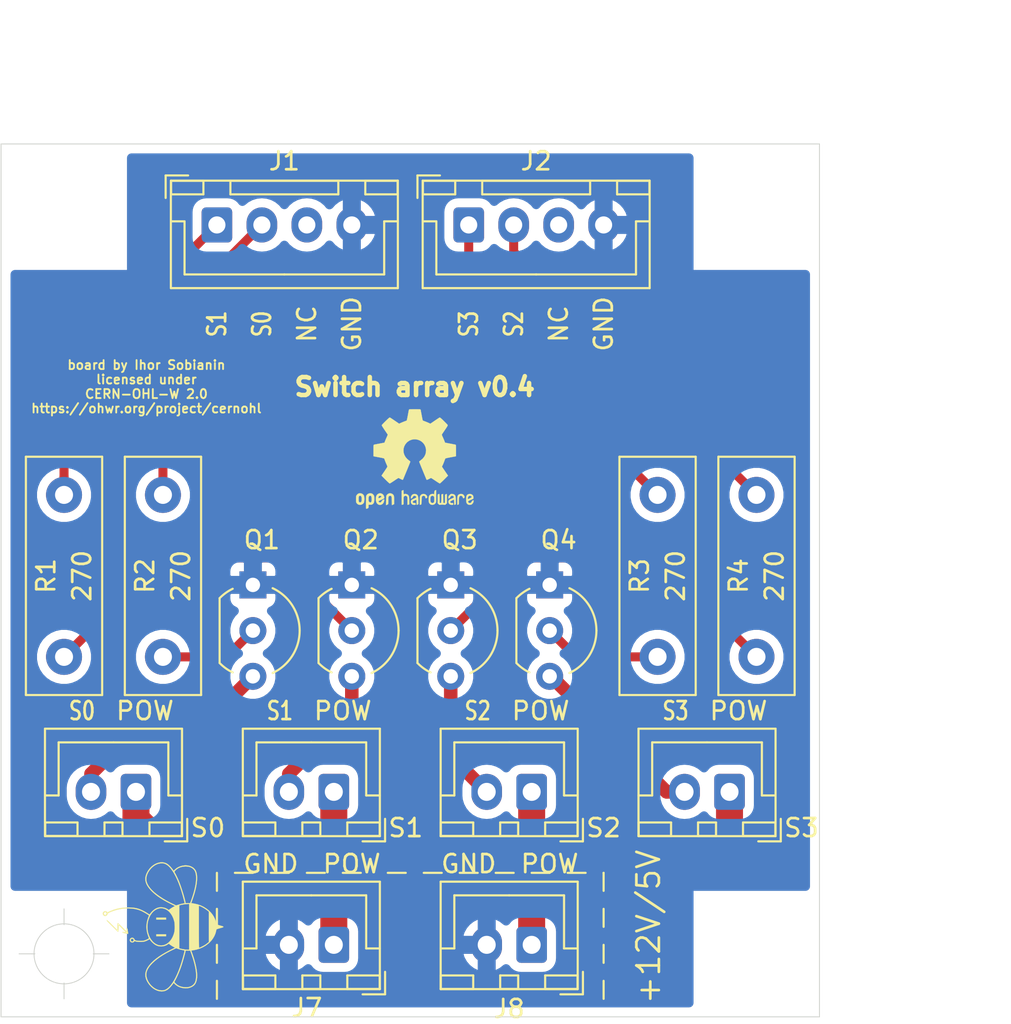
<source format=kicad_pcb>
(kicad_pcb (version 20171130) (host pcbnew "(5.1.10)-1")

  (general
    (thickness 1.6)
    (drawings 55)
    (tracks 50)
    (zones 0)
    (modules 22)
    (nets 17)
  )

  (page A4)
  (layers
    (0 F.Cu signal)
    (31 B.Cu signal)
    (32 B.Adhes user)
    (33 F.Adhes user)
    (34 B.Paste user)
    (35 F.Paste user)
    (36 B.SilkS user)
    (37 F.SilkS user)
    (38 B.Mask user)
    (39 F.Mask user)
    (40 Dwgs.User user)
    (41 Cmts.User user)
    (42 Eco1.User user)
    (43 Eco2.User user)
    (44 Edge.Cuts user)
    (45 Margin user)
    (46 B.CrtYd user)
    (47 F.CrtYd user)
    (48 B.Fab user)
    (49 F.Fab user hide)
  )

  (setup
    (last_trace_width 0.25)
    (user_trace_width 0.5)
    (user_trace_width 1)
    (trace_clearance 0.2)
    (zone_clearance 0.5)
    (zone_45_only no)
    (trace_min 0.2)
    (via_size 0.8)
    (via_drill 0.4)
    (via_min_size 0.4)
    (via_min_drill 0.3)
    (uvia_size 0.3)
    (uvia_drill 0.1)
    (uvias_allowed no)
    (uvia_min_size 0.2)
    (uvia_min_drill 0.1)
    (edge_width 0.05)
    (segment_width 0.2)
    (pcb_text_width 0.3)
    (pcb_text_size 1.5 1.5)
    (mod_edge_width 0.12)
    (mod_text_size 1 1)
    (mod_text_width 0.15)
    (pad_size 1.7 2)
    (pad_drill 1)
    (pad_to_mask_clearance 0)
    (aux_axis_origin 127.5 78.5)
    (visible_elements 7FFFFF7F)
    (pcbplotparams
      (layerselection 0x00030_7ffffffe)
      (usegerberextensions false)
      (usegerberattributes false)
      (usegerberadvancedattributes false)
      (creategerberjobfile false)
      (excludeedgelayer true)
      (linewidth 0.100000)
      (plotframeref false)
      (viasonmask false)
      (mode 1)
      (useauxorigin false)
      (hpglpennumber 1)
      (hpglpenspeed 20)
      (hpglpendiameter 15.000000)
      (psnegative false)
      (psa4output false)
      (plotreference true)
      (plotvalue true)
      (plotinvisibletext false)
      (padsonsilk false)
      (subtractmaskfromsilk false)
      (outputformat 1)
      (mirror false)
      (drillshape 0)
      (scaleselection 1)
      (outputdirectory "gerber/"))
  )

  (net 0 "")
  (net 1 GND)
  (net 2 "Net-(Q1-Pad2)")
  (net 3 "Net-(Q2-Pad2)")
  (net 4 "Net-(Q3-Pad2)")
  (net 5 "Net-(Q4-Pad2)")
  (net 6 "Net-(J3-Pad2)")
  (net 7 +12V)
  (net 8 "Net-(J4-Pad2)")
  (net 9 "Net-(J5-Pad2)")
  (net 10 "Net-(J6-Pad2)")
  (net 11 OUT_1)
  (net 12 OUT_2)
  (net 13 OUT_3)
  (net 14 OUT_0)
  (net 15 "Net-(J2-Pad3)")
  (net 16 "Net-(J1-Pad3)")

  (net_class Default "This is the default net class."
    (clearance 0.2)
    (trace_width 0.25)
    (via_dia 0.8)
    (via_drill 0.4)
    (uvia_dia 0.3)
    (uvia_drill 0.1)
    (add_net +12V)
    (add_net GND)
    (add_net "Net-(J1-Pad3)")
    (add_net "Net-(J2-Pad3)")
    (add_net "Net-(J3-Pad2)")
    (add_net "Net-(J4-Pad2)")
    (add_net "Net-(J5-Pad2)")
    (add_net "Net-(J6-Pad2)")
    (add_net "Net-(Q1-Pad2)")
    (add_net "Net-(Q2-Pad2)")
    (add_net "Net-(Q3-Pad2)")
    (add_net "Net-(Q4-Pad2)")
    (add_net OUT_0)
    (add_net OUT_1)
    (add_net OUT_2)
    (add_net OUT_3)
  )

  (module Connector_JST:JST_XH_B2B-XH-A_1x02_P2.50mm_Vertical (layer F.Cu) (tedit 5C28146C) (tstamp 5FD24BBE)
    (at 153.5 78 180)
    (descr "JST XH series connector, B2B-XH-A (http://www.jst-mfg.com/product/pdf/eng/eXH.pdf), generated with kicad-footprint-generator")
    (tags "connector JST XH vertical")
    (path /5FD25C64)
    (fp_text reference J8 (at 1.25 -3.55) (layer F.SilkS)
      (effects (font (size 1 1) (thickness 0.15)))
    )
    (fp_text value Conn_01x02 (at 1.25 4.6) (layer F.Fab)
      (effects (font (size 1 1) (thickness 0.15)))
    )
    (fp_line (start -2.85 -2.75) (end -2.85 -1.5) (layer F.SilkS) (width 0.12))
    (fp_line (start -1.6 -2.75) (end -2.85 -2.75) (layer F.SilkS) (width 0.12))
    (fp_line (start 4.3 2.75) (end 1.25 2.75) (layer F.SilkS) (width 0.12))
    (fp_line (start 4.3 -0.2) (end 4.3 2.75) (layer F.SilkS) (width 0.12))
    (fp_line (start 5.05 -0.2) (end 4.3 -0.2) (layer F.SilkS) (width 0.12))
    (fp_line (start -1.8 2.75) (end 1.25 2.75) (layer F.SilkS) (width 0.12))
    (fp_line (start -1.8 -0.2) (end -1.8 2.75) (layer F.SilkS) (width 0.12))
    (fp_line (start -2.55 -0.2) (end -1.8 -0.2) (layer F.SilkS) (width 0.12))
    (fp_line (start 5.05 -2.45) (end 3.25 -2.45) (layer F.SilkS) (width 0.12))
    (fp_line (start 5.05 -1.7) (end 5.05 -2.45) (layer F.SilkS) (width 0.12))
    (fp_line (start 3.25 -1.7) (end 5.05 -1.7) (layer F.SilkS) (width 0.12))
    (fp_line (start 3.25 -2.45) (end 3.25 -1.7) (layer F.SilkS) (width 0.12))
    (fp_line (start -0.75 -2.45) (end -2.55 -2.45) (layer F.SilkS) (width 0.12))
    (fp_line (start -0.75 -1.7) (end -0.75 -2.45) (layer F.SilkS) (width 0.12))
    (fp_line (start -2.55 -1.7) (end -0.75 -1.7) (layer F.SilkS) (width 0.12))
    (fp_line (start -2.55 -2.45) (end -2.55 -1.7) (layer F.SilkS) (width 0.12))
    (fp_line (start 1.75 -2.45) (end 0.75 -2.45) (layer F.SilkS) (width 0.12))
    (fp_line (start 1.75 -1.7) (end 1.75 -2.45) (layer F.SilkS) (width 0.12))
    (fp_line (start 0.75 -1.7) (end 1.75 -1.7) (layer F.SilkS) (width 0.12))
    (fp_line (start 0.75 -2.45) (end 0.75 -1.7) (layer F.SilkS) (width 0.12))
    (fp_line (start 0 -1.35) (end 0.625 -2.35) (layer F.Fab) (width 0.1))
    (fp_line (start -0.625 -2.35) (end 0 -1.35) (layer F.Fab) (width 0.1))
    (fp_line (start 5.45 -2.85) (end -2.95 -2.85) (layer F.CrtYd) (width 0.05))
    (fp_line (start 5.45 3.9) (end 5.45 -2.85) (layer F.CrtYd) (width 0.05))
    (fp_line (start -2.95 3.9) (end 5.45 3.9) (layer F.CrtYd) (width 0.05))
    (fp_line (start -2.95 -2.85) (end -2.95 3.9) (layer F.CrtYd) (width 0.05))
    (fp_line (start 5.06 -2.46) (end -2.56 -2.46) (layer F.SilkS) (width 0.12))
    (fp_line (start 5.06 3.51) (end 5.06 -2.46) (layer F.SilkS) (width 0.12))
    (fp_line (start -2.56 3.51) (end 5.06 3.51) (layer F.SilkS) (width 0.12))
    (fp_line (start -2.56 -2.46) (end -2.56 3.51) (layer F.SilkS) (width 0.12))
    (fp_line (start 4.95 -2.35) (end -2.45 -2.35) (layer F.Fab) (width 0.1))
    (fp_line (start 4.95 3.4) (end 4.95 -2.35) (layer F.Fab) (width 0.1))
    (fp_line (start -2.45 3.4) (end 4.95 3.4) (layer F.Fab) (width 0.1))
    (fp_line (start -2.45 -2.35) (end -2.45 3.4) (layer F.Fab) (width 0.1))
    (fp_text user %R (at 1.25 2.7) (layer F.Fab)
      (effects (font (size 1 1) (thickness 0.15)))
    )
    (pad 2 thru_hole oval (at 2.5 0 180) (size 1.7 2) (drill 1) (layers *.Cu *.Mask)
      (net 1 GND))
    (pad 1 thru_hole roundrect (at 0 0 180) (size 1.7 2) (drill 1) (layers *.Cu *.Mask) (roundrect_rratio 0.1470588235294118)
      (net 7 +12V))
    (model ${KISYS3DMOD}/Connector_JST.3dshapes/JST_XH_B2B-XH-A_1x02_P2.50mm_Vertical.wrl
      (at (xyz 0 0 0))
      (scale (xyz 1 1 1))
      (rotate (xyz 0 0 0))
    )
  )

  (module Connector_JST:JST_XH_B2B-XH-A_1x02_P2.50mm_Vertical (layer F.Cu) (tedit 5C28146C) (tstamp 5E237FFB)
    (at 164.5 69.5 180)
    (descr "JST XH series connector, B2B-XH-A (http://www.jst-mfg.com/product/pdf/eng/eXH.pdf), generated with kicad-footprint-generator")
    (tags "connector JST XH vertical")
    (path /5E2882ED)
    (fp_text reference J6 (at -1.5 -1.5) (layer F.Fab)
      (effects (font (size 1 1) (thickness 0.15)))
    )
    (fp_text value Conn_01x02 (at 1.25 4.6) (layer F.Fab) hide
      (effects (font (size 1 1) (thickness 0.15)))
    )
    (fp_line (start -2.85 -2.75) (end -2.85 -1.5) (layer F.SilkS) (width 0.12))
    (fp_line (start -1.6 -2.75) (end -2.85 -2.75) (layer F.SilkS) (width 0.12))
    (fp_line (start 4.3 2.75) (end 1.25 2.75) (layer F.SilkS) (width 0.12))
    (fp_line (start 4.3 -0.2) (end 4.3 2.75) (layer F.SilkS) (width 0.12))
    (fp_line (start 5.05 -0.2) (end 4.3 -0.2) (layer F.SilkS) (width 0.12))
    (fp_line (start -1.8 2.75) (end 1.25 2.75) (layer F.SilkS) (width 0.12))
    (fp_line (start -1.8 -0.2) (end -1.8 2.75) (layer F.SilkS) (width 0.12))
    (fp_line (start -2.55 -0.2) (end -1.8 -0.2) (layer F.SilkS) (width 0.12))
    (fp_line (start 5.05 -2.45) (end 3.25 -2.45) (layer F.SilkS) (width 0.12))
    (fp_line (start 5.05 -1.7) (end 5.05 -2.45) (layer F.SilkS) (width 0.12))
    (fp_line (start 3.25 -1.7) (end 5.05 -1.7) (layer F.SilkS) (width 0.12))
    (fp_line (start 3.25 -2.45) (end 3.25 -1.7) (layer F.SilkS) (width 0.12))
    (fp_line (start -0.75 -2.45) (end -2.55 -2.45) (layer F.SilkS) (width 0.12))
    (fp_line (start -0.75 -1.7) (end -0.75 -2.45) (layer F.SilkS) (width 0.12))
    (fp_line (start -2.55 -1.7) (end -0.75 -1.7) (layer F.SilkS) (width 0.12))
    (fp_line (start -2.55 -2.45) (end -2.55 -1.7) (layer F.SilkS) (width 0.12))
    (fp_line (start 1.75 -2.45) (end 0.75 -2.45) (layer F.SilkS) (width 0.12))
    (fp_line (start 1.75 -1.7) (end 1.75 -2.45) (layer F.SilkS) (width 0.12))
    (fp_line (start 0.75 -1.7) (end 1.75 -1.7) (layer F.SilkS) (width 0.12))
    (fp_line (start 0.75 -2.45) (end 0.75 -1.7) (layer F.SilkS) (width 0.12))
    (fp_line (start 0 -1.35) (end 0.625 -2.35) (layer F.Fab) (width 0.1))
    (fp_line (start -0.625 -2.35) (end 0 -1.35) (layer F.Fab) (width 0.1))
    (fp_line (start 5.45 -2.85) (end -2.95 -2.85) (layer F.CrtYd) (width 0.05))
    (fp_line (start 5.45 3.9) (end 5.45 -2.85) (layer F.CrtYd) (width 0.05))
    (fp_line (start -2.95 3.9) (end 5.45 3.9) (layer F.CrtYd) (width 0.05))
    (fp_line (start -2.95 -2.85) (end -2.95 3.9) (layer F.CrtYd) (width 0.05))
    (fp_line (start 5.06 -2.46) (end -2.56 -2.46) (layer F.SilkS) (width 0.12))
    (fp_line (start 5.06 3.51) (end 5.06 -2.46) (layer F.SilkS) (width 0.12))
    (fp_line (start -2.56 3.51) (end 5.06 3.51) (layer F.SilkS) (width 0.12))
    (fp_line (start -2.56 -2.46) (end -2.56 3.51) (layer F.SilkS) (width 0.12))
    (fp_line (start 4.95 -2.35) (end -2.45 -2.35) (layer F.Fab) (width 0.1))
    (fp_line (start 4.95 3.4) (end 4.95 -2.35) (layer F.Fab) (width 0.1))
    (fp_line (start -2.45 3.4) (end 4.95 3.4) (layer F.Fab) (width 0.1))
    (fp_line (start -2.45 -2.35) (end -2.45 3.4) (layer F.Fab) (width 0.1))
    (fp_text user %R (at 1.25 2) (layer F.Fab)
      (effects (font (size 1 1) (thickness 0.15)))
    )
    (pad 1 thru_hole roundrect (at 0 0 180) (size 1.7 2) (drill 1) (layers *.Cu *.Mask) (roundrect_rratio 0.1470588235294118)
      (net 7 +12V))
    (pad 2 thru_hole oval (at 2.5 0 180) (size 1.7 2) (drill 1) (layers *.Cu *.Mask)
      (net 10 "Net-(J6-Pad2)"))
    (model ${KISYS3DMOD}/Connector_JST.3dshapes/JST_XH_B2B-XH-A_1x02_P2.50mm_Vertical.wrl
      (at (xyz 0 0 0))
      (scale (xyz 1 1 1))
      (rotate (xyz 0 0 0))
    )
  )

  (module logo-beehive:logo-beehive-7_2х6_7mm (layer F.Cu) (tedit 0) (tstamp 5F35BC38)
    (at 133 77 90)
    (fp_text reference G*** (at 0 0 90) (layer F.SilkS) hide
      (effects (font (size 1.524 1.524) (thickness 0.3)))
    )
    (fp_text value LOGO (at 0.75 0 90) (layer F.SilkS) hide
      (effects (font (size 1.524 1.524) (thickness 0.3)))
    )
    (fp_poly (pts (xy 0.508 0.173182) (xy 0.404091 0.173182) (xy 0.404091 -0.369454) (xy 0.508 -0.369454)
      (xy 0.508 0.173182)) (layer F.SilkS) (width 0.01))
    (fp_poly (pts (xy -0.415636 0.173182) (xy -0.519546 0.173182) (xy -0.519546 -0.369454) (xy -0.415636 -0.369454)
      (xy -0.415636 0.173182)) (layer F.SilkS) (width 0.01))
    (fp_poly (pts (xy 0.373099 -3.122533) (xy 0.369224 -3.109199) (xy 0.354184 -3.086757) (xy 0.327016 -3.054031)
      (xy 0.28676 -3.009848) (xy 0.232455 -2.953033) (xy 0.16314 -2.882413) (xy 0.096827 -2.815781)
      (xy -0.190327 -2.528454) (xy 0.008746 -2.528454) (xy 0.081153 -2.528276) (xy 0.133629 -2.52753)
      (xy 0.169333 -2.525895) (xy 0.191424 -2.523054) (xy 0.203059 -2.518688) (xy 0.207397 -2.512477)
      (xy 0.207818 -2.50835) (xy 0.199922 -2.495335) (xy 0.177598 -2.468358) (xy 0.14289 -2.429638)
      (xy 0.097844 -2.381393) (xy 0.044505 -2.325843) (xy -0.015081 -2.265206) (xy -0.031647 -2.248578)
      (xy -0.107675 -2.171851) (xy -0.167131 -2.110416) (xy -0.21038 -2.063869) (xy -0.237787 -2.031809)
      (xy -0.249716 -2.01383) (xy -0.248124 -2.009314) (xy -0.224942 -2.01189) (xy -0.188032 -2.018168)
      (xy -0.15317 -2.025161) (xy -0.112516 -2.033013) (xy -0.088124 -2.034732) (xy -0.073974 -2.030254)
      (xy -0.067646 -2.024266) (xy -0.060571 -2.01187) (xy -0.063805 -2.001313) (xy -0.079929 -1.991447)
      (xy -0.111523 -1.981122) (xy -0.161166 -1.969192) (xy -0.218458 -1.957139) (xy -0.281228 -1.944397)
      (xy -0.325023 -1.935816) (xy -0.353499 -1.93097) (xy -0.370313 -1.929433) (xy -0.379119 -1.930779)
      (xy -0.383574 -1.934583) (xy -0.385558 -1.937671) (xy -0.386495 -1.953939) (xy -0.382402 -1.986838)
      (xy -0.374463 -2.031182) (xy -0.363866 -2.081789) (xy -0.351794 -2.133474) (xy -0.339436 -2.181054)
      (xy -0.327975 -2.219345) (xy -0.318599 -2.243164) (xy -0.31449 -2.248343) (xy -0.295101 -2.249946)
      (xy -0.285455 -2.234986) (xy -0.285226 -2.201866) (xy -0.294087 -2.148986) (xy -0.294139 -2.148738)
      (xy -0.302673 -2.107185) (xy -0.308924 -2.074871) (xy -0.311687 -2.05806) (xy -0.311727 -2.057342)
      (xy -0.303951 -2.063003) (xy -0.282058 -2.082978) (xy -0.248202 -2.115196) (xy -0.204539 -2.157586)
      (xy -0.153221 -2.208077) (xy -0.103751 -2.257256) (xy 0.104224 -2.464954) (xy -0.083408 -2.470727)
      (xy -0.15498 -2.473257) (xy -0.20655 -2.476017) (xy -0.241206 -2.479383) (xy -0.262038 -2.48373)
      (xy -0.272134 -2.489436) (xy -0.274392 -2.494) (xy -0.267207 -2.50546) (xy -0.245659 -2.530835)
      (xy -0.211923 -2.567927) (xy -0.168174 -2.614538) (xy -0.116585 -2.668467) (xy -0.059333 -2.727516)
      (xy 0.001408 -2.789486) (xy 0.063464 -2.852177) (xy 0.12466 -2.913392) (xy 0.18282 -2.97093)
      (xy 0.235771 -3.022593) (xy 0.281337 -3.066181) (xy 0.317345 -3.099496) (xy 0.341618 -3.120339)
      (xy 0.351193 -3.126571) (xy 0.366768 -3.127932) (xy 0.373099 -3.122533)) (layer F.SilkS) (width 0.01))
    (fp_poly (pts (xy 0.781124 -3.338272) (xy 0.820066 -3.312623) (xy 0.850866 -3.27735) (xy 0.862381 -3.253557)
      (xy 0.869381 -3.203831) (xy 0.86004 -3.155836) (xy 0.836291 -3.117453) (xy 0.826963 -3.109228)
      (xy 0.800557 -3.08931) (xy 0.860848 -2.961859) (xy 0.942059 -2.765907) (xy 1.003933 -2.561687)
      (xy 1.0468 -2.347606) (xy 1.070993 -2.122074) (xy 1.077124 -1.922318) (xy 1.073712 -1.775328)
      (xy 1.063437 -1.645173) (xy 1.045563 -1.526426) (xy 1.019354 -1.413658) (xy 0.998815 -1.345045)
      (xy 0.968368 -1.263013) (xy 0.926952 -1.169003) (xy 0.877686 -1.069335) (xy 0.823684 -0.970328)
      (xy 0.770857 -0.882677) (xy 0.741321 -0.836271) (xy 0.716056 -0.796521) (xy 0.69781 -0.767754)
      (xy 0.689434 -0.754466) (xy 0.694321 -0.742271) (xy 0.714538 -0.722105) (xy 0.745386 -0.698528)
      (xy 0.810309 -0.647155) (xy 0.876016 -0.583521) (xy 0.937047 -0.513779) (xy 0.987937 -0.444085)
      (xy 1.018545 -0.390721) (xy 1.053095 -0.310872) (xy 1.074433 -0.238095) (xy 1.084874 -0.162371)
      (xy 1.086945 -0.094934) (xy 1.076086 0.020467) (xy 1.045188 0.132328) (xy 0.995987 0.235343)
      (xy 0.96275 0.284984) (xy 0.935175 0.321741) (xy 0.996225 0.402894) (xy 1.032255 0.454242)
      (xy 1.070613 0.514339) (xy 1.103634 0.571117) (xy 1.10681 0.577014) (xy 1.156345 0.669982)
      (xy 1.269255 0.441786) (xy 1.379742 0.226784) (xy 1.488243 0.032834) (xy 1.595982 -0.141879)
      (xy 1.704185 -0.29917) (xy 1.814075 -0.440853) (xy 1.926878 -0.568743) (xy 2.004467 -0.647395)
      (xy 2.12895 -0.758498) (xy 2.2502 -0.847038) (xy 2.36916 -0.913164) (xy 2.48677 -0.957023)
      (xy 2.603972 -0.978764) (xy 2.721707 -0.978534) (xy 2.840917 -0.956481) (xy 2.962542 -0.912754)
      (xy 3.087524 -0.847501) (xy 3.125835 -0.823735) (xy 3.238046 -0.741435) (xy 3.336093 -0.648795)
      (xy 3.419199 -0.547932) (xy 3.486591 -0.440965) (xy 3.537492 -0.33001) (xy 3.571127 -0.217185)
      (xy 3.586721 -0.104607) (xy 3.583499 0.005605) (xy 3.560685 0.111335) (xy 3.517504 0.210464)
      (xy 3.509522 0.224138) (xy 3.467783 0.282863) (xy 3.410567 0.348425) (xy 3.342435 0.416194)
      (xy 3.267951 0.481537) (xy 3.215409 0.522663) (xy 3.176019 0.551978) (xy 3.144162 0.575822)
      (xy 3.123999 0.591072) (xy 3.119139 0.594895) (xy 3.125036 0.603996) (xy 3.144107 0.625315)
      (xy 3.172877 0.655066) (xy 3.189509 0.671619) (xy 3.25791 0.75317) (xy 3.316458 0.851565)
      (xy 3.363304 0.961991) (xy 3.396598 1.079634) (xy 3.414493 1.199678) (xy 3.417102 1.264228)
      (xy 3.40813 1.381577) (xy 3.38235 1.49233) (xy 3.34125 1.593721) (xy 3.286317 1.682986)
      (xy 3.219038 1.75736) (xy 3.140903 1.814077) (xy 3.113719 1.828107) (xy 3.009087 1.865839)
      (xy 2.886866 1.889603) (xy 2.747784 1.899491) (xy 2.592566 1.895596) (xy 2.42194 1.878011)
      (xy 2.236633 1.846829) (xy 2.037372 1.802142) (xy 1.824883 1.744044) (xy 1.599893 1.672626)
      (xy 1.430663 1.613046) (xy 1.320008 1.572564) (xy 1.295866 1.718578) (xy 1.25303 1.913354)
      (xy 1.190764 2.095947) (xy 1.10864 2.267293) (xy 1.006231 2.428329) (xy 0.923258 2.534228)
      (xy 0.814822 2.647279) (xy 0.693857 2.746765) (xy 0.563822 2.830581) (xy 0.428175 2.896622)
      (xy 0.290374 2.942784) (xy 0.229531 2.956334) (xy 0.189546 2.963931) (xy 0.158226 2.970106)
      (xy 0.143514 2.973255) (xy 0.135688 2.984969) (xy 0.123584 3.014497) (xy 0.108873 3.057339)
      (xy 0.093667 3.107452) (xy 0.076809 3.166365) (xy 0.060376 3.223781) (xy 0.0465 3.272257)
      (xy 0.038811 3.299114) (xy 0.025628 3.336932) (xy 0.012258 3.355729) (xy 0 3.359728)
      (xy -0.015288 3.353083) (xy -0.028404 3.330514) (xy -0.038811 3.299114) (xy -0.049206 3.262807)
      (xy -0.063822 3.211743) (xy -0.080529 3.153364) (xy -0.093667 3.107452) (xy -0.109311 3.055982)
      (xy -0.123971 3.013455) (xy -0.135977 2.984371) (xy -0.143515 2.973255) (xy -0.160656 2.969615)
      (xy -0.19313 2.96324) (xy -0.229531 2.956334) (xy -0.367186 2.919651) (xy -0.504219 2.862154)
      (xy -0.637175 2.785947) (xy -0.762596 2.693133) (xy -0.877026 2.585815) (xy -0.923269 2.534228)
      (xy -1.03903 2.38033) (xy -1.135257 2.214564) (xy -1.212083 2.036622) (xy -1.219586 2.011796)
      (xy -1.165985 2.011796) (xy -1.160628 2.030696) (xy -1.146181 2.0653) (xy -1.124874 2.111187)
      (xy -1.098933 2.163934) (xy -1.070588 2.219118) (xy -1.042066 2.272316) (xy -1.015595 2.319106)
      (xy -0.993403 2.355066) (xy -0.991985 2.357185) (xy -0.958579 2.404438) (xy -0.920872 2.454363)
      (xy -0.891354 2.490932) (xy -0.840013 2.551546) (xy 0.841033 2.551546) (xy 0.892441 2.490932)
      (xy 0.93843 2.432196) (xy 0.986502 2.362985) (xy 1.033888 2.288071) (xy 1.077819 2.212231)
      (xy 1.115523 2.140238) (xy 1.144233 2.076867) (xy 1.160841 2.028255) (xy 1.168594 1.997364)
      (xy 0.001251 1.997364) (xy -0.195644 1.997416) (xy -0.37057 1.997583) (xy -0.524648 1.997878)
      (xy -0.659 1.998316) (xy -0.774746 1.998909) (xy -0.873009 1.999671) (xy -0.95491 2.000618)
      (xy -1.02157 2.001762) (xy -1.074111 2.003117) (xy -1.113653 2.004698) (xy -1.141319 2.006517)
      (xy -1.158229 2.00859) (xy -1.165506 2.01093) (xy -1.165985 2.011796) (xy -1.219586 2.011796)
      (xy -1.26964 1.846195) (xy -1.308059 1.642973) (xy -1.310363 1.625739) (xy -1.317382 1.571614)
      (xy -1.42935 1.612882) (xy -1.629865 1.683029) (xy -1.825759 1.744185) (xy -2.015 1.795944)
      (xy -2.195555 1.837898) (xy -2.365393 1.869639) (xy -2.522479 1.89076) (xy -2.664783 1.900853)
      (xy -2.790271 1.899511) (xy -2.838314 1.895344) (xy -2.96209 1.875638) (xy -3.066609 1.846125)
      (xy -3.154103 1.80545) (xy -3.226803 1.752259) (xy -3.286941 1.685198) (xy -3.336747 1.602914)
      (xy -3.343746 1.588582) (xy -3.385695 1.481123) (xy -3.408942 1.37211) (xy -3.411475 1.320836)
      (xy -3.357374 1.320836) (xy -3.349051 1.403928) (xy -3.330314 1.480954) (xy -3.299783 1.559775)
      (xy -3.296364 1.567326) (xy -3.25627 1.634464) (xy -3.201534 1.697768) (xy -3.138721 1.750591)
      (xy -3.084262 1.782114) (xy -2.99339 1.813382) (xy -2.884978 1.834294) (xy -2.762244 1.844603)
      (xy -2.628408 1.844064) (xy -2.486691 1.83243) (xy -2.463978 1.829585) (xy -2.25216 1.794568)
      (xy -2.026325 1.743379) (xy -1.788428 1.676523) (xy -1.540425 1.594501) (xy -1.510962 1.583982)
      (xy -1.325191 1.51715) (xy -1.320921 1.390773) (xy -1.27 1.390773) (xy -1.27 1.454728)
      (xy 1.273528 1.454728) (xy 1.266408 1.330287) (xy 1.260547 1.26306) (xy 1.316252 1.26306)
      (xy 1.321954 1.512174) (xy 1.368136 1.530811) (xy 1.439484 1.558222) (xy 1.526724 1.589564)
      (xy 1.623473 1.622685) (xy 1.72335 1.655429) (xy 1.819972 1.685644) (xy 1.878735 1.703118)
      (xy 2.093291 1.760255) (xy 2.292609 1.802908) (xy 2.476182 1.831017) (xy 2.6435 1.844517)
      (xy 2.794056 1.843349) (xy 2.91629 1.829447) (xy 3.012927 1.807479) (xy 3.091872 1.777436)
      (xy 3.157765 1.737114) (xy 3.209942 1.690006) (xy 3.274118 1.607281) (xy 3.319819 1.513726)
      (xy 3.347495 1.407928) (xy 3.357597 1.28847) (xy 3.356526 1.229811) (xy 3.340665 1.088035)
      (xy 3.306955 0.96039) (xy 3.255506 0.847166) (xy 3.186427 0.748656) (xy 3.170098 0.730306)
      (xy 3.127268 0.685713) (xy 3.094795 0.657447) (xy 3.0686 0.643813) (xy 3.044605 0.643112)
      (xy 3.018734 0.65365) (xy 3.005226 0.661713) (xy 2.958944 0.688662) (xy 2.89593 0.722084)
      (xy 2.820825 0.759719) (xy 2.738272 0.799303) (xy 2.652912 0.838574) (xy 2.569387 0.875271)
      (xy 2.550619 0.883239) (xy 2.457139 0.920633) (xy 2.346529 0.961571) (xy 2.223166 1.004679)
      (xy 2.09143 1.048584) (xy 1.955698 1.091912) (xy 1.820349 1.133289) (xy 1.689763 1.171341)
      (xy 1.568317 1.204694) (xy 1.46039 1.231975) (xy 1.385859 1.248683) (xy 1.316252 1.26306)
      (xy 1.260547 1.26306) (xy 1.259747 1.253895) (xy 1.248535 1.167625) (xy 1.234147 1.079964)
      (xy 1.217961 0.9994) (xy 1.203276 0.940955) (xy 1.193293 0.906319) (xy -1.194304 0.906319)
      (xy -1.220268 1.010228) (xy -1.23911 1.098477) (xy -1.254501 1.195531) (xy -1.26518 1.29174)
      (xy -1.269885 1.377451) (xy -1.27 1.390773) (xy -1.320921 1.390773) (xy -1.316645 1.264228)
      (xy -1.434754 1.236895) (xy -1.501797 1.22041) (xy -1.585737 1.198273) (xy -1.681508 1.171947)
      (xy -1.78404 1.142901) (xy -1.888267 1.112598) (xy -1.989119 1.082507) (xy -2.08153 1.054092)
      (xy -2.160431 1.02882) (xy -2.199409 1.015696) (xy -2.323182 0.971175) (xy -2.448985 0.92273)
      (xy -2.572984 0.872035) (xy -2.691345 0.820767) (xy -2.800235 0.770601) (xy -2.89582 0.723212)
      (xy -2.974265 0.680275) (xy -2.993815 0.668554) (xy -3.027147 0.649909) (xy -3.05353 0.642358)
      (xy -3.078126 0.647357) (xy -3.106096 0.666363) (xy -3.142603 0.700832) (xy -3.15587 0.714282)
      (xy -3.232717 0.809128) (xy -3.291358 0.918026) (xy -3.331675 1.040673) (xy -3.353547 1.176766)
      (xy -3.356664 1.223819) (xy -3.357374 1.320836) (xy -3.411475 1.320836) (xy -3.414734 1.254894)
      (xy -3.413307 1.218046) (xy -3.396132 1.080679) (xy -3.361188 0.952052) (xy -3.309573 0.83484)
      (xy -3.242385 0.731716) (xy -3.188985 0.671619) (xy -3.1569 0.639059) (xy -3.132792 0.613101)
      (xy -3.120127 0.597552) (xy -3.119139 0.594895) (xy -3.1295 0.586909) (xy -3.154289 0.568322)
      (xy -3.189354 0.542238) (xy -3.216089 0.522438) (xy -3.292731 0.461203) (xy -3.366118 0.3941)
      (xy -3.431605 0.325854) (xy -3.484547 0.261184) (xy -3.509522 0.224148) (xy -3.556269 0.125261)
      (xy -3.582294 0.01982) (xy -3.58729 -0.071302) (xy -3.531475 -0.071302) (xy -3.530831 -0.039606)
      (xy -3.527441 0.015291) (xy -3.521365 0.056568) (xy -3.510236 0.093692) (xy -3.491685 0.136134)
      (xy -3.481814 0.156403) (xy -3.425027 0.248295) (xy -3.345829 0.340169) (xy -3.244895 0.431635)
      (xy -3.122901 0.522299) (xy -2.980524 0.611771) (xy -2.81844 0.699659) (xy -2.637324 0.785571)
      (xy -2.437852 0.869116) (xy -2.220702 0.949901) (xy -1.986548 1.027535) (xy -1.9685 1.033164)
      (xy -1.899652 1.053987) (xy -1.823419 1.076095) (xy -1.742903 1.098684) (xy -1.661204 1.120951)
      (xy -1.581421 1.142094) (xy -1.506657 1.161309) (xy -1.440011 1.177795) (xy -1.384584 1.190747)
      (xy -1.343476 1.199364) (xy -1.319788 1.202841) (xy -1.315331 1.202301) (xy -1.310525 1.18843)
      (xy -1.303023 1.157156) (xy -1.294048 1.113834) (xy -1.288644 1.085273) (xy -1.275538 1.023924)
      (xy -1.257466 0.952675) (xy -1.237498 0.883276) (xy -1.228744 0.855882) (xy -1.188907 0.736173)
      (xy -1.190922 0.731736) (xy 1.187715 0.731736) (xy 1.224028 0.841244) (xy 1.24494 0.908541)
      (xy 1.264527 0.979266) (xy 1.281511 1.04802) (xy 1.294618 1.109401) (xy 1.302571 1.158011)
      (xy 1.304386 1.181301) (xy 1.307638 1.204155) (xy 1.31928 1.209081) (xy 1.324841 1.207791)
      (xy 1.342821 1.202968) (xy 1.378686 1.193763) (xy 1.427904 1.181327) (xy 1.485942 1.166807)
      (xy 1.512454 1.160216) (xy 1.7631 1.094106) (xy 2.000962 1.023487) (xy 2.225116 0.948828)
      (xy 2.434641 0.870599) (xy 2.628614 0.789271) (xy 2.806113 0.705311) (xy 2.966216 0.61919)
      (xy 3.108001 0.531377) (xy 3.230545 0.442341) (xy 3.332927 0.352553) (xy 3.414223 0.262482)
      (xy 3.473511 0.172596) (xy 3.480994 0.15806) (xy 3.502829 0.111304) (xy 3.516532 0.072763)
      (xy 3.524475 0.033013) (xy 3.529027 -0.017368) (xy 3.530161 -0.037404) (xy 3.525184 -0.160604)
      (xy 3.497675 -0.281907) (xy 3.448182 -0.400087) (xy 3.377254 -0.513921) (xy 3.285439 -0.622184)
      (xy 3.25425 -0.653064) (xy 3.14536 -0.74489) (xy 3.031263 -0.818683) (xy 2.914113 -0.873715)
      (xy 2.796064 -0.909257) (xy 2.679268 -0.924579) (xy 2.565881 -0.918952) (xy 2.505364 -0.906562)
      (xy 2.39331 -0.865968) (xy 2.278736 -0.803154) (xy 2.162206 -0.718784) (xy 2.044283 -0.613524)
      (xy 1.925533 -0.488036) (xy 1.80652 -0.342986) (xy 1.687807 -0.179037) (xy 1.56996 0.003146)
      (xy 1.453542 0.202899) (xy 1.339118 0.419558) (xy 1.284575 0.530391) (xy 1.187715 0.731736)
      (xy -1.190922 0.731736) (xy -1.242049 0.6192) (xy -1.344968 0.403905) (xy -1.452176 0.201117)
      (xy -1.562851 0.011828) (xy -1.676172 -0.16297) (xy -1.791318 -0.322286) (xy -1.907468 -0.465127)
      (xy -2.0238 -0.590502) (xy -2.139494 -0.697418) (xy -2.253727 -0.784885) (xy -2.36568 -0.851909)
      (xy -2.47453 -0.8975) (xy -2.505364 -0.906562) (xy -2.615938 -0.924099) (xy -2.731113 -0.920284)
      (xy -2.848734 -0.895846) (xy -2.966648 -0.851514) (xy -3.082701 -0.788017) (xy -3.19474 -0.706084)
      (xy -3.25425 -0.653064) (xy -3.352283 -0.546482) (xy -3.429568 -0.433803) (xy -3.485559 -0.316239)
      (xy -3.51971 -0.195001) (xy -3.531475 -0.071302) (xy -3.58729 -0.071302) (xy -3.588325 -0.090174)
      (xy -3.575091 -0.202723) (xy -3.543319 -0.315828) (xy -3.493736 -0.427488) (xy -3.427071 -0.535706)
      (xy -3.344052 -0.638481) (xy -3.245405 -0.733815) (xy -3.131858 -0.819709) (xy -3.128818 -0.821729)
      (xy -3.003531 -0.894559) (xy -2.880454 -0.945281) (xy -2.758981 -0.973797) (xy -2.638509 -0.980009)
      (xy -2.518432 -0.96382) (xy -2.398146 -0.925131) (xy -2.277046 -0.863845) (xy -2.154528 -0.779862)
      (xy -2.029987 -0.673087) (xy -1.993285 -0.637726) (xy -1.876664 -0.514496) (xy -1.76359 -0.378067)
      (xy -1.652878 -0.226667) (xy -1.543339 -0.058527) (xy -1.433786 0.128125) (xy -1.323032 0.335058)
      (xy -1.269145 0.442009) (xy -1.156125 0.670426) (xy -1.109291 0.580554) (xy -1.078495 0.526225)
      (xy -1.040587 0.466059) (xy -1.003155 0.412031) (xy -0.998816 0.406212) (xy -0.935175 0.321741)
      (xy -0.962751 0.284984) (xy -1.021033 0.188878) (xy -1.061938 0.08109) (xy -1.083733 -0.033077)
      (xy -1.086945 -0.094934) (xy -1.086541 -0.104581) (xy -1.03596 -0.104581) (xy -1.026154 0.004092)
      (xy -0.995446 0.109498) (xy -0.944929 0.210166) (xy -0.875696 0.304621) (xy -0.78884 0.391391)
      (xy -0.685456 0.469002) (xy -0.566635 0.535983) (xy -0.433472 0.590859) (xy -0.423003 0.594423)
      (xy -0.343148 0.618909) (xy -0.268002 0.636303) (xy -0.191285 0.647415) (xy -0.10671 0.653053)
      (xy -0.007997 0.654028) (xy 0.034636 0.653341) (xy 0.112848 0.651127) (xy 0.17405 0.647841)
      (xy 0.224321 0.642791) (xy 0.269739 0.635286) (xy 0.316383 0.624634) (xy 0.339248 0.618667)
      (xy 0.48028 0.572409) (xy 0.60799 0.513494) (xy 0.721255 0.443288) (xy 0.818952 0.363159)
      (xy 0.89996 0.274475) (xy 0.963155 0.178601) (xy 1.007416 0.076906) (xy 1.031619 -0.029243)
      (xy 1.034643 -0.13848) (xy 1.02377 -0.215046) (xy 0.988557 -0.32622) (xy 0.932382 -0.430687)
      (xy 0.856726 -0.527164) (xy 0.763074 -0.614365) (xy 0.652907 -0.691003) (xy 0.527709 -0.755794)
      (xy 0.388962 -0.807452) (xy 0.317435 -0.827343) (xy 0.265651 -0.839627) (xy 0.220998 -0.848283)
      (xy 0.17729 -0.853929) (xy 0.128345 -0.85718) (xy 0.067978 -0.858652) (xy 0 -0.858965)
      (xy -0.075828 -0.858546) (xy -0.134778 -0.856879) (xy -0.183055 -0.853351) (xy -0.226862 -0.847346)
      (xy -0.272404 -0.838251) (xy -0.3175 -0.827536) (xy -0.462194 -0.78292) (xy -0.594078 -0.724467)
      (xy -0.711668 -0.653466) (xy -0.813482 -0.571202) (xy -0.898035 -0.478962) (xy -0.963844 -0.378032)
      (xy -1.009426 -0.269698) (xy -1.02377 -0.215046) (xy -1.03596 -0.104581) (xy -1.086541 -0.104581)
      (xy -1.083385 -0.179891) (xy -1.070732 -0.2541) (xy -1.046671 -0.327578) (xy -1.018545 -0.390721)
      (xy -0.980207 -0.455708) (xy -0.927199 -0.525847) (xy -0.864982 -0.594984) (xy -0.799018 -0.656964)
      (xy -0.745379 -0.698532) (xy -0.681877 -0.742268) (xy -0.711307 -0.789657) (xy -0.775382 -0.91204)
      (xy -0.815808 -1.027545) (xy -0.827612 -1.090213) (xy -0.834802 -1.168285) (xy -0.837383 -1.254538)
      (xy -0.835358 -1.341751) (xy -0.828733 -1.422702) (xy -0.81751 -1.490171) (xy -0.815547 -1.498229)
      (xy -0.794048 -1.58214) (xy -0.823808 -1.60555) (xy -0.855103 -1.643446) (xy -0.868873 -1.689922)
      (xy -0.86773 -1.706645) (xy -0.819727 -1.706645) (xy -0.810207 -1.679885) (xy -0.786971 -1.652868)
      (xy -0.758005 -1.63322) (xy -0.737292 -1.627909) (xy -0.710612 -1.635591) (xy -0.684812 -1.653012)
      (xy -0.663044 -1.686513) (xy -0.659999 -1.722991) (xy -0.673306 -1.756371) (xy -0.700596 -1.780577)
      (xy -0.738071 -1.789545) (xy -0.771185 -1.779412) (xy -0.800241 -1.754129) (xy -0.817681 -1.721369)
      (xy -0.819727 -1.706645) (xy -0.86773 -1.706645) (xy -0.865518 -1.739005) (xy -0.845439 -1.784719)
      (xy -0.809361 -1.820873) (xy -0.764231 -1.842776) (xy -0.71985 -1.844407) (xy -0.67516 -1.829062)
      (xy -0.639173 -1.800811) (xy -0.612432 -1.758947) (xy -0.600564 -1.712661) (xy -0.600407 -1.706982)
      (xy -0.610708 -1.664952) (xy -0.637735 -1.624526) (xy -0.675862 -1.593111) (xy -0.693329 -1.584583)
      (xy -0.721895 -1.570686) (xy -0.739711 -1.55217) (xy -0.753326 -1.521228) (xy -0.757751 -1.507784)
      (xy -0.769308 -1.45586) (xy -0.777432 -1.387829) (xy -0.781948 -1.310446) (xy -0.782678 -1.230465)
      (xy -0.779447 -1.15464) (xy -0.772077 -1.089725) (xy -0.769104 -1.073727) (xy -0.757296 -1.030294)
      (xy -0.73904 -0.97831) (xy -0.716774 -0.923294) (xy -0.692936 -0.870762) (xy -0.669964 -0.826231)
      (xy -0.650298 -0.795219) (xy -0.641975 -0.786089) (xy -0.623931 -0.784078) (xy -0.587414 -0.793208)
      (xy -0.531675 -0.81367) (xy -0.528876 -0.814791) (xy -0.356342 -0.871998) (xy -0.181043 -0.906566)
      (xy -0.004425 -0.918495) (xy 0.172062 -0.907786) (xy 0.346972 -0.87444) (xy 0.518857 -0.818457)
      (xy 0.529286 -0.814279) (xy 0.629227 -0.773804) (xy 0.652693 -0.802464) (xy 0.675511 -0.833998)
      (xy 0.706046 -0.881335) (xy 0.741548 -0.939695) (xy 0.779269 -1.004299) (xy 0.816461 -1.070367)
      (xy 0.850376 -1.133118) (xy 0.878263 -1.187772) (xy 0.894974 -1.223818) (xy 0.952283 -1.384565)
      (xy 0.993139 -1.55845) (xy 1.017692 -1.742563) (xy 1.026091 -1.933994) (xy 1.018488 -2.129834)
      (xy 0.995032 -2.327174) (xy 0.955874 -2.523103) (xy 0.901163 -2.714712) (xy 0.83105 -2.899092)
      (xy 0.805599 -2.955636) (xy 0.782039 -3.005003) (xy 0.764405 -3.037704) (xy 0.749165 -3.058139)
      (xy 0.732786 -3.070709) (xy 0.711739 -3.079812) (xy 0.70366 -3.082636) (xy 0.659252 -3.106825)
      (xy 0.624129 -3.142791) (xy 0.603562 -3.184206) (xy 0.600364 -3.206712) (xy 0.604074 -3.224306)
      (xy 0.659665 -3.224306) (xy 0.662521 -3.188954) (xy 0.683492 -3.15701) (xy 0.688511 -3.152747)
      (xy 0.725237 -3.132232) (xy 0.758193 -3.133638) (xy 0.791365 -3.157134) (xy 0.791388 -3.157157)
      (xy 0.814899 -3.190331) (xy 0.816319 -3.223285) (xy 0.795819 -3.260007) (xy 0.795798 -3.260034)
      (xy 0.76393 -3.285504) (xy 0.738071 -3.290454) (xy 0.699613 -3.281092) (xy 0.672753 -3.257031)
      (xy 0.659665 -3.224306) (xy 0.604074 -3.224306) (xy 0.611034 -3.257305) (xy 0.639695 -3.301015)
      (xy 0.68132 -3.332816) (xy 0.730884 -3.347682) (xy 0.741833 -3.348181) (xy 0.781124 -3.338272)) (layer F.SilkS) (width 0.01))
  )

  (module MountingHole:MountingHole_3.2mm_M3_DIN965 (layer F.Cu) (tedit 56D1B4CB) (tstamp 5E24DAD1)
    (at 166 37 270)
    (descr "Mounting Hole 3.2mm, no annular, M3, DIN965")
    (tags "mounting hole 3.2mm no annular m3 din965")
    (attr virtual)
    (fp_text reference REF** (at 0 -3.8 90) (layer F.SilkS) hide
      (effects (font (size 1 1) (thickness 0.15)))
    )
    (fp_text value MountingHole_3.2mm_M3_DIN965 (at 0 3.8 90) (layer F.Fab) hide
      (effects (font (size 1 1) (thickness 0.15)))
    )
    (fp_circle (center 0 0) (end 3.05 0) (layer F.CrtYd) (width 0.05))
    (fp_circle (center 0 0) (end 2.8 0) (layer Cmts.User) (width 0.15))
    (fp_text user %R (at 0.3 0 90) (layer F.Fab) hide
      (effects (font (size 1 1) (thickness 0.15)))
    )
    (pad 1 np_thru_hole circle (at 0 0 270) (size 3.2 3.2) (drill 3.2) (layers *.Cu *.Mask))
  )

  (module MountingHole:MountingHole_3.2mm_M3_DIN965 (layer F.Cu) (tedit 56D1B4CB) (tstamp 5E24DAD1)
    (at 166 78.5 180)
    (descr "Mounting Hole 3.2mm, no annular, M3, DIN965")
    (tags "mounting hole 3.2mm no annular m3 din965")
    (attr virtual)
    (fp_text reference REF** (at 0 -3.8) (layer F.SilkS) hide
      (effects (font (size 1 1) (thickness 0.15)))
    )
    (fp_text value MountingHole_3.2mm_M3_DIN965 (at 0 3.8) (layer F.Fab) hide
      (effects (font (size 1 1) (thickness 0.15)))
    )
    (fp_circle (center 0 0) (end 3.05 0) (layer F.CrtYd) (width 0.05))
    (fp_circle (center 0 0) (end 2.8 0) (layer Cmts.User) (width 0.15))
    (fp_text user %R (at 0.3 0) (layer F.Fab) hide
      (effects (font (size 1 1) (thickness 0.15)))
    )
    (pad 1 np_thru_hole circle (at 0 0 180) (size 3.2 3.2) (drill 3.2) (layers *.Cu *.Mask))
  )

  (module MountingHole:MountingHole_3.2mm_M3_DIN965 (layer F.Cu) (tedit 56D1B4CB) (tstamp 5E24DAD1)
    (at 127.5 78.5 90)
    (descr "Mounting Hole 3.2mm, no annular, M3, DIN965")
    (tags "mounting hole 3.2mm no annular m3 din965")
    (attr virtual)
    (fp_text reference REF** (at 0 -3.8 90) (layer F.SilkS) hide
      (effects (font (size 1 1) (thickness 0.15)))
    )
    (fp_text value MountingHole_3.2mm_M3_DIN965 (at 0 3.8 90) (layer F.Fab) hide
      (effects (font (size 1 1) (thickness 0.15)))
    )
    (fp_circle (center 0 0) (end 3.05 0) (layer F.CrtYd) (width 0.05))
    (fp_circle (center 0 0) (end 2.8 0) (layer Cmts.User) (width 0.15))
    (fp_text user %R (at 0.3 0 90) (layer F.Fab) hide
      (effects (font (size 1 1) (thickness 0.15)))
    )
    (pad 1 np_thru_hole circle (at 0 0 90) (size 3.2 3.2) (drill 3.2) (layers *.Cu *.Mask))
  )

  (module MountingHole:MountingHole_3.2mm_M3_DIN965 (layer F.Cu) (tedit 56D1B4CB) (tstamp 5E24DA55)
    (at 127.5 37 90)
    (descr "Mounting Hole 3.2mm, no annular, M3, DIN965")
    (tags "mounting hole 3.2mm no annular m3 din965")
    (attr virtual)
    (fp_text reference REF** (at 0 -3.8 90) (layer F.SilkS) hide
      (effects (font (size 1 1) (thickness 0.15)))
    )
    (fp_text value MountingHole_3.2mm_M3_DIN965 (at 0 3.8 90) (layer F.Fab) hide
      (effects (font (size 1 1) (thickness 0.15)))
    )
    (fp_circle (center 0 0) (end 2.8 0) (layer Cmts.User) (width 0.15))
    (fp_circle (center 0 0) (end 3.05 0) (layer F.CrtYd) (width 0.05))
    (fp_text user %R (at 0.3 0 90) (layer F.Fab) hide
      (effects (font (size 1 1) (thickness 0.15)))
    )
    (pad 1 np_thru_hole circle (at 0 0 90) (size 3.2 3.2) (drill 3.2) (layers *.Cu *.Mask))
  )

  (module Symbol:OSHW-Logo2_7.3x6mm_SilkScreen (layer F.Cu) (tedit 0) (tstamp 5E24CB80)
    (at 147 51)
    (descr "Open Source Hardware Symbol")
    (tags "Logo Symbol OSHW")
    (attr virtual)
    (fp_text reference REF** (at 0 0) (layer F.SilkS) hide
      (effects (font (size 1 1) (thickness 0.15)))
    )
    (fp_text value OSHW-Logo2_7.3x6mm_SilkScreen (at 0.75 0) (layer F.Fab) hide
      (effects (font (size 1 1) (thickness 0.15)))
    )
    (fp_poly (pts (xy -2.400256 1.919918) (xy -2.344799 1.947568) (xy -2.295852 1.99848) (xy -2.282371 2.017338)
      (xy -2.267686 2.042015) (xy -2.258158 2.068816) (xy -2.252707 2.104587) (xy -2.250253 2.156169)
      (xy -2.249714 2.224267) (xy -2.252148 2.317588) (xy -2.260606 2.387657) (xy -2.276826 2.439931)
      (xy -2.302546 2.479869) (xy -2.339503 2.512929) (xy -2.342218 2.514886) (xy -2.37864 2.534908)
      (xy -2.422498 2.544815) (xy -2.478276 2.547257) (xy -2.568952 2.547257) (xy -2.56899 2.635283)
      (xy -2.569834 2.684308) (xy -2.574976 2.713065) (xy -2.588413 2.730311) (xy -2.614142 2.744808)
      (xy -2.620321 2.747769) (xy -2.649236 2.761648) (xy -2.671624 2.770414) (xy -2.688271 2.771171)
      (xy -2.699964 2.761023) (xy -2.70749 2.737073) (xy -2.711634 2.696426) (xy -2.713185 2.636186)
      (xy -2.712929 2.553455) (xy -2.711651 2.445339) (xy -2.711252 2.413) (xy -2.709815 2.301524)
      (xy -2.708528 2.228603) (xy -2.569029 2.228603) (xy -2.568245 2.290499) (xy -2.56476 2.330997)
      (xy -2.556876 2.357708) (xy -2.542895 2.378244) (xy -2.533403 2.38826) (xy -2.494596 2.417567)
      (xy -2.460237 2.419952) (xy -2.424784 2.39575) (xy -2.423886 2.394857) (xy -2.409461 2.376153)
      (xy -2.400687 2.350732) (xy -2.396261 2.311584) (xy -2.394882 2.251697) (xy -2.394857 2.23843)
      (xy -2.398188 2.155901) (xy -2.409031 2.098691) (xy -2.42866 2.063766) (xy -2.45835 2.048094)
      (xy -2.475509 2.046514) (xy -2.516234 2.053926) (xy -2.544168 2.07833) (xy -2.560983 2.12298)
      (xy -2.56835 2.19113) (xy -2.569029 2.228603) (xy -2.708528 2.228603) (xy -2.708292 2.215245)
      (xy -2.706323 2.150333) (xy -2.70355 2.102958) (xy -2.699612 2.06929) (xy -2.694151 2.045498)
      (xy -2.686808 2.027753) (xy -2.677223 2.012224) (xy -2.673113 2.006381) (xy -2.618595 1.951185)
      (xy -2.549664 1.91989) (xy -2.469928 1.911165) (xy -2.400256 1.919918)) (layer F.SilkS) (width 0.01))
    (fp_poly (pts (xy -1.283907 1.92778) (xy -1.237328 1.954723) (xy -1.204943 1.981466) (xy -1.181258 2.009484)
      (xy -1.164941 2.043748) (xy -1.154661 2.089227) (xy -1.149086 2.150892) (xy -1.146884 2.233711)
      (xy -1.146629 2.293246) (xy -1.146629 2.512391) (xy -1.208314 2.540044) (xy -1.27 2.567697)
      (xy -1.277257 2.32767) (xy -1.280256 2.238028) (xy -1.283402 2.172962) (xy -1.287299 2.128026)
      (xy -1.292553 2.09877) (xy -1.299769 2.080748) (xy -1.30955 2.069511) (xy -1.312688 2.067079)
      (xy -1.360239 2.048083) (xy -1.408303 2.0556) (xy -1.436914 2.075543) (xy -1.448553 2.089675)
      (xy -1.456609 2.10822) (xy -1.461729 2.136334) (xy -1.464559 2.179173) (xy -1.465744 2.241895)
      (xy -1.465943 2.307261) (xy -1.465982 2.389268) (xy -1.467386 2.447316) (xy -1.472086 2.486465)
      (xy -1.482013 2.51178) (xy -1.499097 2.528323) (xy -1.525268 2.541156) (xy -1.560225 2.554491)
      (xy -1.598404 2.569007) (xy -1.593859 2.311389) (xy -1.592029 2.218519) (xy -1.589888 2.149889)
      (xy -1.586819 2.100711) (xy -1.582206 2.066198) (xy -1.575432 2.041562) (xy -1.565881 2.022016)
      (xy -1.554366 2.00477) (xy -1.49881 1.94968) (xy -1.43102 1.917822) (xy -1.357287 1.910191)
      (xy -1.283907 1.92778)) (layer F.SilkS) (width 0.01))
    (fp_poly (pts (xy -2.958885 1.921962) (xy -2.890855 1.957733) (xy -2.840649 2.015301) (xy -2.822815 2.052312)
      (xy -2.808937 2.107882) (xy -2.801833 2.178096) (xy -2.80116 2.254727) (xy -2.806573 2.329552)
      (xy -2.81773 2.394342) (xy -2.834286 2.440873) (xy -2.839374 2.448887) (xy -2.899645 2.508707)
      (xy -2.971231 2.544535) (xy -3.048908 2.55502) (xy -3.127452 2.53881) (xy -3.149311 2.529092)
      (xy -3.191878 2.499143) (xy -3.229237 2.459433) (xy -3.232768 2.454397) (xy -3.247119 2.430124)
      (xy -3.256606 2.404178) (xy -3.26221 2.370022) (xy -3.264914 2.321119) (xy -3.265701 2.250935)
      (xy -3.265714 2.2352) (xy -3.265678 2.230192) (xy -3.120571 2.230192) (xy -3.119727 2.29643)
      (xy -3.116404 2.340386) (xy -3.109417 2.368779) (xy -3.097584 2.388325) (xy -3.091543 2.394857)
      (xy -3.056814 2.41968) (xy -3.023097 2.418548) (xy -2.989005 2.397016) (xy -2.968671 2.374029)
      (xy -2.956629 2.340478) (xy -2.949866 2.287569) (xy -2.949402 2.281399) (xy -2.948248 2.185513)
      (xy -2.960312 2.114299) (xy -2.98543 2.068194) (xy -3.02344 2.047635) (xy -3.037008 2.046514)
      (xy -3.072636 2.052152) (xy -3.097006 2.071686) (xy -3.111907 2.109042) (xy -3.119125 2.16815)
      (xy -3.120571 2.230192) (xy -3.265678 2.230192) (xy -3.265174 2.160413) (xy -3.262904 2.108159)
      (xy -3.257932 2.071949) (xy -3.249287 2.045299) (xy -3.235995 2.021722) (xy -3.233057 2.017338)
      (xy -3.183687 1.958249) (xy -3.129891 1.923947) (xy -3.064398 1.910331) (xy -3.042158 1.909665)
      (xy -2.958885 1.921962)) (layer F.SilkS) (width 0.01))
    (fp_poly (pts (xy -1.831697 1.931239) (xy -1.774473 1.969735) (xy -1.730251 2.025335) (xy -1.703833 2.096086)
      (xy -1.69849 2.148162) (xy -1.699097 2.169893) (xy -1.704178 2.186531) (xy -1.718145 2.201437)
      (xy -1.745411 2.217973) (xy -1.790388 2.239498) (xy -1.857489 2.269374) (xy -1.857829 2.269524)
      (xy -1.919593 2.297813) (xy -1.970241 2.322933) (xy -2.004596 2.342179) (xy -2.017482 2.352848)
      (xy -2.017486 2.352934) (xy -2.006128 2.376166) (xy -1.979569 2.401774) (xy -1.949077 2.420221)
      (xy -1.93363 2.423886) (xy -1.891485 2.411212) (xy -1.855192 2.379471) (xy -1.837483 2.344572)
      (xy -1.820448 2.318845) (xy -1.787078 2.289546) (xy -1.747851 2.264235) (xy -1.713244 2.250471)
      (xy -1.706007 2.249714) (xy -1.697861 2.26216) (xy -1.69737 2.293972) (xy -1.703357 2.336866)
      (xy -1.714643 2.382558) (xy -1.73005 2.422761) (xy -1.730829 2.424322) (xy -1.777196 2.489062)
      (xy -1.837289 2.533097) (xy -1.905535 2.554711) (xy -1.976362 2.552185) (xy -2.044196 2.523804)
      (xy -2.047212 2.521808) (xy -2.100573 2.473448) (xy -2.13566 2.410352) (xy -2.155078 2.327387)
      (xy -2.157684 2.304078) (xy -2.162299 2.194055) (xy -2.156767 2.142748) (xy -2.017486 2.142748)
      (xy -2.015676 2.174753) (xy -2.005778 2.184093) (xy -1.981102 2.177105) (xy -1.942205 2.160587)
      (xy -1.898725 2.139881) (xy -1.897644 2.139333) (xy -1.860791 2.119949) (xy -1.846 2.107013)
      (xy -1.849647 2.093451) (xy -1.865005 2.075632) (xy -1.904077 2.049845) (xy -1.946154 2.04795)
      (xy -1.983897 2.066717) (xy -2.009966 2.102915) (xy -2.017486 2.142748) (xy -2.156767 2.142748)
      (xy -2.152806 2.106027) (xy -2.12845 2.036212) (xy -2.094544 1.987302) (xy -2.033347 1.937878)
      (xy -1.965937 1.913359) (xy -1.89712 1.911797) (xy -1.831697 1.931239)) (layer F.SilkS) (width 0.01))
    (fp_poly (pts (xy -0.624114 1.851289) (xy -0.619861 1.910613) (xy -0.614975 1.945572) (xy -0.608205 1.96082)
      (xy -0.598298 1.961015) (xy -0.595086 1.959195) (xy -0.552356 1.946015) (xy -0.496773 1.946785)
      (xy -0.440263 1.960333) (xy -0.404918 1.977861) (xy -0.368679 2.005861) (xy -0.342187 2.037549)
      (xy -0.324001 2.077813) (xy -0.312678 2.131543) (xy -0.306778 2.203626) (xy -0.304857 2.298951)
      (xy -0.304823 2.317237) (xy -0.3048 2.522646) (xy -0.350509 2.53858) (xy -0.382973 2.54942)
      (xy -0.400785 2.554468) (xy -0.401309 2.554514) (xy -0.403063 2.540828) (xy -0.404556 2.503076)
      (xy -0.405674 2.446224) (xy -0.406303 2.375234) (xy -0.4064 2.332073) (xy -0.406602 2.246973)
      (xy -0.407642 2.185981) (xy -0.410169 2.144177) (xy -0.414836 2.116642) (xy -0.422293 2.098456)
      (xy -0.433189 2.084698) (xy -0.439993 2.078073) (xy -0.486728 2.051375) (xy -0.537728 2.049375)
      (xy -0.583999 2.071955) (xy -0.592556 2.080107) (xy -0.605107 2.095436) (xy -0.613812 2.113618)
      (xy -0.619369 2.139909) (xy -0.622474 2.179562) (xy -0.623824 2.237832) (xy -0.624114 2.318173)
      (xy -0.624114 2.522646) (xy -0.669823 2.53858) (xy -0.702287 2.54942) (xy -0.720099 2.554468)
      (xy -0.720623 2.554514) (xy -0.721963 2.540623) (xy -0.723172 2.501439) (xy -0.724199 2.4407)
      (xy -0.724998 2.362141) (xy -0.725519 2.269498) (xy -0.725714 2.166509) (xy -0.725714 1.769342)
      (xy -0.678543 1.749444) (xy -0.631371 1.729547) (xy -0.624114 1.851289)) (layer F.SilkS) (width 0.01))
    (fp_poly (pts (xy 0.039744 1.950968) (xy 0.096616 1.972087) (xy 0.097267 1.972493) (xy 0.13244 1.99838)
      (xy 0.158407 2.028633) (xy 0.17667 2.068058) (xy 0.188732 2.121462) (xy 0.196096 2.193651)
      (xy 0.200264 2.289432) (xy 0.200629 2.303078) (xy 0.205876 2.508842) (xy 0.161716 2.531678)
      (xy 0.129763 2.54711) (xy 0.11047 2.554423) (xy 0.109578 2.554514) (xy 0.106239 2.541022)
      (xy 0.103587 2.504626) (xy 0.101956 2.451452) (xy 0.1016 2.408393) (xy 0.101592 2.338641)
      (xy 0.098403 2.294837) (xy 0.087288 2.273944) (xy 0.063501 2.272925) (xy 0.022296 2.288741)
      (xy -0.039914 2.317815) (xy -0.085659 2.341963) (xy -0.109187 2.362913) (xy -0.116104 2.385747)
      (xy -0.116114 2.386877) (xy -0.104701 2.426212) (xy -0.070908 2.447462) (xy -0.019191 2.450539)
      (xy 0.018061 2.450006) (xy 0.037703 2.460735) (xy 0.049952 2.486505) (xy 0.057002 2.519337)
      (xy 0.046842 2.537966) (xy 0.043017 2.540632) (xy 0.007001 2.55134) (xy -0.043434 2.552856)
      (xy -0.095374 2.545759) (xy -0.132178 2.532788) (xy -0.183062 2.489585) (xy -0.211986 2.429446)
      (xy -0.217714 2.382462) (xy -0.213343 2.340082) (xy -0.197525 2.305488) (xy -0.166203 2.274763)
      (xy -0.115322 2.24399) (xy -0.040824 2.209252) (xy -0.036286 2.207288) (xy 0.030821 2.176287)
      (xy 0.072232 2.150862) (xy 0.089981 2.128014) (xy 0.086107 2.104745) (xy 0.062643 2.078056)
      (xy 0.055627 2.071914) (xy 0.00863 2.0481) (xy -0.040067 2.049103) (xy -0.082478 2.072451)
      (xy -0.110616 2.115675) (xy -0.113231 2.12416) (xy -0.138692 2.165308) (xy -0.170999 2.185128)
      (xy -0.217714 2.20477) (xy -0.217714 2.15395) (xy -0.203504 2.080082) (xy -0.161325 2.012327)
      (xy -0.139376 1.989661) (xy -0.089483 1.960569) (xy -0.026033 1.9474) (xy 0.039744 1.950968)) (layer F.SilkS) (width 0.01))
    (fp_poly (pts (xy 0.529926 1.949755) (xy 0.595858 1.974084) (xy 0.649273 2.017117) (xy 0.670164 2.047409)
      (xy 0.692939 2.102994) (xy 0.692466 2.143186) (xy 0.668562 2.170217) (xy 0.659717 2.174813)
      (xy 0.62153 2.189144) (xy 0.602028 2.185472) (xy 0.595422 2.161407) (xy 0.595086 2.148114)
      (xy 0.582992 2.09921) (xy 0.551471 2.064999) (xy 0.507659 2.048476) (xy 0.458695 2.052634)
      (xy 0.418894 2.074227) (xy 0.40545 2.086544) (xy 0.395921 2.101487) (xy 0.389485 2.124075)
      (xy 0.385317 2.159328) (xy 0.382597 2.212266) (xy 0.380502 2.287907) (xy 0.37996 2.311857)
      (xy 0.377981 2.39379) (xy 0.375731 2.451455) (xy 0.372357 2.489608) (xy 0.367006 2.513004)
      (xy 0.358824 2.526398) (xy 0.346959 2.534545) (xy 0.339362 2.538144) (xy 0.307102 2.550452)
      (xy 0.288111 2.554514) (xy 0.281836 2.540948) (xy 0.278006 2.499934) (xy 0.2766 2.430999)
      (xy 0.277598 2.333669) (xy 0.277908 2.318657) (xy 0.280101 2.229859) (xy 0.282693 2.165019)
      (xy 0.286382 2.119067) (xy 0.291864 2.086935) (xy 0.299835 2.063553) (xy 0.310993 2.043852)
      (xy 0.31683 2.03541) (xy 0.350296 1.998057) (xy 0.387727 1.969003) (xy 0.392309 1.966467)
      (xy 0.459426 1.946443) (xy 0.529926 1.949755)) (layer F.SilkS) (width 0.01))
    (fp_poly (pts (xy 1.190117 2.065358) (xy 1.189933 2.173837) (xy 1.189219 2.257287) (xy 1.187675 2.319704)
      (xy 1.185001 2.365085) (xy 1.180894 2.397429) (xy 1.175055 2.420733) (xy 1.167182 2.438995)
      (xy 1.161221 2.449418) (xy 1.111855 2.505945) (xy 1.049264 2.541377) (xy 0.980013 2.55409)
      (xy 0.910668 2.542463) (xy 0.869375 2.521568) (xy 0.826025 2.485422) (xy 0.796481 2.441276)
      (xy 0.778655 2.383462) (xy 0.770463 2.306313) (xy 0.769302 2.249714) (xy 0.769458 2.245647)
      (xy 0.870857 2.245647) (xy 0.871476 2.31055) (xy 0.874314 2.353514) (xy 0.88084 2.381622)
      (xy 0.892523 2.401953) (xy 0.906483 2.417288) (xy 0.953365 2.44689) (xy 1.003701 2.449419)
      (xy 1.051276 2.424705) (xy 1.054979 2.421356) (xy 1.070783 2.403935) (xy 1.080693 2.383209)
      (xy 1.086058 2.352362) (xy 1.088228 2.304577) (xy 1.088571 2.251748) (xy 1.087827 2.185381)
      (xy 1.084748 2.141106) (xy 1.078061 2.112009) (xy 1.066496 2.091173) (xy 1.057013 2.080107)
      (xy 1.01296 2.052198) (xy 0.962224 2.048843) (xy 0.913796 2.070159) (xy 0.90445 2.078073)
      (xy 0.88854 2.095647) (xy 0.87861 2.116587) (xy 0.873278 2.147782) (xy 0.871163 2.196122)
      (xy 0.870857 2.245647) (xy 0.769458 2.245647) (xy 0.77281 2.158568) (xy 0.784726 2.090086)
      (xy 0.807135 2.0386) (xy 0.842124 1.998443) (xy 0.869375 1.977861) (xy 0.918907 1.955625)
      (xy 0.976316 1.945304) (xy 1.029682 1.948067) (xy 1.059543 1.959212) (xy 1.071261 1.962383)
      (xy 1.079037 1.950557) (xy 1.084465 1.918866) (xy 1.088571 1.870593) (xy 1.093067 1.816829)
      (xy 1.099313 1.784482) (xy 1.110676 1.765985) (xy 1.130528 1.75377) (xy 1.143 1.748362)
      (xy 1.190171 1.728601) (xy 1.190117 2.065358)) (layer F.SilkS) (width 0.01))
    (fp_poly (pts (xy 1.779833 1.958663) (xy 1.782048 1.99685) (xy 1.783784 2.054886) (xy 1.784899 2.12818)
      (xy 1.785257 2.205055) (xy 1.785257 2.465196) (xy 1.739326 2.511127) (xy 1.707675 2.539429)
      (xy 1.67989 2.550893) (xy 1.641915 2.550168) (xy 1.62684 2.548321) (xy 1.579726 2.542948)
      (xy 1.540756 2.539869) (xy 1.531257 2.539585) (xy 1.499233 2.541445) (xy 1.453432 2.546114)
      (xy 1.435674 2.548321) (xy 1.392057 2.551735) (xy 1.362745 2.54432) (xy 1.33368 2.521427)
      (xy 1.323188 2.511127) (xy 1.277257 2.465196) (xy 1.277257 1.978602) (xy 1.314226 1.961758)
      (xy 1.346059 1.949282) (xy 1.364683 1.944914) (xy 1.369458 1.958718) (xy 1.373921 1.997286)
      (xy 1.377775 2.056356) (xy 1.380722 2.131663) (xy 1.382143 2.195286) (xy 1.386114 2.445657)
      (xy 1.420759 2.450556) (xy 1.452268 2.447131) (xy 1.467708 2.436041) (xy 1.472023 2.415308)
      (xy 1.475708 2.371145) (xy 1.478469 2.309146) (xy 1.480012 2.234909) (xy 1.480235 2.196706)
      (xy 1.480457 1.976783) (xy 1.526166 1.960849) (xy 1.558518 1.950015) (xy 1.576115 1.944962)
      (xy 1.576623 1.944914) (xy 1.578388 1.958648) (xy 1.580329 1.99673) (xy 1.582282 2.054482)
      (xy 1.584084 2.127227) (xy 1.585343 2.195286) (xy 1.589314 2.445657) (xy 1.6764 2.445657)
      (xy 1.680396 2.21724) (xy 1.684392 1.988822) (xy 1.726847 1.966868) (xy 1.758192 1.951793)
      (xy 1.776744 1.944951) (xy 1.777279 1.944914) (xy 1.779833 1.958663)) (layer F.SilkS) (width 0.01))
    (fp_poly (pts (xy 2.144876 1.956335) (xy 2.186667 1.975344) (xy 2.219469 1.998378) (xy 2.243503 2.024133)
      (xy 2.260097 2.057358) (xy 2.270577 2.1028) (xy 2.276271 2.165207) (xy 2.278507 2.249327)
      (xy 2.278743 2.304721) (xy 2.278743 2.520826) (xy 2.241774 2.53767) (xy 2.212656 2.549981)
      (xy 2.198231 2.554514) (xy 2.195472 2.541025) (xy 2.193282 2.504653) (xy 2.191942 2.451542)
      (xy 2.191657 2.409372) (xy 2.190434 2.348447) (xy 2.187136 2.300115) (xy 2.182321 2.270518)
      (xy 2.178496 2.264229) (xy 2.152783 2.270652) (xy 2.112418 2.287125) (xy 2.065679 2.309458)
      (xy 2.020845 2.333457) (xy 1.986193 2.35493) (xy 1.970002 2.369685) (xy 1.969938 2.369845)
      (xy 1.97133 2.397152) (xy 1.983818 2.423219) (xy 2.005743 2.444392) (xy 2.037743 2.451474)
      (xy 2.065092 2.450649) (xy 2.103826 2.450042) (xy 2.124158 2.459116) (xy 2.136369 2.483092)
      (xy 2.137909 2.487613) (xy 2.143203 2.521806) (xy 2.129047 2.542568) (xy 2.092148 2.552462)
      (xy 2.052289 2.554292) (xy 1.980562 2.540727) (xy 1.943432 2.521355) (xy 1.897576 2.475845)
      (xy 1.873256 2.419983) (xy 1.871073 2.360957) (xy 1.891629 2.305953) (xy 1.922549 2.271486)
      (xy 1.95342 2.252189) (xy 2.001942 2.227759) (xy 2.058485 2.202985) (xy 2.06791 2.199199)
      (xy 2.130019 2.171791) (xy 2.165822 2.147634) (xy 2.177337 2.123619) (xy 2.16658 2.096635)
      (xy 2.148114 2.075543) (xy 2.104469 2.049572) (xy 2.056446 2.047624) (xy 2.012406 2.067637)
      (xy 1.980709 2.107551) (xy 1.976549 2.117848) (xy 1.952327 2.155724) (xy 1.916965 2.183842)
      (xy 1.872343 2.206917) (xy 1.872343 2.141485) (xy 1.874969 2.101506) (xy 1.88623 2.069997)
      (xy 1.911199 2.036378) (xy 1.935169 2.010484) (xy 1.972441 1.973817) (xy 2.001401 1.954121)
      (xy 2.032505 1.94622) (xy 2.067713 1.944914) (xy 2.144876 1.956335)) (layer F.SilkS) (width 0.01))
    (fp_poly (pts (xy 2.6526 1.958752) (xy 2.669948 1.966334) (xy 2.711356 1.999128) (xy 2.746765 2.046547)
      (xy 2.768664 2.097151) (xy 2.772229 2.122098) (xy 2.760279 2.156927) (xy 2.734067 2.175357)
      (xy 2.705964 2.186516) (xy 2.693095 2.188572) (xy 2.686829 2.173649) (xy 2.674456 2.141175)
      (xy 2.669028 2.126502) (xy 2.63859 2.075744) (xy 2.59452 2.050427) (xy 2.53801 2.051206)
      (xy 2.533825 2.052203) (xy 2.503655 2.066507) (xy 2.481476 2.094393) (xy 2.466327 2.139287)
      (xy 2.45725 2.204615) (xy 2.453286 2.293804) (xy 2.452914 2.341261) (xy 2.45273 2.416071)
      (xy 2.451522 2.467069) (xy 2.448309 2.499471) (xy 2.442109 2.518495) (xy 2.43194 2.529356)
      (xy 2.416819 2.537272) (xy 2.415946 2.53767) (xy 2.386828 2.549981) (xy 2.372403 2.554514)
      (xy 2.370186 2.540809) (xy 2.368289 2.502925) (xy 2.366847 2.445715) (xy 2.365998 2.374027)
      (xy 2.365829 2.321565) (xy 2.366692 2.220047) (xy 2.37007 2.143032) (xy 2.377142 2.086023)
      (xy 2.389088 2.044526) (xy 2.40709 2.014043) (xy 2.432327 1.99008) (xy 2.457247 1.973355)
      (xy 2.517171 1.951097) (xy 2.586911 1.946076) (xy 2.6526 1.958752)) (layer F.SilkS) (width 0.01))
    (fp_poly (pts (xy 3.153595 1.966966) (xy 3.211021 2.004497) (xy 3.238719 2.038096) (xy 3.260662 2.099064)
      (xy 3.262405 2.147308) (xy 3.258457 2.211816) (xy 3.109686 2.276934) (xy 3.037349 2.310202)
      (xy 2.990084 2.336964) (xy 2.965507 2.360144) (xy 2.961237 2.382667) (xy 2.974889 2.407455)
      (xy 2.989943 2.423886) (xy 3.033746 2.450235) (xy 3.081389 2.452081) (xy 3.125145 2.431546)
      (xy 3.157289 2.390752) (xy 3.163038 2.376347) (xy 3.190576 2.331356) (xy 3.222258 2.312182)
      (xy 3.265714 2.295779) (xy 3.265714 2.357966) (xy 3.261872 2.400283) (xy 3.246823 2.435969)
      (xy 3.21528 2.476943) (xy 3.210592 2.482267) (xy 3.175506 2.51872) (xy 3.145347 2.538283)
      (xy 3.107615 2.547283) (xy 3.076335 2.55023) (xy 3.020385 2.550965) (xy 2.980555 2.54166)
      (xy 2.955708 2.527846) (xy 2.916656 2.497467) (xy 2.889625 2.464613) (xy 2.872517 2.423294)
      (xy 2.863238 2.367521) (xy 2.859693 2.291305) (xy 2.85941 2.252622) (xy 2.860372 2.206247)
      (xy 2.948007 2.206247) (xy 2.949023 2.231126) (xy 2.951556 2.2352) (xy 2.968274 2.229665)
      (xy 3.004249 2.215017) (xy 3.052331 2.19419) (xy 3.062386 2.189714) (xy 3.123152 2.158814)
      (xy 3.156632 2.131657) (xy 3.16399 2.10622) (xy 3.146391 2.080481) (xy 3.131856 2.069109)
      (xy 3.07941 2.046364) (xy 3.030322 2.050122) (xy 2.989227 2.077884) (xy 2.960758 2.127152)
      (xy 2.951631 2.166257) (xy 2.948007 2.206247) (xy 2.860372 2.206247) (xy 2.861285 2.162249)
      (xy 2.868196 2.095384) (xy 2.881884 2.046695) (xy 2.904096 2.010849) (xy 2.936574 1.982513)
      (xy 2.950733 1.973355) (xy 3.015053 1.949507) (xy 3.085473 1.948006) (xy 3.153595 1.966966)) (layer F.SilkS) (width 0.01))
    (fp_poly (pts (xy 0.10391 -2.757652) (xy 0.182454 -2.757222) (xy 0.239298 -2.756058) (xy 0.278105 -2.753793)
      (xy 0.302538 -2.75006) (xy 0.316262 -2.744494) (xy 0.32294 -2.736727) (xy 0.326236 -2.726395)
      (xy 0.326556 -2.725057) (xy 0.331562 -2.700921) (xy 0.340829 -2.653299) (xy 0.353392 -2.587259)
      (xy 0.368287 -2.507872) (xy 0.384551 -2.420204) (xy 0.385119 -2.417125) (xy 0.40141 -2.331211)
      (xy 0.416652 -2.255304) (xy 0.429861 -2.193955) (xy 0.440054 -2.151718) (xy 0.446248 -2.133145)
      (xy 0.446543 -2.132816) (xy 0.464788 -2.123747) (xy 0.502405 -2.108633) (xy 0.551271 -2.090738)
      (xy 0.551543 -2.090642) (xy 0.613093 -2.067507) (xy 0.685657 -2.038035) (xy 0.754057 -2.008403)
      (xy 0.757294 -2.006938) (xy 0.868702 -1.956374) (xy 1.115399 -2.12484) (xy 1.191077 -2.176197)
      (xy 1.259631 -2.222111) (xy 1.317088 -2.25997) (xy 1.359476 -2.287163) (xy 1.382825 -2.301079)
      (xy 1.385042 -2.302111) (xy 1.40201 -2.297516) (xy 1.433701 -2.275345) (xy 1.481352 -2.234553)
      (xy 1.546198 -2.174095) (xy 1.612397 -2.109773) (xy 1.676214 -2.046388) (xy 1.733329 -1.988549)
      (xy 1.780305 -1.939825) (xy 1.813703 -1.90379) (xy 1.830085 -1.884016) (xy 1.830694 -1.882998)
      (xy 1.832505 -1.869428) (xy 1.825683 -1.847267) (xy 1.80854 -1.813522) (xy 1.779393 -1.7652)
      (xy 1.736555 -1.699308) (xy 1.679448 -1.614483) (xy 1.628766 -1.539823) (xy 1.583461 -1.47286)
      (xy 1.54615 -1.417484) (xy 1.519452 -1.37758) (xy 1.505985 -1.357038) (xy 1.505137 -1.355644)
      (xy 1.506781 -1.335962) (xy 1.519245 -1.297707) (xy 1.540048 -1.248111) (xy 1.547462 -1.232272)
      (xy 1.579814 -1.16171) (xy 1.614328 -1.081647) (xy 1.642365 -1.012371) (xy 1.662568 -0.960955)
      (xy 1.678615 -0.921881) (xy 1.687888 -0.901459) (xy 1.689041 -0.899886) (xy 1.706096 -0.897279)
      (xy 1.746298 -0.890137) (xy 1.804302 -0.879477) (xy 1.874763 -0.866315) (xy 1.952335 -0.851667)
      (xy 2.031672 -0.836551) (xy 2.107431 -0.821982) (xy 2.174264 -0.808978) (xy 2.226828 -0.798555)
      (xy 2.259776 -0.79173) (xy 2.267857 -0.789801) (xy 2.276205 -0.785038) (xy 2.282506 -0.774282)
      (xy 2.287045 -0.753902) (xy 2.290104 -0.720266) (xy 2.291967 -0.669745) (xy 2.292918 -0.598708)
      (xy 2.29324 -0.503524) (xy 2.293257 -0.464508) (xy 2.293257 -0.147201) (xy 2.217057 -0.132161)
      (xy 2.174663 -0.124005) (xy 2.1114 -0.112101) (xy 2.034962 -0.097884) (xy 1.953043 -0.08279)
      (xy 1.9304 -0.078645) (xy 1.854806 -0.063947) (xy 1.788953 -0.049495) (xy 1.738366 -0.036625)
      (xy 1.708574 -0.026678) (xy 1.703612 -0.023713) (xy 1.691426 -0.002717) (xy 1.673953 0.037967)
      (xy 1.654577 0.090322) (xy 1.650734 0.1016) (xy 1.625339 0.171523) (xy 1.593817 0.250418)
      (xy 1.562969 0.321266) (xy 1.562817 0.321595) (xy 1.511447 0.432733) (xy 1.680399 0.681253)
      (xy 1.849352 0.929772) (xy 1.632429 1.147058) (xy 1.566819 1.211726) (xy 1.506979 1.268733)
      (xy 1.456267 1.315033) (xy 1.418046 1.347584) (xy 1.395675 1.363343) (xy 1.392466 1.364343)
      (xy 1.373626 1.356469) (xy 1.33518 1.334578) (xy 1.28133 1.301267) (xy 1.216276 1.259131)
      (xy 1.14594 1.211943) (xy 1.074555 1.16381) (xy 1.010908 1.121928) (xy 0.959041 1.088871)
      (xy 0.922995 1.067218) (xy 0.906867 1.059543) (xy 0.887189 1.066037) (xy 0.849875 1.08315)
      (xy 0.802621 1.107326) (xy 0.797612 1.110013) (xy 0.733977 1.141927) (xy 0.690341 1.157579)
      (xy 0.663202 1.157745) (xy 0.649057 1.143204) (xy 0.648975 1.143) (xy 0.641905 1.125779)
      (xy 0.625042 1.084899) (xy 0.599695 1.023525) (xy 0.567171 0.944819) (xy 0.528778 0.851947)
      (xy 0.485822 0.748072) (xy 0.444222 0.647502) (xy 0.398504 0.536516) (xy 0.356526 0.433703)
      (xy 0.319548 0.342215) (xy 0.288827 0.265201) (xy 0.265622 0.205815) (xy 0.25119 0.167209)
      (xy 0.246743 0.1528) (xy 0.257896 0.136272) (xy 0.287069 0.10993) (xy 0.325971 0.080887)
      (xy 0.436757 -0.010961) (xy 0.523351 -0.116241) (xy 0.584716 -0.232734) (xy 0.619815 -0.358224)
      (xy 0.627608 -0.490493) (xy 0.621943 -0.551543) (xy 0.591078 -0.678205) (xy 0.53792 -0.790059)
      (xy 0.465767 -0.885999) (xy 0.377917 -0.964924) (xy 0.277665 -1.02573) (xy 0.16831 -1.067313)
      (xy 0.053147 -1.088572) (xy -0.064525 -1.088401) (xy -0.18141 -1.065699) (xy -0.294211 -1.019362)
      (xy -0.399631 -0.948287) (xy -0.443632 -0.908089) (xy -0.528021 -0.804871) (xy -0.586778 -0.692075)
      (xy -0.620296 -0.57299) (xy -0.628965 -0.450905) (xy -0.613177 -0.329107) (xy -0.573322 -0.210884)
      (xy -0.509793 -0.099525) (xy -0.422979 0.001684) (xy -0.325971 0.080887) (xy -0.285563 0.111162)
      (xy -0.257018 0.137219) (xy -0.246743 0.152825) (xy -0.252123 0.169843) (xy -0.267425 0.2105)
      (xy -0.291388 0.271642) (xy -0.322756 0.350119) (xy -0.360268 0.44278) (xy -0.402667 0.546472)
      (xy -0.444337 0.647526) (xy -0.49031 0.758607) (xy -0.532893 0.861541) (xy -0.570779 0.953165)
      (xy -0.60266 1.030316) (xy -0.627229 1.089831) (xy -0.64318 1.128544) (xy -0.64909 1.143)
      (xy -0.663052 1.157685) (xy -0.69006 1.157642) (xy -0.733587 1.142099) (xy -0.79711 1.110284)
      (xy -0.797612 1.110013) (xy -0.84544 1.085323) (xy -0.884103 1.067338) (xy -0.905905 1.059614)
      (xy -0.906867 1.059543) (xy -0.923279 1.067378) (xy -0.959513 1.089165) (xy -1.011526 1.122328)
      (xy -1.075275 1.164291) (xy -1.14594 1.211943) (xy -1.217884 1.260191) (xy -1.282726 1.302151)
      (xy -1.336265 1.335227) (xy -1.374303 1.356821) (xy -1.392467 1.364343) (xy -1.409192 1.354457)
      (xy -1.44282 1.326826) (xy -1.48999 1.284495) (xy -1.547342 1.230505) (xy -1.611516 1.167899)
      (xy -1.632503 1.146983) (xy -1.849501 0.929623) (xy -1.684332 0.68722) (xy -1.634136 0.612781)
      (xy -1.590081 0.545972) (xy -1.554638 0.490665) (xy -1.530281 0.450729) (xy -1.519478 0.430036)
      (xy -1.519162 0.428563) (xy -1.524857 0.409058) (xy -1.540174 0.369822) (xy -1.562463 0.31743)
      (xy -1.578107 0.282355) (xy -1.607359 0.215201) (xy -1.634906 0.147358) (xy -1.656263 0.090034)
      (xy -1.662065 0.072572) (xy -1.678548 0.025938) (xy -1.69466 -0.010095) (xy -1.70351 -0.023713)
      (xy -1.72304 -0.032048) (xy -1.765666 -0.043863) (xy -1.825855 -0.057819) (xy -1.898078 -0.072578)
      (xy -1.9304 -0.078645) (xy -2.012478 -0.093727) (xy -2.091205 -0.108331) (xy -2.158891 -0.12102)
      (xy -2.20784 -0.130358) (xy -2.217057 -0.132161) (xy -2.293257 -0.147201) (xy -2.293257 -0.464508)
      (xy -2.293086 -0.568846) (xy -2.292384 -0.647787) (xy -2.290866 -0.704962) (xy -2.288251 -0.744001)
      (xy -2.284254 -0.768535) (xy -2.278591 -0.782195) (xy -2.27098 -0.788611) (xy -2.267857 -0.789801)
      (xy -2.249022 -0.79402) (xy -2.207412 -0.802438) (xy -2.14837 -0.814039) (xy -2.077243 -0.827805)
      (xy -1.999375 -0.84272) (xy -1.920113 -0.857768) (xy -1.844802 -0.871931) (xy -1.778787 -0.884194)
      (xy -1.727413 -0.893539) (xy -1.696025 -0.89895) (xy -1.689041 -0.899886) (xy -1.682715 -0.912404)
      (xy -1.66871 -0.945754) (xy -1.649645 -0.993623) (xy -1.642366 -1.012371) (xy -1.613004 -1.084805)
      (xy -1.578429 -1.16483) (xy -1.547463 -1.232272) (xy -1.524677 -1.283841) (xy -1.509518 -1.326215)
      (xy -1.504458 -1.352166) (xy -1.505264 -1.355644) (xy -1.515959 -1.372064) (xy -1.54038 -1.408583)
      (xy -1.575905 -1.461313) (xy -1.619913 -1.526365) (xy -1.669783 -1.599849) (xy -1.679644 -1.614355)
      (xy -1.737508 -1.700296) (xy -1.780044 -1.765739) (xy -1.808946 -1.813696) (xy -1.82591 -1.84718)
      (xy -1.832633 -1.869205) (xy -1.83081 -1.882783) (xy -1.830764 -1.882869) (xy -1.816414 -1.900703)
      (xy -1.784677 -1.935183) (xy -1.73899 -1.982732) (xy -1.682796 -2.039778) (xy -1.619532 -2.102745)
      (xy -1.612398 -2.109773) (xy -1.53267 -2.18698) (xy -1.471143 -2.24367) (xy -1.426579 -2.28089)
      (xy -1.397743 -2.299685) (xy -1.385042 -2.302111) (xy -1.366506 -2.291529) (xy -1.328039 -2.267084)
      (xy -1.273614 -2.231388) (xy -1.207202 -2.187053) (xy -1.132775 -2.136689) (xy -1.115399 -2.12484)
      (xy -0.868703 -1.956374) (xy -0.757294 -2.006938) (xy -0.689543 -2.036405) (xy -0.616817 -2.066041)
      (xy -0.554297 -2.08967) (xy -0.551543 -2.090642) (xy -0.50264 -2.108543) (xy -0.464943 -2.12368)
      (xy -0.446575 -2.13279) (xy -0.446544 -2.132816) (xy -0.440715 -2.149283) (xy -0.430808 -2.189781)
      (xy -0.417805 -2.249758) (xy -0.402691 -2.32466) (xy -0.386448 -2.409936) (xy -0.385119 -2.417125)
      (xy -0.368825 -2.504986) (xy -0.353867 -2.58474) (xy -0.341209 -2.651319) (xy -0.331814 -2.699653)
      (xy -0.326646 -2.724675) (xy -0.326556 -2.725057) (xy -0.323411 -2.735701) (xy -0.317296 -2.743738)
      (xy -0.304547 -2.749533) (xy -0.2815 -2.753453) (xy -0.244491 -2.755865) (xy -0.189856 -2.757135)
      (xy -0.113933 -2.757629) (xy -0.013056 -2.757714) (xy 0 -2.757714) (xy 0.10391 -2.757652)) (layer F.SilkS) (width 0.01))
  )

  (module Resistor_THT:R_Box_L13.0mm_W4.0mm_P9.00mm (layer F.Cu) (tedit 5AE5139B) (tstamp 5E23B4B3)
    (at 127.5 53 270)
    (descr "Resistor, Box series, Radial, pin pitch=9.00mm, 2W, length*width=13.0*4.0mm^2, http://www.produktinfo.conrad.com/datenblaetter/425000-449999/443860-da-01-de-METALLBAND_WIDERSTAND_0_1_OHM_5W_5Pr.pdf")
    (tags "Resistor Box series Radial pin pitch 9.00mm 2W length 13.0mm width 4.0mm")
    (path /5E23F4EA)
    (fp_text reference R1 (at 4.5 1 270) (layer F.SilkS)
      (effects (font (size 1 1) (thickness 0.15)))
    )
    (fp_text value 270 (at 4.5 -1 90) (layer F.SilkS)
      (effects (font (size 1 1) (thickness 0.15)))
    )
    (fp_line (start 11.25 -2.25) (end -2.25 -2.25) (layer F.CrtYd) (width 0.05))
    (fp_line (start 11.25 2.25) (end 11.25 -2.25) (layer F.CrtYd) (width 0.05))
    (fp_line (start -2.25 2.25) (end 11.25 2.25) (layer F.CrtYd) (width 0.05))
    (fp_line (start -2.25 -2.25) (end -2.25 2.25) (layer F.CrtYd) (width 0.05))
    (fp_line (start 11.12 -2.12) (end 11.12 2.12) (layer F.SilkS) (width 0.12))
    (fp_line (start -2.12 -2.12) (end -2.12 2.12) (layer F.SilkS) (width 0.12))
    (fp_line (start -2.12 2.12) (end 11.12 2.12) (layer F.SilkS) (width 0.12))
    (fp_line (start -2.12 -2.12) (end 11.12 -2.12) (layer F.SilkS) (width 0.12))
    (fp_line (start 11 -2) (end -2 -2) (layer F.Fab) (width 0.1))
    (fp_line (start 11 2) (end 11 -2) (layer F.Fab) (width 0.1))
    (fp_line (start -2 2) (end 11 2) (layer F.Fab) (width 0.1))
    (fp_line (start -2 -2) (end -2 2) (layer F.Fab) (width 0.1))
    (fp_text user %R (at 4.5 1 90) (layer F.Fab)
      (effects (font (size 1 1) (thickness 0.15)))
    )
    (pad 1 thru_hole circle (at 0 0 270) (size 2 2) (drill 1) (layers *.Cu *.Mask)
      (net 11 OUT_1))
    (pad 2 thru_hole circle (at 9 0 270) (size 2 2) (drill 1) (layers *.Cu *.Mask)
      (net 3 "Net-(Q2-Pad2)"))
    (model ${KISYS3DMOD}/Resistor_THT.3dshapes/R_Box_L13.0mm_W4.0mm_P9.00mm.wrl
      (at (xyz 0 0 0))
      (scale (xyz 1 1 1))
      (rotate (xyz 0 0 0))
    )
  )

  (module Resistor_THT:R_Box_L13.0mm_W4.0mm_P9.00mm (layer F.Cu) (tedit 5AE5139B) (tstamp 5E238128)
    (at 160.5 53 270)
    (descr "Resistor, Box series, Radial, pin pitch=9.00mm, 2W, length*width=13.0*4.0mm^2, http://www.produktinfo.conrad.com/datenblaetter/425000-449999/443860-da-01-de-METALLBAND_WIDERSTAND_0_1_OHM_5W_5Pr.pdf")
    (tags "Resistor Box series Radial pin pitch 9.00mm 2W length 13.0mm width 4.0mm")
    (path /5E23CE9F)
    (fp_text reference R3 (at 4.5 1 90) (layer F.SilkS)
      (effects (font (size 1 1) (thickness 0.15)))
    )
    (fp_text value 270 (at 4.5 -1 90) (layer F.SilkS)
      (effects (font (size 1 1) (thickness 0.15)))
    )
    (fp_line (start 11.25 -2.25) (end -2.25 -2.25) (layer F.CrtYd) (width 0.05))
    (fp_line (start 11.25 2.25) (end 11.25 -2.25) (layer F.CrtYd) (width 0.05))
    (fp_line (start -2.25 2.25) (end 11.25 2.25) (layer F.CrtYd) (width 0.05))
    (fp_line (start -2.25 -2.25) (end -2.25 2.25) (layer F.CrtYd) (width 0.05))
    (fp_line (start 11.12 -2.12) (end 11.12 2.12) (layer F.SilkS) (width 0.12))
    (fp_line (start -2.12 -2.12) (end -2.12 2.12) (layer F.SilkS) (width 0.12))
    (fp_line (start -2.12 2.12) (end 11.12 2.12) (layer F.SilkS) (width 0.12))
    (fp_line (start -2.12 -2.12) (end 11.12 -2.12) (layer F.SilkS) (width 0.12))
    (fp_line (start 11 -2) (end -2 -2) (layer F.Fab) (width 0.1))
    (fp_line (start 11 2) (end 11 -2) (layer F.Fab) (width 0.1))
    (fp_line (start -2 2) (end 11 2) (layer F.Fab) (width 0.1))
    (fp_line (start -2 -2) (end -2 2) (layer F.Fab) (width 0.1))
    (fp_text user %R (at 4.5 -1 90) (layer F.Fab)
      (effects (font (size 1 1) (thickness 0.15)))
    )
    (pad 1 thru_hole circle (at 0 0 270) (size 2 2) (drill 1) (layers *.Cu *.Mask)
      (net 12 OUT_2))
    (pad 2 thru_hole circle (at 9 0 270) (size 2 2) (drill 1) (layers *.Cu *.Mask)
      (net 5 "Net-(Q4-Pad2)"))
    (model ${KISYS3DMOD}/Resistor_THT.3dshapes/R_Box_L13.0mm_W4.0mm_P9.00mm.wrl
      (at (xyz 0 0 0))
      (scale (xyz 1 1 1))
      (rotate (xyz 0 0 0))
    )
  )

  (module Resistor_THT:R_Box_L13.0mm_W4.0mm_P9.00mm (layer F.Cu) (tedit 5AE5139B) (tstamp 5E238115)
    (at 133 53 270)
    (descr "Resistor, Box series, Radial, pin pitch=9.00mm, 2W, length*width=13.0*4.0mm^2, http://www.produktinfo.conrad.com/datenblaetter/425000-449999/443860-da-01-de-METALLBAND_WIDERSTAND_0_1_OHM_5W_5Pr.pdf")
    (tags "Resistor Box series Radial pin pitch 9.00mm 2W length 13.0mm width 4.0mm")
    (path /5E241F42)
    (fp_text reference R2 (at 4.5 1 270) (layer F.SilkS)
      (effects (font (size 1 1) (thickness 0.15)))
    )
    (fp_text value 270 (at 4.5 -1 90) (layer F.SilkS)
      (effects (font (size 1 1) (thickness 0.15)))
    )
    (fp_line (start 11.25 -2.25) (end -2.25 -2.25) (layer F.CrtYd) (width 0.05))
    (fp_line (start 11.25 2.25) (end 11.25 -2.25) (layer F.CrtYd) (width 0.05))
    (fp_line (start -2.25 2.25) (end 11.25 2.25) (layer F.CrtYd) (width 0.05))
    (fp_line (start -2.25 -2.25) (end -2.25 2.25) (layer F.CrtYd) (width 0.05))
    (fp_line (start 11.12 -2.12) (end 11.12 2.12) (layer F.SilkS) (width 0.12))
    (fp_line (start -2.12 -2.12) (end -2.12 2.12) (layer F.SilkS) (width 0.12))
    (fp_line (start -2.12 2.12) (end 11.12 2.12) (layer F.SilkS) (width 0.12))
    (fp_line (start -2.12 -2.12) (end 11.12 -2.12) (layer F.SilkS) (width 0.12))
    (fp_line (start 11 -2) (end -2 -2) (layer F.Fab) (width 0.1))
    (fp_line (start 11 2) (end 11 -2) (layer F.Fab) (width 0.1))
    (fp_line (start -2 2) (end 11 2) (layer F.Fab) (width 0.1))
    (fp_line (start -2 -2) (end -2 2) (layer F.Fab) (width 0.1))
    (fp_text user %R (at 4.5 1 90) (layer F.Fab)
      (effects (font (size 1 1) (thickness 0.15)))
    )
    (pad 1 thru_hole circle (at 0 0 270) (size 2 2) (drill 1) (layers *.Cu *.Mask)
      (net 14 OUT_0))
    (pad 2 thru_hole circle (at 9 0 270) (size 2 2) (drill 1) (layers *.Cu *.Mask)
      (net 2 "Net-(Q1-Pad2)"))
    (model ${KISYS3DMOD}/Resistor_THT.3dshapes/R_Box_L13.0mm_W4.0mm_P9.00mm.wrl
      (at (xyz 0 0 0))
      (scale (xyz 1 1 1))
      (rotate (xyz 0 0 0))
    )
  )

  (module Resistor_THT:R_Box_L13.0mm_W4.0mm_P9.00mm (layer F.Cu) (tedit 5AE5139B) (tstamp 5E238102)
    (at 166 53 270)
    (descr "Resistor, Box series, Radial, pin pitch=9.00mm, 2W, length*width=13.0*4.0mm^2, http://www.produktinfo.conrad.com/datenblaetter/425000-449999/443860-da-01-de-METALLBAND_WIDERSTAND_0_1_OHM_5W_5Pr.pdf")
    (tags "Resistor Box series Radial pin pitch 9.00mm 2W length 13.0mm width 4.0mm")
    (path /5E2596A7)
    (fp_text reference R4 (at 4.5 1 90) (layer F.SilkS)
      (effects (font (size 1 1) (thickness 0.15)))
    )
    (fp_text value 270 (at 4.5 -1 90) (layer F.SilkS)
      (effects (font (size 1 1) (thickness 0.15)))
    )
    (fp_line (start 11.25 -2.25) (end -2.25 -2.25) (layer F.CrtYd) (width 0.05))
    (fp_line (start 11.25 2.25) (end 11.25 -2.25) (layer F.CrtYd) (width 0.05))
    (fp_line (start -2.25 2.25) (end 11.25 2.25) (layer F.CrtYd) (width 0.05))
    (fp_line (start -2.25 -2.25) (end -2.25 2.25) (layer F.CrtYd) (width 0.05))
    (fp_line (start 11.12 -2.12) (end 11.12 2.12) (layer F.SilkS) (width 0.12))
    (fp_line (start -2.12 -2.12) (end -2.12 2.12) (layer F.SilkS) (width 0.12))
    (fp_line (start -2.12 2.12) (end 11.12 2.12) (layer F.SilkS) (width 0.12))
    (fp_line (start -2.12 -2.12) (end 11.12 -2.12) (layer F.SilkS) (width 0.12))
    (fp_line (start 11 -2) (end -2 -2) (layer F.Fab) (width 0.1))
    (fp_line (start 11 2) (end 11 -2) (layer F.Fab) (width 0.1))
    (fp_line (start -2 2) (end 11 2) (layer F.Fab) (width 0.1))
    (fp_line (start -2 -2) (end -2 2) (layer F.Fab) (width 0.1))
    (fp_text user %R (at 4.5 -1 90) (layer F.Fab)
      (effects (font (size 1 1) (thickness 0.15)))
    )
    (pad 1 thru_hole circle (at 0 0 270) (size 2 2) (drill 1) (layers *.Cu *.Mask)
      (net 13 OUT_3))
    (pad 2 thru_hole circle (at 9 0 270) (size 2 2) (drill 1) (layers *.Cu *.Mask)
      (net 4 "Net-(Q3-Pad2)"))
    (model ${KISYS3DMOD}/Resistor_THT.3dshapes/R_Box_L13.0mm_W4.0mm_P9.00mm.wrl
      (at (xyz 0 0 0))
      (scale (xyz 1 1 1))
      (rotate (xyz 0 0 0))
    )
  )

  (module Package_TO_SOT_THT:TO-92_Inline_Wide (layer F.Cu) (tedit 5A02FF81) (tstamp 5E2380EF)
    (at 143.5 58 270)
    (descr "TO-92 leads in-line, wide, drill 0.75mm (see NXP sot054_po.pdf)")
    (tags "to-92 sc-43 sc-43a sot54 PA33 transistor")
    (path /5E2BA68D)
    (fp_text reference Q2 (at -2.5 -0.5 180) (layer F.SilkS)
      (effects (font (size 1 1) (thickness 0.15)))
    )
    (fp_text value Q_NPN_EBC (at 2.54 2.79 90) (layer F.Fab) hide
      (effects (font (size 1 1) (thickness 0.15)))
    )
    (fp_line (start 6.09 2.01) (end -1.01 2.01) (layer F.CrtYd) (width 0.05))
    (fp_line (start 6.09 2.01) (end 6.09 -2.73) (layer F.CrtYd) (width 0.05))
    (fp_line (start -1.01 -2.73) (end -1.01 2.01) (layer F.CrtYd) (width 0.05))
    (fp_line (start -1.01 -2.73) (end 6.09 -2.73) (layer F.CrtYd) (width 0.05))
    (fp_line (start 0.8 1.75) (end 4.3 1.75) (layer F.Fab) (width 0.1))
    (fp_line (start 0.74 1.85) (end 4.34 1.85) (layer F.SilkS) (width 0.12))
    (fp_text user %R (at 2.54 -3.56 90) (layer F.Fab) hide
      (effects (font (size 1 1) (thickness 0.15)))
    )
    (fp_arc (start 2.54 0) (end 0.74 1.85) (angle 20) (layer F.SilkS) (width 0.12))
    (fp_arc (start 2.54 0) (end 2.54 -2.6) (angle -65) (layer F.SilkS) (width 0.12))
    (fp_arc (start 2.54 0) (end 2.54 -2.6) (angle 65) (layer F.SilkS) (width 0.12))
    (fp_arc (start 2.54 0) (end 2.54 -2.48) (angle 135) (layer F.Fab) (width 0.1))
    (fp_arc (start 2.54 0) (end 2.54 -2.48) (angle -135) (layer F.Fab) (width 0.1))
    (fp_arc (start 2.54 0) (end 4.34 1.85) (angle -20) (layer F.SilkS) (width 0.12))
    (pad 2 thru_hole circle (at 2.54 0) (size 1.5 1.5) (drill 0.8) (layers *.Cu *.Mask)
      (net 3 "Net-(Q2-Pad2)"))
    (pad 3 thru_hole circle (at 5.08 0) (size 1.5 1.5) (drill 0.8) (layers *.Cu *.Mask)
      (net 8 "Net-(J4-Pad2)"))
    (pad 1 thru_hole rect (at 0 0) (size 1.5 1.5) (drill 0.8) (layers *.Cu *.Mask)
      (net 1 GND))
    (model ${KISYS3DMOD}/Package_TO_SOT_THT.3dshapes/TO-92_Inline_Wide.wrl
      (at (xyz 0 0 0))
      (scale (xyz 1 1 1))
      (rotate (xyz 0 0 0))
    )
  )

  (module Package_TO_SOT_THT:TO-92_Inline_Wide (layer F.Cu) (tedit 5A02FF81) (tstamp 5E2380DB)
    (at 154.5 58 270)
    (descr "TO-92 leads in-line, wide, drill 0.75mm (see NXP sot054_po.pdf)")
    (tags "to-92 sc-43 sc-43a sot54 PA33 transistor")
    (path /5E2B9120)
    (fp_text reference Q4 (at -2.5 -0.5 180) (layer F.SilkS)
      (effects (font (size 1 1) (thickness 0.15)))
    )
    (fp_text value Q_NPN_EBC (at 2.54 2.79 90) (layer F.Fab) hide
      (effects (font (size 1 1) (thickness 0.15)))
    )
    (fp_line (start 6.09 2.01) (end -1.01 2.01) (layer F.CrtYd) (width 0.05))
    (fp_line (start 6.09 2.01) (end 6.09 -2.73) (layer F.CrtYd) (width 0.05))
    (fp_line (start -1.01 -2.73) (end -1.01 2.01) (layer F.CrtYd) (width 0.05))
    (fp_line (start -1.01 -2.73) (end 6.09 -2.73) (layer F.CrtYd) (width 0.05))
    (fp_line (start 0.8 1.75) (end 4.3 1.75) (layer F.Fab) (width 0.1))
    (fp_line (start 0.74 1.85) (end 4.34 1.85) (layer F.SilkS) (width 0.12))
    (fp_text user %R (at 2.54 -3.56 90) (layer F.Fab) hide
      (effects (font (size 1 1) (thickness 0.15)))
    )
    (fp_arc (start 2.54 0) (end 0.74 1.85) (angle 20) (layer F.SilkS) (width 0.12))
    (fp_arc (start 2.54 0) (end 2.54 -2.6) (angle -65) (layer F.SilkS) (width 0.12))
    (fp_arc (start 2.54 0) (end 2.54 -2.6) (angle 65) (layer F.SilkS) (width 0.12))
    (fp_arc (start 2.54 0) (end 2.54 -2.48) (angle 135) (layer F.Fab) (width 0.1))
    (fp_arc (start 2.54 0) (end 2.54 -2.48) (angle -135) (layer F.Fab) (width 0.1))
    (fp_arc (start 2.54 0) (end 4.34 1.85) (angle -20) (layer F.SilkS) (width 0.12))
    (pad 2 thru_hole circle (at 2.54 0) (size 1.5 1.5) (drill 0.8) (layers *.Cu *.Mask)
      (net 5 "Net-(Q4-Pad2)"))
    (pad 3 thru_hole circle (at 5.08 0) (size 1.5 1.5) (drill 0.8) (layers *.Cu *.Mask)
      (net 10 "Net-(J6-Pad2)"))
    (pad 1 thru_hole rect (at 0 0) (size 1.5 1.5) (drill 0.8) (layers *.Cu *.Mask)
      (net 1 GND))
    (model ${KISYS3DMOD}/Package_TO_SOT_THT.3dshapes/TO-92_Inline_Wide.wrl
      (at (xyz 0 0 0))
      (scale (xyz 1 1 1))
      (rotate (xyz 0 0 0))
    )
  )

  (module Package_TO_SOT_THT:TO-92_Inline_Wide (layer F.Cu) (tedit 5A02FF81) (tstamp 5E2380C7)
    (at 138 58 270)
    (descr "TO-92 leads in-line, wide, drill 0.75mm (see NXP sot054_po.pdf)")
    (tags "to-92 sc-43 sc-43a sot54 PA33 transistor")
    (path /5E2B9472)
    (fp_text reference Q1 (at -2.5 -0.5) (layer F.SilkS)
      (effects (font (size 1 1) (thickness 0.15)))
    )
    (fp_text value Q_NPN_EBC (at 2.54 2.79 90) (layer F.Fab) hide
      (effects (font (size 1 1) (thickness 0.15)))
    )
    (fp_line (start 6.09 2.01) (end -1.01 2.01) (layer F.CrtYd) (width 0.05))
    (fp_line (start 6.09 2.01) (end 6.09 -2.73) (layer F.CrtYd) (width 0.05))
    (fp_line (start -1.01 -2.73) (end -1.01 2.01) (layer F.CrtYd) (width 0.05))
    (fp_line (start -1.01 -2.73) (end 6.09 -2.73) (layer F.CrtYd) (width 0.05))
    (fp_line (start 0.8 1.75) (end 4.3 1.75) (layer F.Fab) (width 0.1))
    (fp_line (start 0.74 1.85) (end 4.34 1.85) (layer F.SilkS) (width 0.12))
    (fp_text user %R (at 2.54 -3.56 90) (layer F.Fab) hide
      (effects (font (size 1 1) (thickness 0.15)))
    )
    (fp_arc (start 2.54 0) (end 0.74 1.85) (angle 20) (layer F.SilkS) (width 0.12))
    (fp_arc (start 2.54 0) (end 2.54 -2.6) (angle -65) (layer F.SilkS) (width 0.12))
    (fp_arc (start 2.54 0) (end 2.54 -2.6) (angle 65) (layer F.SilkS) (width 0.12))
    (fp_arc (start 2.54 0) (end 2.54 -2.48) (angle 135) (layer F.Fab) (width 0.1))
    (fp_arc (start 2.54 0) (end 2.54 -2.48) (angle -135) (layer F.Fab) (width 0.1))
    (fp_arc (start 2.54 0) (end 4.34 1.85) (angle -20) (layer F.SilkS) (width 0.12))
    (pad 2 thru_hole circle (at 2.54 0) (size 1.5 1.5) (drill 0.8) (layers *.Cu *.Mask)
      (net 2 "Net-(Q1-Pad2)"))
    (pad 3 thru_hole circle (at 5.08 0) (size 1.5 1.5) (drill 0.8) (layers *.Cu *.Mask)
      (net 6 "Net-(J3-Pad2)"))
    (pad 1 thru_hole rect (at 0 0) (size 1.5 1.5) (drill 0.8) (layers *.Cu *.Mask)
      (net 1 GND))
    (model ${KISYS3DMOD}/Package_TO_SOT_THT.3dshapes/TO-92_Inline_Wide.wrl
      (at (xyz 0 0 0))
      (scale (xyz 1 1 1))
      (rotate (xyz 0 0 0))
    )
  )

  (module Package_TO_SOT_THT:TO-92_Inline_Wide (layer F.Cu) (tedit 5A02FF81) (tstamp 5E23B80D)
    (at 149 58 270)
    (descr "TO-92 leads in-line, wide, drill 0.75mm (see NXP sot054_po.pdf)")
    (tags "to-92 sc-43 sc-43a sot54 PA33 transistor")
    (path /5E2344CC)
    (fp_text reference Q3 (at -2.5 -0.5 180) (layer F.SilkS)
      (effects (font (size 1 1) (thickness 0.15)))
    )
    (fp_text value Q_NPN_EBC (at 2.54 2.79 90) (layer F.Fab) hide
      (effects (font (size 1 1) (thickness 0.15)))
    )
    (fp_line (start 6.09 2.01) (end -1.01 2.01) (layer F.CrtYd) (width 0.05))
    (fp_line (start 6.09 2.01) (end 6.09 -2.73) (layer F.CrtYd) (width 0.05))
    (fp_line (start -1.01 -2.73) (end -1.01 2.01) (layer F.CrtYd) (width 0.05))
    (fp_line (start -1.01 -2.73) (end 6.09 -2.73) (layer F.CrtYd) (width 0.05))
    (fp_line (start 0.8 1.75) (end 4.3 1.75) (layer F.Fab) (width 0.1))
    (fp_line (start 0.74 1.85) (end 4.34 1.85) (layer F.SilkS) (width 0.12))
    (fp_text user %R (at 2.54 -3.56 90) (layer F.Fab) hide
      (effects (font (size 1 1) (thickness 0.15)))
    )
    (fp_arc (start 2.54 0) (end 0.74 1.85) (angle 20) (layer F.SilkS) (width 0.12))
    (fp_arc (start 2.54 0) (end 2.54 -2.6) (angle -65) (layer F.SilkS) (width 0.12))
    (fp_arc (start 2.54 0) (end 2.54 -2.6) (angle 65) (layer F.SilkS) (width 0.12))
    (fp_arc (start 2.54 0) (end 2.54 -2.48) (angle 135) (layer F.Fab) (width 0.1))
    (fp_arc (start 2.54 0) (end 2.54 -2.48) (angle -135) (layer F.Fab) (width 0.1))
    (fp_arc (start 2.54 0) (end 4.34 1.85) (angle -20) (layer F.SilkS) (width 0.12))
    (pad 2 thru_hole circle (at 2.54 0) (size 1.5 1.5) (drill 0.8) (layers *.Cu *.Mask)
      (net 4 "Net-(Q3-Pad2)"))
    (pad 3 thru_hole circle (at 5.08 0) (size 1.5 1.5) (drill 0.8) (layers *.Cu *.Mask)
      (net 9 "Net-(J5-Pad2)"))
    (pad 1 thru_hole rect (at 0 0) (size 1.5 1.5) (drill 0.8) (layers *.Cu *.Mask)
      (net 1 GND))
    (model ${KISYS3DMOD}/Package_TO_SOT_THT.3dshapes/TO-92_Inline_Wide.wrl
      (at (xyz 0 0 0))
      (scale (xyz 1 1 1))
      (rotate (xyz 0 0 0))
    )
  )

  (module Connector_JST:JST_XH_B2B-XH-A_1x02_P2.50mm_Vertical (layer F.Cu) (tedit 5E2BF1CD) (tstamp 5E23809F)
    (at 142.5 78 180)
    (descr "JST XH series connector, B2B-XH-A (http://www.jst-mfg.com/product/pdf/eng/eXH.pdf), generated with kicad-footprint-generator")
    (tags "connector JST XH vertical")
    (path /5E272691)
    (fp_text reference J7 (at 1.5 -3.5) (layer F.SilkS)
      (effects (font (size 1 1) (thickness 0.15)))
    )
    (fp_text value Conn_01x02 (at 1.25 4.6) (layer F.Fab) hide
      (effects (font (size 1 1) (thickness 0.15)))
    )
    (fp_line (start -2.45 -2.35) (end -2.45 3.4) (layer F.Fab) (width 0.1))
    (fp_line (start -2.45 3.4) (end 4.95 3.4) (layer F.Fab) (width 0.1))
    (fp_line (start 4.95 3.4) (end 4.95 -2.35) (layer F.Fab) (width 0.1))
    (fp_line (start 4.95 -2.35) (end -2.45 -2.35) (layer F.Fab) (width 0.1))
    (fp_line (start -2.56 -2.46) (end -2.56 3.51) (layer F.SilkS) (width 0.12))
    (fp_line (start -2.56 3.51) (end 5.06 3.51) (layer F.SilkS) (width 0.12))
    (fp_line (start 5.06 3.51) (end 5.06 -2.46) (layer F.SilkS) (width 0.12))
    (fp_line (start 5.06 -2.46) (end -2.56 -2.46) (layer F.SilkS) (width 0.12))
    (fp_line (start -2.95 -2.85) (end -2.95 3.9) (layer F.CrtYd) (width 0.05))
    (fp_line (start -2.95 3.9) (end 5.45 3.9) (layer F.CrtYd) (width 0.05))
    (fp_line (start 5.45 3.9) (end 5.45 -2.85) (layer F.CrtYd) (width 0.05))
    (fp_line (start 5.45 -2.85) (end -2.95 -2.85) (layer F.CrtYd) (width 0.05))
    (fp_line (start -0.625 -2.35) (end 0 -1.35) (layer F.Fab) (width 0.1))
    (fp_line (start 0 -1.35) (end 0.625 -2.35) (layer F.Fab) (width 0.1))
    (fp_line (start 0.75 -2.45) (end 0.75 -1.7) (layer F.SilkS) (width 0.12))
    (fp_line (start 0.75 -1.7) (end 1.75 -1.7) (layer F.SilkS) (width 0.12))
    (fp_line (start 1.75 -1.7) (end 1.75 -2.45) (layer F.SilkS) (width 0.12))
    (fp_line (start 1.75 -2.45) (end 0.75 -2.45) (layer F.SilkS) (width 0.12))
    (fp_line (start -2.55 -2.45) (end -2.55 -1.7) (layer F.SilkS) (width 0.12))
    (fp_line (start -2.55 -1.7) (end -0.75 -1.7) (layer F.SilkS) (width 0.12))
    (fp_line (start -0.75 -1.7) (end -0.75 -2.45) (layer F.SilkS) (width 0.12))
    (fp_line (start -0.75 -2.45) (end -2.55 -2.45) (layer F.SilkS) (width 0.12))
    (fp_line (start 3.25 -2.45) (end 3.25 -1.7) (layer F.SilkS) (width 0.12))
    (fp_line (start 3.25 -1.7) (end 5.05 -1.7) (layer F.SilkS) (width 0.12))
    (fp_line (start 5.05 -1.7) (end 5.05 -2.45) (layer F.SilkS) (width 0.12))
    (fp_line (start 5.05 -2.45) (end 3.25 -2.45) (layer F.SilkS) (width 0.12))
    (fp_line (start -2.55 -0.2) (end -1.8 -0.2) (layer F.SilkS) (width 0.12))
    (fp_line (start -1.8 -0.2) (end -1.8 2.75) (layer F.SilkS) (width 0.12))
    (fp_line (start -1.8 2.75) (end 1.25 2.75) (layer F.SilkS) (width 0.12))
    (fp_line (start 5.05 -0.2) (end 4.3 -0.2) (layer F.SilkS) (width 0.12))
    (fp_line (start 4.3 -0.2) (end 4.3 2.75) (layer F.SilkS) (width 0.12))
    (fp_line (start 4.3 2.75) (end 1.25 2.75) (layer F.SilkS) (width 0.12))
    (fp_line (start -1.6 -2.75) (end -2.85 -2.75) (layer F.SilkS) (width 0.12))
    (fp_line (start -2.85 -2.75) (end -2.85 -1.5) (layer F.SilkS) (width 0.12))
    (fp_text user %R (at 1.25 2) (layer F.Fab)
      (effects (font (size 1 1) (thickness 0.15)))
    )
    (pad 2 thru_hole oval (at 2.5 0 180) (size 1.7 2) (drill 1) (layers *.Cu *.Mask)
      (net 1 GND))
    (pad 1 thru_hole roundrect (at 0 0 180) (size 1.7 2) (drill 1) (layers *.Cu *.Mask) (roundrect_rratio 0.1470588235294118)
      (net 7 +12V))
    (model ${KISYS3DMOD}/Connector_JST.3dshapes/JST_XH_B2B-XH-A_1x02_P2.50mm_Vertical.wrl
      (at (xyz 0 0 0))
      (scale (xyz 1 1 1))
      (rotate (xyz 0 0 0))
    )
  )

  (module Connector_JST:JST_XH_B2B-XH-A_1x02_P2.50mm_Vertical (layer F.Cu) (tedit 5C28146C) (tstamp 5E238076)
    (at 142.5 69.5 180)
    (descr "JST XH series connector, B2B-XH-A (http://www.jst-mfg.com/product/pdf/eng/eXH.pdf), generated with kicad-footprint-generator")
    (tags "connector JST XH vertical")
    (path /5E2887FD)
    (fp_text reference J4 (at -1.5 -1.5) (layer F.Fab)
      (effects (font (size 1 1) (thickness 0.15)))
    )
    (fp_text value Conn_01x02 (at 1.25 4.6) (layer F.Fab) hide
      (effects (font (size 1 1) (thickness 0.15)))
    )
    (fp_line (start -2.85 -2.75) (end -2.85 -1.5) (layer F.SilkS) (width 0.12))
    (fp_line (start -1.6 -2.75) (end -2.85 -2.75) (layer F.SilkS) (width 0.12))
    (fp_line (start 4.3 2.75) (end 1.25 2.75) (layer F.SilkS) (width 0.12))
    (fp_line (start 4.3 -0.2) (end 4.3 2.75) (layer F.SilkS) (width 0.12))
    (fp_line (start 5.05 -0.2) (end 4.3 -0.2) (layer F.SilkS) (width 0.12))
    (fp_line (start -1.8 2.75) (end 1.25 2.75) (layer F.SilkS) (width 0.12))
    (fp_line (start -1.8 -0.2) (end -1.8 2.75) (layer F.SilkS) (width 0.12))
    (fp_line (start -2.55 -0.2) (end -1.8 -0.2) (layer F.SilkS) (width 0.12))
    (fp_line (start 5.05 -2.45) (end 3.25 -2.45) (layer F.SilkS) (width 0.12))
    (fp_line (start 5.05 -1.7) (end 5.05 -2.45) (layer F.SilkS) (width 0.12))
    (fp_line (start 3.25 -1.7) (end 5.05 -1.7) (layer F.SilkS) (width 0.12))
    (fp_line (start 3.25 -2.45) (end 3.25 -1.7) (layer F.SilkS) (width 0.12))
    (fp_line (start -0.75 -2.45) (end -2.55 -2.45) (layer F.SilkS) (width 0.12))
    (fp_line (start -0.75 -1.7) (end -0.75 -2.45) (layer F.SilkS) (width 0.12))
    (fp_line (start -2.55 -1.7) (end -0.75 -1.7) (layer F.SilkS) (width 0.12))
    (fp_line (start -2.55 -2.45) (end -2.55 -1.7) (layer F.SilkS) (width 0.12))
    (fp_line (start 1.75 -2.45) (end 0.75 -2.45) (layer F.SilkS) (width 0.12))
    (fp_line (start 1.75 -1.7) (end 1.75 -2.45) (layer F.SilkS) (width 0.12))
    (fp_line (start 0.75 -1.7) (end 1.75 -1.7) (layer F.SilkS) (width 0.12))
    (fp_line (start 0.75 -2.45) (end 0.75 -1.7) (layer F.SilkS) (width 0.12))
    (fp_line (start 0 -1.35) (end 0.625 -2.35) (layer F.Fab) (width 0.1))
    (fp_line (start -0.625 -2.35) (end 0 -1.35) (layer F.Fab) (width 0.1))
    (fp_line (start 5.45 -2.85) (end -2.95 -2.85) (layer F.CrtYd) (width 0.05))
    (fp_line (start 5.45 3.9) (end 5.45 -2.85) (layer F.CrtYd) (width 0.05))
    (fp_line (start -2.95 3.9) (end 5.45 3.9) (layer F.CrtYd) (width 0.05))
    (fp_line (start -2.95 -2.85) (end -2.95 3.9) (layer F.CrtYd) (width 0.05))
    (fp_line (start 5.06 -2.46) (end -2.56 -2.46) (layer F.SilkS) (width 0.12))
    (fp_line (start 5.06 3.51) (end 5.06 -2.46) (layer F.SilkS) (width 0.12))
    (fp_line (start -2.56 3.51) (end 5.06 3.51) (layer F.SilkS) (width 0.12))
    (fp_line (start -2.56 -2.46) (end -2.56 3.51) (layer F.SilkS) (width 0.12))
    (fp_line (start 4.95 -2.35) (end -2.45 -2.35) (layer F.Fab) (width 0.1))
    (fp_line (start 4.95 3.4) (end 4.95 -2.35) (layer F.Fab) (width 0.1))
    (fp_line (start -2.45 3.4) (end 4.95 3.4) (layer F.Fab) (width 0.1))
    (fp_line (start -2.45 -2.35) (end -2.45 3.4) (layer F.Fab) (width 0.1))
    (fp_text user %R (at 1.25 2) (layer F.Fab)
      (effects (font (size 1 1) (thickness 0.15)))
    )
    (pad 1 thru_hole roundrect (at 0 0 180) (size 1.7 2) (drill 1) (layers *.Cu *.Mask) (roundrect_rratio 0.1470588235294118)
      (net 7 +12V))
    (pad 2 thru_hole oval (at 2.5 0 180) (size 1.7 2) (drill 1) (layers *.Cu *.Mask)
      (net 8 "Net-(J4-Pad2)"))
    (model ${KISYS3DMOD}/Connector_JST.3dshapes/JST_XH_B2B-XH-A_1x02_P2.50mm_Vertical.wrl
      (at (xyz 0 0 0))
      (scale (xyz 1 1 1))
      (rotate (xyz 0 0 0))
    )
  )

  (module Connector_JST:JST_XH_B2B-XH-A_1x02_P2.50mm_Vertical (layer F.Cu) (tedit 5C28146C) (tstamp 5E23804D)
    (at 153.5 69.5 180)
    (descr "JST XH series connector, B2B-XH-A (http://www.jst-mfg.com/product/pdf/eng/eXH.pdf), generated with kicad-footprint-generator")
    (tags "connector JST XH vertical")
    (path /5E28795A)
    (fp_text reference J5 (at -1.5 -1.5) (layer F.Fab)
      (effects (font (size 1 1) (thickness 0.15)))
    )
    (fp_text value Conn_01x02 (at 1.25 4.6) (layer F.Fab) hide
      (effects (font (size 1 1) (thickness 0.15)))
    )
    (fp_line (start -2.85 -2.75) (end -2.85 -1.5) (layer F.SilkS) (width 0.12))
    (fp_line (start -1.6 -2.75) (end -2.85 -2.75) (layer F.SilkS) (width 0.12))
    (fp_line (start 4.3 2.75) (end 1.25 2.75) (layer F.SilkS) (width 0.12))
    (fp_line (start 4.3 -0.2) (end 4.3 2.75) (layer F.SilkS) (width 0.12))
    (fp_line (start 5.05 -0.2) (end 4.3 -0.2) (layer F.SilkS) (width 0.12))
    (fp_line (start -1.8 2.75) (end 1.25 2.75) (layer F.SilkS) (width 0.12))
    (fp_line (start -1.8 -0.2) (end -1.8 2.75) (layer F.SilkS) (width 0.12))
    (fp_line (start -2.55 -0.2) (end -1.8 -0.2) (layer F.SilkS) (width 0.12))
    (fp_line (start 5.05 -2.45) (end 3.25 -2.45) (layer F.SilkS) (width 0.12))
    (fp_line (start 5.05 -1.7) (end 5.05 -2.45) (layer F.SilkS) (width 0.12))
    (fp_line (start 3.25 -1.7) (end 5.05 -1.7) (layer F.SilkS) (width 0.12))
    (fp_line (start 3.25 -2.45) (end 3.25 -1.7) (layer F.SilkS) (width 0.12))
    (fp_line (start -0.75 -2.45) (end -2.55 -2.45) (layer F.SilkS) (width 0.12))
    (fp_line (start -0.75 -1.7) (end -0.75 -2.45) (layer F.SilkS) (width 0.12))
    (fp_line (start -2.55 -1.7) (end -0.75 -1.7) (layer F.SilkS) (width 0.12))
    (fp_line (start -2.55 -2.45) (end -2.55 -1.7) (layer F.SilkS) (width 0.12))
    (fp_line (start 1.75 -2.45) (end 0.75 -2.45) (layer F.SilkS) (width 0.12))
    (fp_line (start 1.75 -1.7) (end 1.75 -2.45) (layer F.SilkS) (width 0.12))
    (fp_line (start 0.75 -1.7) (end 1.75 -1.7) (layer F.SilkS) (width 0.12))
    (fp_line (start 0.75 -2.45) (end 0.75 -1.7) (layer F.SilkS) (width 0.12))
    (fp_line (start 0 -1.35) (end 0.625 -2.35) (layer F.Fab) (width 0.1))
    (fp_line (start -0.625 -2.35) (end 0 -1.35) (layer F.Fab) (width 0.1))
    (fp_line (start 5.45 -2.85) (end -2.95 -2.85) (layer F.CrtYd) (width 0.05))
    (fp_line (start 5.45 3.9) (end 5.45 -2.85) (layer F.CrtYd) (width 0.05))
    (fp_line (start -2.95 3.9) (end 5.45 3.9) (layer F.CrtYd) (width 0.05))
    (fp_line (start -2.95 -2.85) (end -2.95 3.9) (layer F.CrtYd) (width 0.05))
    (fp_line (start 5.06 -2.46) (end -2.56 -2.46) (layer F.SilkS) (width 0.12))
    (fp_line (start 5.06 3.51) (end 5.06 -2.46) (layer F.SilkS) (width 0.12))
    (fp_line (start -2.56 3.51) (end 5.06 3.51) (layer F.SilkS) (width 0.12))
    (fp_line (start -2.56 -2.46) (end -2.56 3.51) (layer F.SilkS) (width 0.12))
    (fp_line (start 4.95 -2.35) (end -2.45 -2.35) (layer F.Fab) (width 0.1))
    (fp_line (start 4.95 3.4) (end 4.95 -2.35) (layer F.Fab) (width 0.1))
    (fp_line (start -2.45 3.4) (end 4.95 3.4) (layer F.Fab) (width 0.1))
    (fp_line (start -2.45 -2.35) (end -2.45 3.4) (layer F.Fab) (width 0.1))
    (fp_text user %R (at 1.25 2) (layer F.Fab)
      (effects (font (size 1 1) (thickness 0.15)))
    )
    (pad 1 thru_hole roundrect (at 0 0 180) (size 1.7 2) (drill 1) (layers *.Cu *.Mask) (roundrect_rratio 0.1470588235294118)
      (net 7 +12V))
    (pad 2 thru_hole oval (at 2.5 0 180) (size 1.7 2) (drill 1) (layers *.Cu *.Mask)
      (net 9 "Net-(J5-Pad2)"))
    (model ${KISYS3DMOD}/Connector_JST.3dshapes/JST_XH_B2B-XH-A_1x02_P2.50mm_Vertical.wrl
      (at (xyz 0 0 0))
      (scale (xyz 1 1 1))
      (rotate (xyz 0 0 0))
    )
  )

  (module Connector_JST:JST_XH_B2B-XH-A_1x02_P2.50mm_Vertical (layer F.Cu) (tedit 5C28146C) (tstamp 5E238024)
    (at 131.5 69.5 180)
    (descr "JST XH series connector, B2B-XH-A (http://www.jst-mfg.com/product/pdf/eng/eXH.pdf), generated with kicad-footprint-generator")
    (tags "connector JST XH vertical")
    (path /5E289406)
    (fp_text reference J3 (at -1.5 -1.5 180) (layer F.Fab)
      (effects (font (size 1 1) (thickness 0.15)))
    )
    (fp_text value Conn_01x02 (at 1.25 4.6) (layer F.Fab) hide
      (effects (font (size 1 1) (thickness 0.15)))
    )
    (fp_line (start -2.85 -2.75) (end -2.85 -1.5) (layer F.SilkS) (width 0.12))
    (fp_line (start -1.6 -2.75) (end -2.85 -2.75) (layer F.SilkS) (width 0.12))
    (fp_line (start 4.3 2.75) (end 1.25 2.75) (layer F.SilkS) (width 0.12))
    (fp_line (start 4.3 -0.2) (end 4.3 2.75) (layer F.SilkS) (width 0.12))
    (fp_line (start 5.05 -0.2) (end 4.3 -0.2) (layer F.SilkS) (width 0.12))
    (fp_line (start -1.8 2.75) (end 1.25 2.75) (layer F.SilkS) (width 0.12))
    (fp_line (start -1.8 -0.2) (end -1.8 2.75) (layer F.SilkS) (width 0.12))
    (fp_line (start -2.55 -0.2) (end -1.8 -0.2) (layer F.SilkS) (width 0.12))
    (fp_line (start 5.05 -2.45) (end 3.25 -2.45) (layer F.SilkS) (width 0.12))
    (fp_line (start 5.05 -1.7) (end 5.05 -2.45) (layer F.SilkS) (width 0.12))
    (fp_line (start 3.25 -1.7) (end 5.05 -1.7) (layer F.SilkS) (width 0.12))
    (fp_line (start 3.25 -2.45) (end 3.25 -1.7) (layer F.SilkS) (width 0.12))
    (fp_line (start -0.75 -2.45) (end -2.55 -2.45) (layer F.SilkS) (width 0.12))
    (fp_line (start -0.75 -1.7) (end -0.75 -2.45) (layer F.SilkS) (width 0.12))
    (fp_line (start -2.55 -1.7) (end -0.75 -1.7) (layer F.SilkS) (width 0.12))
    (fp_line (start -2.55 -2.45) (end -2.55 -1.7) (layer F.SilkS) (width 0.12))
    (fp_line (start 1.75 -2.45) (end 0.75 -2.45) (layer F.SilkS) (width 0.12))
    (fp_line (start 1.75 -1.7) (end 1.75 -2.45) (layer F.SilkS) (width 0.12))
    (fp_line (start 0.75 -1.7) (end 1.75 -1.7) (layer F.SilkS) (width 0.12))
    (fp_line (start 0.75 -2.45) (end 0.75 -1.7) (layer F.SilkS) (width 0.12))
    (fp_line (start 0 -1.35) (end 0.625 -2.35) (layer F.Fab) (width 0.1))
    (fp_line (start -0.625 -2.35) (end 0 -1.35) (layer F.Fab) (width 0.1))
    (fp_line (start 5.45 -2.85) (end -2.95 -2.85) (layer F.CrtYd) (width 0.05))
    (fp_line (start 5.45 3.9) (end 5.45 -2.85) (layer F.CrtYd) (width 0.05))
    (fp_line (start -2.95 3.9) (end 5.45 3.9) (layer F.CrtYd) (width 0.05))
    (fp_line (start -2.95 -2.85) (end -2.95 3.9) (layer F.CrtYd) (width 0.05))
    (fp_line (start 5.06 -2.46) (end -2.56 -2.46) (layer F.SilkS) (width 0.12))
    (fp_line (start 5.06 3.51) (end 5.06 -2.46) (layer F.SilkS) (width 0.12))
    (fp_line (start -2.56 3.51) (end 5.06 3.51) (layer F.SilkS) (width 0.12))
    (fp_line (start -2.56 -2.46) (end -2.56 3.51) (layer F.SilkS) (width 0.12))
    (fp_line (start 4.95 -2.35) (end -2.45 -2.35) (layer F.Fab) (width 0.1))
    (fp_line (start 4.95 3.4) (end 4.95 -2.35) (layer F.Fab) (width 0.1))
    (fp_line (start -2.45 3.4) (end 4.95 3.4) (layer F.Fab) (width 0.1))
    (fp_line (start -2.45 -2.35) (end -2.45 3.4) (layer F.Fab) (width 0.1))
    (fp_text user %R (at 1.25 2) (layer F.Fab)
      (effects (font (size 1 1) (thickness 0.15)))
    )
    (pad 1 thru_hole roundrect (at 0 0 180) (size 1.7 2) (drill 1) (layers *.Cu *.Mask) (roundrect_rratio 0.1470588235294118)
      (net 7 +12V))
    (pad 2 thru_hole oval (at 2.5 0 180) (size 1.7 2) (drill 1) (layers *.Cu *.Mask)
      (net 6 "Net-(J3-Pad2)"))
    (model ${KISYS3DMOD}/Connector_JST.3dshapes/JST_XH_B2B-XH-A_1x02_P2.50mm_Vertical.wrl
      (at (xyz 0 0 0))
      (scale (xyz 1 1 1))
      (rotate (xyz 0 0 0))
    )
  )

  (module Connector_JST:JST_XH_B4B-XH-A_1x04_P2.50mm_Vertical (layer F.Cu) (tedit 5C28146C) (tstamp 5E237FD2)
    (at 150 38)
    (descr "JST XH series connector, B4B-XH-A (http://www.jst-mfg.com/product/pdf/eng/eXH.pdf), generated with kicad-footprint-generator")
    (tags "connector JST XH vertical")
    (path /5E24FA7E)
    (fp_text reference J2 (at 3.75 -3.55) (layer F.SilkS)
      (effects (font (size 1 1) (thickness 0.15)))
    )
    (fp_text value Conn_01x04 (at 3.75 4.6) (layer F.Fab) hide
      (effects (font (size 1 1) (thickness 0.15)))
    )
    (fp_line (start -2.45 -2.35) (end -2.45 3.4) (layer F.Fab) (width 0.1))
    (fp_line (start -2.45 3.4) (end 9.95 3.4) (layer F.Fab) (width 0.1))
    (fp_line (start 9.95 3.4) (end 9.95 -2.35) (layer F.Fab) (width 0.1))
    (fp_line (start 9.95 -2.35) (end -2.45 -2.35) (layer F.Fab) (width 0.1))
    (fp_line (start -2.56 -2.46) (end -2.56 3.51) (layer F.SilkS) (width 0.12))
    (fp_line (start -2.56 3.51) (end 10.06 3.51) (layer F.SilkS) (width 0.12))
    (fp_line (start 10.06 3.51) (end 10.06 -2.46) (layer F.SilkS) (width 0.12))
    (fp_line (start 10.06 -2.46) (end -2.56 -2.46) (layer F.SilkS) (width 0.12))
    (fp_line (start -2.95 -2.85) (end -2.95 3.9) (layer F.CrtYd) (width 0.05))
    (fp_line (start -2.95 3.9) (end 10.45 3.9) (layer F.CrtYd) (width 0.05))
    (fp_line (start 10.45 3.9) (end 10.45 -2.85) (layer F.CrtYd) (width 0.05))
    (fp_line (start 10.45 -2.85) (end -2.95 -2.85) (layer F.CrtYd) (width 0.05))
    (fp_line (start -0.625 -2.35) (end 0 -1.35) (layer F.Fab) (width 0.1))
    (fp_line (start 0 -1.35) (end 0.625 -2.35) (layer F.Fab) (width 0.1))
    (fp_line (start 0.75 -2.45) (end 0.75 -1.7) (layer F.SilkS) (width 0.12))
    (fp_line (start 0.75 -1.7) (end 6.75 -1.7) (layer F.SilkS) (width 0.12))
    (fp_line (start 6.75 -1.7) (end 6.75 -2.45) (layer F.SilkS) (width 0.12))
    (fp_line (start 6.75 -2.45) (end 0.75 -2.45) (layer F.SilkS) (width 0.12))
    (fp_line (start -2.55 -2.45) (end -2.55 -1.7) (layer F.SilkS) (width 0.12))
    (fp_line (start -2.55 -1.7) (end -0.75 -1.7) (layer F.SilkS) (width 0.12))
    (fp_line (start -0.75 -1.7) (end -0.75 -2.45) (layer F.SilkS) (width 0.12))
    (fp_line (start -0.75 -2.45) (end -2.55 -2.45) (layer F.SilkS) (width 0.12))
    (fp_line (start 8.25 -2.45) (end 8.25 -1.7) (layer F.SilkS) (width 0.12))
    (fp_line (start 8.25 -1.7) (end 10.05 -1.7) (layer F.SilkS) (width 0.12))
    (fp_line (start 10.05 -1.7) (end 10.05 -2.45) (layer F.SilkS) (width 0.12))
    (fp_line (start 10.05 -2.45) (end 8.25 -2.45) (layer F.SilkS) (width 0.12))
    (fp_line (start -2.55 -0.2) (end -1.8 -0.2) (layer F.SilkS) (width 0.12))
    (fp_line (start -1.8 -0.2) (end -1.8 2.75) (layer F.SilkS) (width 0.12))
    (fp_line (start -1.8 2.75) (end 3.75 2.75) (layer F.SilkS) (width 0.12))
    (fp_line (start 10.05 -0.2) (end 9.3 -0.2) (layer F.SilkS) (width 0.12))
    (fp_line (start 9.3 -0.2) (end 9.3 2.75) (layer F.SilkS) (width 0.12))
    (fp_line (start 9.3 2.75) (end 3.75 2.75) (layer F.SilkS) (width 0.12))
    (fp_line (start -1.6 -2.75) (end -2.85 -2.75) (layer F.SilkS) (width 0.12))
    (fp_line (start -2.85 -2.75) (end -2.85 -1.5) (layer F.SilkS) (width 0.12))
    (fp_text user %R (at 3.75 2) (layer F.Fab)
      (effects (font (size 1 1) (thickness 0.15)))
    )
    (pad 4 thru_hole oval (at 7.5 0) (size 1.7 1.95) (drill 0.95) (layers *.Cu *.Mask)
      (net 1 GND))
    (pad 3 thru_hole oval (at 5 0) (size 1.7 1.95) (drill 0.95) (layers *.Cu *.Mask)
      (net 15 "Net-(J2-Pad3)"))
    (pad 2 thru_hole oval (at 2.5 0) (size 1.7 1.95) (drill 0.95) (layers *.Cu *.Mask)
      (net 13 OUT_3))
    (pad 1 thru_hole roundrect (at 0 0) (size 1.7 1.95) (drill 0.95) (layers *.Cu *.Mask) (roundrect_rratio 0.1470588235294118)
      (net 12 OUT_2))
    (model ${KISYS3DMOD}/Connector_JST.3dshapes/JST_XH_B4B-XH-A_1x04_P2.50mm_Vertical.wrl
      (at (xyz 0 0 0))
      (scale (xyz 1 1 1))
      (rotate (xyz 0 0 0))
    )
  )

  (module Connector_JST:JST_XH_B4B-XH-A_1x04_P2.50mm_Vertical (layer F.Cu) (tedit 5C28146C) (tstamp 5E237FA7)
    (at 136 38)
    (descr "JST XH series connector, B4B-XH-A (http://www.jst-mfg.com/product/pdf/eng/eXH.pdf), generated with kicad-footprint-generator")
    (tags "connector JST XH vertical")
    (path /5E239C52)
    (fp_text reference J1 (at 3.75 -3.55) (layer F.SilkS)
      (effects (font (size 1 1) (thickness 0.15)))
    )
    (fp_text value Conn_01x04 (at 3.75 4.6) (layer F.Fab) hide
      (effects (font (size 1 1) (thickness 0.15)))
    )
    (fp_line (start -2.45 -2.35) (end -2.45 3.4) (layer F.Fab) (width 0.1))
    (fp_line (start -2.45 3.4) (end 9.95 3.4) (layer F.Fab) (width 0.1))
    (fp_line (start 9.95 3.4) (end 9.95 -2.35) (layer F.Fab) (width 0.1))
    (fp_line (start 9.95 -2.35) (end -2.45 -2.35) (layer F.Fab) (width 0.1))
    (fp_line (start -2.56 -2.46) (end -2.56 3.51) (layer F.SilkS) (width 0.12))
    (fp_line (start -2.56 3.51) (end 10.06 3.51) (layer F.SilkS) (width 0.12))
    (fp_line (start 10.06 3.51) (end 10.06 -2.46) (layer F.SilkS) (width 0.12))
    (fp_line (start 10.06 -2.46) (end -2.56 -2.46) (layer F.SilkS) (width 0.12))
    (fp_line (start -2.95 -2.85) (end -2.95 3.9) (layer F.CrtYd) (width 0.05))
    (fp_line (start -2.95 3.9) (end 10.45 3.9) (layer F.CrtYd) (width 0.05))
    (fp_line (start 10.45 3.9) (end 10.45 -2.85) (layer F.CrtYd) (width 0.05))
    (fp_line (start 10.45 -2.85) (end -2.95 -2.85) (layer F.CrtYd) (width 0.05))
    (fp_line (start -0.625 -2.35) (end 0 -1.35) (layer F.Fab) (width 0.1))
    (fp_line (start 0 -1.35) (end 0.625 -2.35) (layer F.Fab) (width 0.1))
    (fp_line (start 0.75 -2.45) (end 0.75 -1.7) (layer F.SilkS) (width 0.12))
    (fp_line (start 0.75 -1.7) (end 6.75 -1.7) (layer F.SilkS) (width 0.12))
    (fp_line (start 6.75 -1.7) (end 6.75 -2.45) (layer F.SilkS) (width 0.12))
    (fp_line (start 6.75 -2.45) (end 0.75 -2.45) (layer F.SilkS) (width 0.12))
    (fp_line (start -2.55 -2.45) (end -2.55 -1.7) (layer F.SilkS) (width 0.12))
    (fp_line (start -2.55 -1.7) (end -0.75 -1.7) (layer F.SilkS) (width 0.12))
    (fp_line (start -0.75 -1.7) (end -0.75 -2.45) (layer F.SilkS) (width 0.12))
    (fp_line (start -0.75 -2.45) (end -2.55 -2.45) (layer F.SilkS) (width 0.12))
    (fp_line (start 8.25 -2.45) (end 8.25 -1.7) (layer F.SilkS) (width 0.12))
    (fp_line (start 8.25 -1.7) (end 10.05 -1.7) (layer F.SilkS) (width 0.12))
    (fp_line (start 10.05 -1.7) (end 10.05 -2.45) (layer F.SilkS) (width 0.12))
    (fp_line (start 10.05 -2.45) (end 8.25 -2.45) (layer F.SilkS) (width 0.12))
    (fp_line (start -2.55 -0.2) (end -1.8 -0.2) (layer F.SilkS) (width 0.12))
    (fp_line (start -1.8 -0.2) (end -1.8 2.75) (layer F.SilkS) (width 0.12))
    (fp_line (start -1.8 2.75) (end 3.75 2.75) (layer F.SilkS) (width 0.12))
    (fp_line (start 10.05 -0.2) (end 9.3 -0.2) (layer F.SilkS) (width 0.12))
    (fp_line (start 9.3 -0.2) (end 9.3 2.75) (layer F.SilkS) (width 0.12))
    (fp_line (start 9.3 2.75) (end 3.75 2.75) (layer F.SilkS) (width 0.12))
    (fp_line (start -1.6 -2.75) (end -2.85 -2.75) (layer F.SilkS) (width 0.12))
    (fp_line (start -2.85 -2.75) (end -2.85 -1.5) (layer F.SilkS) (width 0.12))
    (fp_text user %R (at 3.75 2) (layer F.Fab)
      (effects (font (size 1 1) (thickness 0.15)))
    )
    (pad 4 thru_hole oval (at 7.5 0) (size 1.7 1.95) (drill 0.95) (layers *.Cu *.Mask)
      (net 1 GND))
    (pad 3 thru_hole oval (at 5 0) (size 1.7 1.95) (drill 0.95) (layers *.Cu *.Mask)
      (net 16 "Net-(J1-Pad3)"))
    (pad 2 thru_hole oval (at 2.5 0) (size 1.7 1.95) (drill 0.95) (layers *.Cu *.Mask)
      (net 14 OUT_0))
    (pad 1 thru_hole roundrect (at 0 0) (size 1.7 1.95) (drill 0.95) (layers *.Cu *.Mask) (roundrect_rratio 0.1470588235294118)
      (net 11 OUT_1))
    (model ${KISYS3DMOD}/Connector_JST.3dshapes/JST_XH_B4B-XH-A_1x04_P2.50mm_Vertical.wrl
      (at (xyz 0 0 0))
      (scale (xyz 1 1 1))
      (rotate (xyz 0 0 0))
    )
  )

  (gr_text "board by Ihor Sobianin\nlicensed under\nCERN-OHL-W 2.0\nhttps://ohwr.org/project/cernohl" (at 132.08 46.99) (layer F.SilkS) (tstamp 61729ADD)
    (effects (font (size 0.5 0.5) (thickness 0.1)))
  )
  (gr_text S0 (at 138.5 43.5 90) (layer F.SilkS) (tstamp 5FDDF111)
    (effects (font (size 1 0.75) (thickness 0.15)))
  )
  (gr_text S1 (at 136 43.5 90) (layer F.SilkS) (tstamp 5FDDF110)
    (effects (font (size 1 0.75) (thickness 0.15)))
  )
  (gr_text S2 (at 152.5 43.5 90) (layer F.SilkS) (tstamp 5FDDF10A)
    (effects (font (size 1 0.75) (thickness 0.15)))
  )
  (gr_text NC (at 141 43.5 90) (layer F.SilkS) (tstamp 5FDDF104)
    (effects (font (size 1 1) (thickness 0.15)))
  )
  (gr_line (start 156.5 74) (end 155.5 74) (layer F.SilkS) (width 0.12) (tstamp 5FD254D6))
  (gr_line (start 154.5 74) (end 153.5 74) (layer F.SilkS) (width 0.12) (tstamp 5FD254A8))
  (gr_line (start 150.5 74) (end 149.5 74) (layer F.SilkS) (width 0.12) (tstamp 5FD254A7))
  (gr_line (start 152.5 74) (end 151.5 74) (layer F.SilkS) (width 0.12) (tstamp 5FD254A6))
  (gr_line (start 148.5 74) (end 147.5 74) (layer F.SilkS) (width 0.12) (tstamp 5FD2549D))
  (gr_line (start 136 77) (end 136 76) (layer F.SilkS) (width 0.12) (tstamp 5FD25168))
  (gr_line (start 136 81) (end 136 80) (layer F.SilkS) (width 0.12) (tstamp 5FD25167))
  (gr_line (start 136 79) (end 136 78) (layer F.SilkS) (width 0.12) (tstamp 5FD25166))
  (gr_line (start 136 75) (end 136 74) (layer F.SilkS) (width 0.12) (tstamp 5FD25165))
  (gr_line (start 157.5 75) (end 157.5 74) (layer F.SilkS) (width 0.12) (tstamp 5FD2515F))
  (gr_line (start 157.5 79) (end 157.5 78) (layer F.SilkS) (width 0.12) (tstamp 5FD2515E))
  (gr_line (start 157.5 77) (end 157.5 76) (layer F.SilkS) (width 0.12) (tstamp 5FD2515D))
  (gr_line (start 157.5 81) (end 157.5 80) (layer F.SilkS) (width 0.12) (tstamp 5FD2515C))
  (gr_line (start 157.5 74) (end 157.5 74) (layer F.SilkS) (width 0.12) (tstamp 5FD25146))
  (gr_line (start 140 74) (end 139 74) (layer F.SilkS) (width 0.12) (tstamp 5FD25144))
  (gr_line (start 146.5 74) (end 145.5 74) (layer F.SilkS) (width 0.12) (tstamp 5FD25143))
  (gr_line (start 138 74) (end 137 74) (layer F.SilkS) (width 0.12) (tstamp 5FD25142))
  (gr_line (start 144 74) (end 143 74) (layer F.SilkS) (width 0.12) (tstamp 5FD25141))
  (gr_line (start 142 74) (end 141 74) (layer F.SilkS) (width 0.12) (tstamp 5FD25140))
  (gr_text GND (at 150 73.5) (layer F.SilkS) (tstamp 5FD25085)
    (effects (font (size 1 1) (thickness 0.15)))
  )
  (gr_text POW (at 154.5 73.5) (layer F.SilkS) (tstamp 5FD25084)
    (effects (font (size 1 1) (thickness 0.15)))
  )
  (target plus (at 127.5 78.5) (size 5) (width 0.05) (layer Edge.Cuts))
  (gr_text +12V/5V (at 160 77 90) (layer F.SilkS) (tstamp 5F3A1B68)
    (effects (font (size 1.25 1.25) (thickness 0.15)))
  )
  (gr_text S3 (at 161.5 65) (layer F.SilkS) (tstamp 5F396305)
    (effects (font (size 1 0.75) (thickness 0.15)))
  )
  (gr_text S2 (at 150.5 65) (layer F.SilkS) (tstamp 5F396301)
    (effects (font (size 1 0.75) (thickness 0.15)))
  )
  (gr_text S1 (at 139.5 65) (layer F.SilkS) (tstamp 5F3962FD)
    (effects (font (size 1 0.75) (thickness 0.15)))
  )
  (gr_text S3 (at 168.5 71.5) (layer F.SilkS) (tstamp 5F3961D6)
    (effects (font (size 1 1) (thickness 0.15)))
  )
  (gr_text S2 (at 157.5 71.5) (layer F.SilkS) (tstamp 5F3961D2)
    (effects (font (size 1 1) (thickness 0.15)))
  )
  (gr_text S1 (at 146.5 71.5) (layer F.SilkS) (tstamp 5F3961CF)
    (effects (font (size 1 1) (thickness 0.15)))
  )
  (gr_text S0 (at 135.5 71.5) (layer F.SilkS) (tstamp 5F3961C8)
    (effects (font (size 1 1) (thickness 0.15)))
  )
  (gr_text S0 (at 128.5 65) (layer F.SilkS) (tstamp 5F38EA84)
    (effects (font (size 1 0.75) (thickness 0.15)))
  )
  (gr_text POW (at 132 65) (layer F.SilkS) (tstamp 5F38EA83)
    (effects (font (size 1 1) (thickness 0.15)))
  )
  (gr_text POW (at 143 65) (layer F.SilkS) (tstamp 5F38EA83)
    (effects (font (size 1 1) (thickness 0.15)))
  )
  (gr_text POW (at 154 65) (layer F.SilkS) (tstamp 5F38EA83)
    (effects (font (size 1 1) (thickness 0.15)))
  )
  (gr_text "Switch array v0.4" (at 147 47) (layer F.SilkS) (tstamp 5F35646C)
    (effects (font (size 1 1) (thickness 0.25)))
  )
  (dimension 38.5 (width 0.12) (layer Eco1.User)
    (gr_text "38.500 mm" (at 146.75 29.23) (layer Eco1.User)
      (effects (font (size 1 1) (thickness 0.15)))
    )
    (feature1 (pts (xy 166 37) (xy 166 29.913579)))
    (feature2 (pts (xy 127.5 37) (xy 127.5 29.913579)))
    (crossbar (pts (xy 127.5 30.5) (xy 166 30.5)))
    (arrow1a (pts (xy 166 30.5) (xy 164.873496 31.086421)))
    (arrow1b (pts (xy 166 30.5) (xy 164.873496 29.913579)))
    (arrow2a (pts (xy 127.5 30.5) (xy 128.626504 31.086421)))
    (arrow2b (pts (xy 127.5 30.5) (xy 128.626504 29.913579)))
  )
  (dimension 45.5 (width 0.12) (layer Eco1.User)
    (gr_text "45.500 mm" (at 146.75 26.23) (layer Eco1.User)
      (effects (font (size 1 1) (thickness 0.15)))
    )
    (feature1 (pts (xy 169.5 33.5) (xy 169.5 26.913579)))
    (feature2 (pts (xy 124 33.5) (xy 124 26.913579)))
    (crossbar (pts (xy 124 27.5) (xy 169.5 27.5)))
    (arrow1a (pts (xy 169.5 27.5) (xy 168.373496 28.086421)))
    (arrow1b (pts (xy 169.5 27.5) (xy 168.373496 26.913579)))
    (arrow2a (pts (xy 124 27.5) (xy 125.126504 28.086421)))
    (arrow2b (pts (xy 124 27.5) (xy 125.126504 26.913579)))
  )
  (dimension 41.5 (width 0.12) (layer Eco1.User)
    (gr_text "41.500 mm" (at 175.27 57.75 90) (layer Eco1.User)
      (effects (font (size 1 1) (thickness 0.15)))
    )
    (feature1 (pts (xy 166 37) (xy 174.586421 37)))
    (feature2 (pts (xy 166 78.5) (xy 174.586421 78.5)))
    (crossbar (pts (xy 174 78.5) (xy 174 37)))
    (arrow1a (pts (xy 174 37) (xy 174.586421 38.126504)))
    (arrow1b (pts (xy 174 37) (xy 173.413579 38.126504)))
    (arrow2a (pts (xy 174 78.5) (xy 174.586421 77.373496)))
    (arrow2b (pts (xy 174 78.5) (xy 173.413579 77.373496)))
  )
  (dimension 48.5 (width 0.12) (layer Eco1.User)
    (gr_text "48.500 mm" (at 178.77 57.75 90) (layer Eco1.User)
      (effects (font (size 1 1) (thickness 0.15)))
    )
    (feature1 (pts (xy 169.5 33.5) (xy 178.086421 33.5)))
    (feature2 (pts (xy 169.5 82) (xy 178.086421 82)))
    (crossbar (pts (xy 177.5 82) (xy 177.5 33.5)))
    (arrow1a (pts (xy 177.5 33.5) (xy 178.086421 34.626504)))
    (arrow1b (pts (xy 177.5 33.5) (xy 176.913579 34.626504)))
    (arrow2a (pts (xy 177.5 82) (xy 178.086421 80.873496)))
    (arrow2b (pts (xy 177.5 82) (xy 176.913579 80.873496)))
  )
  (gr_text POW (at 165 65) (layer F.SilkS) (tstamp 5E24D4F9)
    (effects (font (size 1 1) (thickness 0.15)))
  )
  (gr_line (start 169.5 82) (end 124 82) (layer Edge.Cuts) (width 0.05) (tstamp 5E24B584))
  (gr_line (start 169.5 33.5) (end 169.5 82) (layer Edge.Cuts) (width 0.05))
  (gr_line (start 124 33.5) (end 169.5 33.5) (layer Edge.Cuts) (width 0.05) (tstamp 5E24D0E6))
  (gr_line (start 124 82) (end 124 33.5) (layer Edge.Cuts) (width 0.05))
  (gr_text POW (at 143.5 73.5) (layer F.SilkS) (tstamp 5E24EA72)
    (effects (font (size 1 1) (thickness 0.15)))
  )
  (gr_text GND (at 139 73.5) (layer F.SilkS) (tstamp 5E24EA6E)
    (effects (font (size 1 1) (thickness 0.15)))
  )
  (gr_text GND (at 157.5 43.5 90) (layer F.SilkS) (tstamp 5E24EA64)
    (effects (font (size 1 1) (thickness 0.15)))
  )
  (gr_text NC (at 155 43.5 90) (layer F.SilkS) (tstamp 5E24EA63)
    (effects (font (size 1 1) (thickness 0.15)))
  )
  (gr_text S3 (at 150 43.5 90) (layer F.SilkS) (tstamp 5E24EA62)
    (effects (font (size 1 0.75) (thickness 0.15)))
  )
  (gr_text GND (at 143.5 43.5 90) (layer F.SilkS) (tstamp 5E24E913)
    (effects (font (size 1 1) (thickness 0.15)))
  )

  (segment (start 136.54 62) (end 138 60.54) (width 0.5) (layer F.Cu) (net 2) (status 20))
  (segment (start 133 62) (end 136.54 62) (width 0.5) (layer F.Cu) (net 2) (status 10))
  (segment (start 139.46 56.5) (end 143.5 60.54) (width 0.5) (layer F.Cu) (net 3) (status 20))
  (segment (start 133 56.5) (end 139.46 56.5) (width 0.5) (layer F.Cu) (net 3))
  (segment (start 127.5 62) (end 133 56.5) (width 0.5) (layer F.Cu) (net 3) (status 10))
  (segment (start 149.749999 59.790001) (end 149 60.54) (width 0.5) (layer F.Cu) (net 4) (status 20))
  (segment (start 153.04 56.5) (end 149.749999 59.790001) (width 0.5) (layer F.Cu) (net 4))
  (segment (start 166 62) (end 160.5 56.5) (width 0.5) (layer F.Cu) (net 4) (status 10))
  (segment (start 160.5 56.5) (end 153.04 56.5) (width 0.5) (layer F.Cu) (net 4))
  (segment (start 155.96 62) (end 160.5 62) (width 0.5) (layer F.Cu) (net 5) (status 20))
  (segment (start 154.5 60.54) (end 155.96 62) (width 0.5) (layer F.Cu) (net 5) (status 10))
  (segment (start 129 68.5) (end 129 69.5) (width 0.75) (layer F.Cu) (net 6) (status 30))
  (segment (start 130 67.5) (end 129 68.5) (width 0.75) (layer F.Cu) (net 6) (status 20))
  (segment (start 138 63.08) (end 133.58 67.5) (width 0.75) (layer F.Cu) (net 6) (status 10))
  (segment (start 133.58 67.5) (end 130 67.5) (width 0.75) (layer F.Cu) (net 6))
  (segment (start 152 73.5) (end 153.5 75) (width 1.25) (layer F.Cu) (net 7) (tstamp 5FD2567E))
  (segment (start 155 73.5) (end 153.5 75) (width 1.25) (layer F.Cu) (net 7) (tstamp 5FD2567F))
  (segment (start 141 73.5) (end 142.5 75) (width 1.25) (layer F.Cu) (net 7) (tstamp 5FD2567E))
  (segment (start 144 73.5) (end 142.5 75) (width 1.25) (layer F.Cu) (net 7) (tstamp 5FD2567F))
  (segment (start 153.5 78) (end 153.5 73.5) (width 1.5) (layer F.Cu) (net 7) (tstamp 5FD252C7))
  (segment (start 155 73.5) (end 153.5 72) (width 1.25) (layer F.Cu) (net 7) (tstamp 5FD24EEC))
  (segment (start 152 73.5) (end 153.5 72) (width 1.25) (layer F.Cu) (net 7) (tstamp 5FD24EEC))
  (segment (start 144 73.5) (end 142.5 72) (width 1.25) (layer F.Cu) (net 7) (tstamp 5FD24EEC))
  (segment (start 153.5 73.5) (end 153.5 69.5) (width 1.5) (layer F.Cu) (net 7))
  (segment (start 142.5 69.5) (end 142.5 73.5) (width 1.5) (layer F.Cu) (net 7))
  (segment (start 164.5 71.5) (end 164.5 69.5) (width 1.5) (layer F.Cu) (net 7))
  (segment (start 162.5 73.5) (end 164.5 71.5) (width 1.5) (layer F.Cu) (net 7))
  (segment (start 148 73.5) (end 162.5 73.5) (width 1.5) (layer F.Cu) (net 7))
  (segment (start 131.5 71) (end 131.5 69.5) (width 1.5) (layer F.Cu) (net 7))
  (segment (start 134 73.5) (end 131.5 71) (width 1.5) (layer F.Cu) (net 7))
  (segment (start 148 73.5) (end 134 73.5) (width 1.5) (layer F.Cu) (net 7))
  (segment (start 141 73.5) (end 142.5 72) (width 1.25) (layer F.Cu) (net 7))
  (segment (start 142.5 78) (end 142.5 73.5) (width 1.5) (layer F.Cu) (net 7))
  (segment (start 140 68.5) (end 140 69.5) (width 0.75) (layer F.Cu) (net 8))
  (segment (start 143.5 65) (end 140 68.5) (width 0.75) (layer F.Cu) (net 8))
  (segment (start 143.5 63.08) (end 143.5 65) (width 0.75) (layer F.Cu) (net 8))
  (segment (start 149 67.5) (end 151 69.5) (width 0.75) (layer F.Cu) (net 9) (status 20))
  (segment (start 149 63.08) (end 149 67.5) (width 0.75) (layer F.Cu) (net 9) (status 10))
  (segment (start 161 69.5) (end 162 69.5) (width 0.75) (layer F.Cu) (net 10) (status 20))
  (segment (start 154.5 63.08) (end 154.58 63.08) (width 0.75) (layer F.Cu) (net 10) (status 30))
  (segment (start 154.58 63.08) (end 161 69.5) (width 0.75) (layer F.Cu) (net 10) (status 10))
  (segment (start 127.5 52) (end 127.5 53) (width 0.5) (layer F.Cu) (net 11))
  (segment (start 127.5 46.5) (end 127.5 52) (width 0.5) (layer F.Cu) (net 11))
  (segment (start 136 38) (end 127.5 46.5) (width 0.5) (layer F.Cu) (net 11))
  (segment (start 150 42.5) (end 160.5 53) (width 0.5) (layer F.Cu) (net 12))
  (segment (start 150 38) (end 150 42.5) (width 0.5) (layer F.Cu) (net 12))
  (segment (start 152.5 39.5) (end 166 53) (width 0.5) (layer F.Cu) (net 13))
  (segment (start 152.5 38) (end 152.5 39.5) (width 0.5) (layer F.Cu) (net 13))
  (segment (start 133 43.5) (end 133 53) (width 0.5) (layer F.Cu) (net 14))
  (segment (start 138.5 38) (end 133 43.5) (width 0.5) (layer F.Cu) (net 14))

  (zone (net 1) (net_name GND) (layer B.Cu) (tstamp 61729CB0) (hatch edge 0.508)
    (connect_pads (clearance 0.5))
    (min_thickness 0.5)
    (fill yes (arc_segments 32) (thermal_gap 0.5) (thermal_bridge_width 1))
    (polygon
      (pts
        (xy 124.5 40.5) (xy 131 40.5) (xy 131 34) (xy 162.5 34) (xy 162.5 40.5)
        (xy 168.5 40.5) (xy 169 40.5) (xy 169 75) (xy 162.5 75) (xy 162.5 81.5)
        (xy 131 81.5) (xy 131 75) (xy 124.5 75)
      )
    )
    (filled_polygon
      (pts
        (xy 162.25 40.5) (xy 162.254804 40.548773) (xy 162.26903 40.595671) (xy 162.292133 40.638893) (xy 162.323223 40.676777)
        (xy 162.361107 40.707867) (xy 162.404329 40.73097) (xy 162.451227 40.745196) (xy 162.5 40.75) (xy 168.725 40.75)
        (xy 168.725001 74.75) (xy 162.5 74.75) (xy 162.451227 74.754804) (xy 162.404329 74.76903) (xy 162.361107 74.792133)
        (xy 162.323223 74.823223) (xy 162.292133 74.861107) (xy 162.26903 74.904329) (xy 162.254804 74.951227) (xy 162.25 75)
        (xy 162.25 81.225) (xy 131.25 81.225) (xy 131.25 78.497839) (xy 138.443074 78.497839) (xy 138.54085 78.794897)
        (xy 138.6947 79.067172) (xy 138.898712 79.3042) (xy 139.145046 79.496873) (xy 139.424236 79.637786) (xy 139.505857 79.671783)
        (xy 139.75 79.5402) (xy 139.75 78.25) (xy 138.595328 78.25) (xy 138.443074 78.497839) (xy 131.25 78.497839)
        (xy 131.25 77.502161) (xy 138.443074 77.502161) (xy 138.595328 77.75) (xy 139.75 77.75) (xy 139.75 76.4598)
        (xy 140.25 76.4598) (xy 140.25 77.75) (xy 140.27 77.75) (xy 140.27 78.25) (xy 140.25 78.25)
        (xy 140.25 79.5402) (xy 140.494143 79.671783) (xy 140.575764 79.637786) (xy 140.854954 79.496873) (xy 141.077807 79.322566)
        (xy 141.190328 79.459672) (xy 141.342414 79.584486) (xy 141.515928 79.677231) (xy 141.704202 79.734344) (xy 141.9 79.753628)
        (xy 143.1 79.753628) (xy 143.295798 79.734344) (xy 143.484072 79.677231) (xy 143.657586 79.584486) (xy 143.809672 79.459672)
        (xy 143.934486 79.307586) (xy 144.027231 79.134072) (xy 144.084344 78.945798) (xy 144.103628 78.75) (xy 144.103628 78.497839)
        (xy 149.443074 78.497839) (xy 149.54085 78.794897) (xy 149.6947 79.067172) (xy 149.898712 79.3042) (xy 150.145046 79.496873)
        (xy 150.424236 79.637786) (xy 150.505857 79.671783) (xy 150.75 79.5402) (xy 150.75 78.25) (xy 149.595328 78.25)
        (xy 149.443074 78.497839) (xy 144.103628 78.497839) (xy 144.103628 77.502161) (xy 149.443074 77.502161) (xy 149.595328 77.75)
        (xy 150.75 77.75) (xy 150.75 76.4598) (xy 151.25 76.4598) (xy 151.25 77.75) (xy 151.27 77.75)
        (xy 151.27 78.25) (xy 151.25 78.25) (xy 151.25 79.5402) (xy 151.494143 79.671783) (xy 151.575764 79.637786)
        (xy 151.854954 79.496873) (xy 152.077807 79.322566) (xy 152.190328 79.459672) (xy 152.342414 79.584486) (xy 152.515928 79.677231)
        (xy 152.704202 79.734344) (xy 152.9 79.753628) (xy 154.1 79.753628) (xy 154.295798 79.734344) (xy 154.484072 79.677231)
        (xy 154.657586 79.584486) (xy 154.809672 79.459672) (xy 154.934486 79.307586) (xy 155.027231 79.134072) (xy 155.084344 78.945798)
        (xy 155.103628 78.75) (xy 155.103628 77.25) (xy 155.084344 77.054202) (xy 155.027231 76.865928) (xy 154.934486 76.692414)
        (xy 154.809672 76.540328) (xy 154.657586 76.415514) (xy 154.484072 76.322769) (xy 154.295798 76.265656) (xy 154.1 76.246372)
        (xy 152.9 76.246372) (xy 152.704202 76.265656) (xy 152.515928 76.322769) (xy 152.342414 76.415514) (xy 152.190328 76.540328)
        (xy 152.077807 76.677434) (xy 151.854954 76.503127) (xy 151.575764 76.362214) (xy 151.494143 76.328217) (xy 151.25 76.4598)
        (xy 150.75 76.4598) (xy 150.505857 76.328217) (xy 150.424236 76.362214) (xy 150.145046 76.503127) (xy 149.898712 76.6958)
        (xy 149.6947 76.932828) (xy 149.54085 77.205103) (xy 149.443074 77.502161) (xy 144.103628 77.502161) (xy 144.103628 77.25)
        (xy 144.084344 77.054202) (xy 144.027231 76.865928) (xy 143.934486 76.692414) (xy 143.809672 76.540328) (xy 143.657586 76.415514)
        (xy 143.484072 76.322769) (xy 143.295798 76.265656) (xy 143.1 76.246372) (xy 141.9 76.246372) (xy 141.704202 76.265656)
        (xy 141.515928 76.322769) (xy 141.342414 76.415514) (xy 141.190328 76.540328) (xy 141.077807 76.677434) (xy 140.854954 76.503127)
        (xy 140.575764 76.362214) (xy 140.494143 76.328217) (xy 140.25 76.4598) (xy 139.75 76.4598) (xy 139.505857 76.328217)
        (xy 139.424236 76.362214) (xy 139.145046 76.503127) (xy 138.898712 76.6958) (xy 138.6947 76.932828) (xy 138.54085 77.205103)
        (xy 138.443074 77.502161) (xy 131.25 77.502161) (xy 131.25 75) (xy 131.245196 74.951227) (xy 131.23097 74.904329)
        (xy 131.207867 74.861107) (xy 131.176777 74.823223) (xy 131.138893 74.792133) (xy 131.095671 74.76903) (xy 131.048773 74.754804)
        (xy 131 74.75) (xy 124.775 74.75) (xy 124.775 69.271403) (xy 127.4 69.271403) (xy 127.4 69.728596)
        (xy 127.423151 69.963654) (xy 127.514641 70.265255) (xy 127.663212 70.543212) (xy 127.863155 70.786845) (xy 128.106787 70.986788)
        (xy 128.384744 71.135359) (xy 128.686345 71.226849) (xy 129 71.257741) (xy 129.313654 71.226849) (xy 129.615255 71.135359)
        (xy 129.893212 70.986788) (xy 130.08405 70.830172) (xy 130.190328 70.959672) (xy 130.342414 71.084486) (xy 130.515928 71.177231)
        (xy 130.704202 71.234344) (xy 130.9 71.253628) (xy 132.1 71.253628) (xy 132.295798 71.234344) (xy 132.484072 71.177231)
        (xy 132.657586 71.084486) (xy 132.809672 70.959672) (xy 132.934486 70.807586) (xy 133.027231 70.634072) (xy 133.084344 70.445798)
        (xy 133.103628 70.25) (xy 133.103628 69.271403) (xy 138.4 69.271403) (xy 138.4 69.728596) (xy 138.423151 69.963654)
        (xy 138.514641 70.265255) (xy 138.663212 70.543212) (xy 138.863155 70.786845) (xy 139.106787 70.986788) (xy 139.384744 71.135359)
        (xy 139.686345 71.226849) (xy 140 71.257741) (xy 140.313654 71.226849) (xy 140.615255 71.135359) (xy 140.893212 70.986788)
        (xy 141.08405 70.830172) (xy 141.190328 70.959672) (xy 141.342414 71.084486) (xy 141.515928 71.177231) (xy 141.704202 71.234344)
        (xy 141.9 71.253628) (xy 143.1 71.253628) (xy 143.295798 71.234344) (xy 143.484072 71.177231) (xy 143.657586 71.084486)
        (xy 143.809672 70.959672) (xy 143.934486 70.807586) (xy 144.027231 70.634072) (xy 144.084344 70.445798) (xy 144.103628 70.25)
        (xy 144.103628 69.271403) (xy 149.4 69.271403) (xy 149.4 69.728596) (xy 149.423151 69.963654) (xy 149.514641 70.265255)
        (xy 149.663212 70.543212) (xy 149.863155 70.786845) (xy 150.106787 70.986788) (xy 150.384744 71.135359) (xy 150.686345 71.226849)
        (xy 151 71.257741) (xy 151.313654 71.226849) (xy 151.615255 71.135359) (xy 151.893212 70.986788) (xy 152.08405 70.830172)
        (xy 152.190328 70.959672) (xy 152.342414 71.084486) (xy 152.515928 71.177231) (xy 152.704202 71.234344) (xy 152.9 71.253628)
        (xy 154.1 71.253628) (xy 154.295798 71.234344) (xy 154.484072 71.177231) (xy 154.657586 71.084486) (xy 154.809672 70.959672)
        (xy 154.934486 70.807586) (xy 155.027231 70.634072) (xy 155.084344 70.445798) (xy 155.103628 70.25) (xy 155.103628 69.271403)
        (xy 160.4 69.271403) (xy 160.4 69.728596) (xy 160.423151 69.963654) (xy 160.514641 70.265255) (xy 160.663212 70.543212)
        (xy 160.863155 70.786845) (xy 161.106787 70.986788) (xy 161.384744 71.135359) (xy 161.686345 71.226849) (xy 162 71.257741)
        (xy 162.313654 71.226849) (xy 162.615255 71.135359) (xy 162.893212 70.986788) (xy 163.08405 70.830172) (xy 163.190328 70.959672)
        (xy 163.342414 71.084486) (xy 163.515928 71.177231) (xy 163.704202 71.234344) (xy 163.9 71.253628) (xy 165.1 71.253628)
        (xy 165.295798 71.234344) (xy 165.484072 71.177231) (xy 165.657586 71.084486) (xy 165.809672 70.959672) (xy 165.934486 70.807586)
        (xy 166.027231 70.634072) (xy 166.084344 70.445798) (xy 166.103628 70.25) (xy 166.103628 68.75) (xy 166.084344 68.554202)
        (xy 166.027231 68.365928) (xy 165.934486 68.192414) (xy 165.809672 68.040328) (xy 165.657586 67.915514) (xy 165.484072 67.822769)
        (xy 165.295798 67.765656) (xy 165.1 67.746372) (xy 163.9 67.746372) (xy 163.704202 67.765656) (xy 163.515928 67.822769)
        (xy 163.342414 67.915514) (xy 163.190328 68.040328) (xy 163.08405 68.169828) (xy 162.893213 68.013212) (xy 162.615256 67.864641)
        (xy 162.313655 67.773151) (xy 162 67.742259) (xy 161.686346 67.773151) (xy 161.384745 67.864641) (xy 161.106788 68.013212)
        (xy 160.863155 68.213155) (xy 160.663212 68.456787) (xy 160.514641 68.734744) (xy 160.423151 69.036345) (xy 160.4 69.271403)
        (xy 155.103628 69.271403) (xy 155.103628 68.75) (xy 155.084344 68.554202) (xy 155.027231 68.365928) (xy 154.934486 68.192414)
        (xy 154.809672 68.040328) (xy 154.657586 67.915514) (xy 154.484072 67.822769) (xy 154.295798 67.765656) (xy 154.1 67.746372)
        (xy 152.9 67.746372) (xy 152.704202 67.765656) (xy 152.515928 67.822769) (xy 152.342414 67.915514) (xy 152.190328 68.040328)
        (xy 152.08405 68.169828) (xy 151.893213 68.013212) (xy 151.615256 67.864641) (xy 151.313655 67.773151) (xy 151 67.742259)
        (xy 150.686346 67.773151) (xy 150.384745 67.864641) (xy 150.106788 68.013212) (xy 149.863155 68.213155) (xy 149.663212 68.456787)
        (xy 149.514641 68.734744) (xy 149.423151 69.036345) (xy 149.4 69.271403) (xy 144.103628 69.271403) (xy 144.103628 68.75)
        (xy 144.084344 68.554202) (xy 144.027231 68.365928) (xy 143.934486 68.192414) (xy 143.809672 68.040328) (xy 143.657586 67.915514)
        (xy 143.484072 67.822769) (xy 143.295798 67.765656) (xy 143.1 67.746372) (xy 141.9 67.746372) (xy 141.704202 67.765656)
        (xy 141.515928 67.822769) (xy 141.342414 67.915514) (xy 141.190328 68.040328) (xy 141.08405 68.169828) (xy 140.893213 68.013212)
        (xy 140.615256 67.864641) (xy 140.313655 67.773151) (xy 140 67.742259) (xy 139.686346 67.773151) (xy 139.384745 67.864641)
        (xy 139.106788 68.013212) (xy 138.863155 68.213155) (xy 138.663212 68.456787) (xy 138.514641 68.734744) (xy 138.423151 69.036345)
        (xy 138.4 69.271403) (xy 133.103628 69.271403) (xy 133.103628 68.75) (xy 133.084344 68.554202) (xy 133.027231 68.365928)
        (xy 132.934486 68.192414) (xy 132.809672 68.040328) (xy 132.657586 67.915514) (xy 132.484072 67.822769) (xy 132.295798 67.765656)
        (xy 132.1 67.746372) (xy 130.9 67.746372) (xy 130.704202 67.765656) (xy 130.515928 67.822769) (xy 130.342414 67.915514)
        (xy 130.190328 68.040328) (xy 130.08405 68.169828) (xy 129.893213 68.013212) (xy 129.615256 67.864641) (xy 129.313655 67.773151)
        (xy 129 67.742259) (xy 128.686346 67.773151) (xy 128.384745 67.864641) (xy 128.106788 68.013212) (xy 127.863155 68.213155)
        (xy 127.663212 68.456787) (xy 127.514641 68.734744) (xy 127.423151 69.036345) (xy 127.4 69.271403) (xy 124.775 69.271403)
        (xy 124.775 61.82764) (xy 125.75 61.82764) (xy 125.75 62.17236) (xy 125.817251 62.510456) (xy 125.94917 62.828936)
        (xy 126.140686 63.11556) (xy 126.38444 63.359314) (xy 126.671064 63.55083) (xy 126.989544 63.682749) (xy 127.32764 63.75)
        (xy 127.67236 63.75) (xy 128.010456 63.682749) (xy 128.328936 63.55083) (xy 128.61556 63.359314) (xy 128.859314 63.11556)
        (xy 129.05083 62.828936) (xy 129.182749 62.510456) (xy 129.25 62.17236) (xy 129.25 61.82764) (xy 131.25 61.82764)
        (xy 131.25 62.17236) (xy 131.317251 62.510456) (xy 131.44917 62.828936) (xy 131.640686 63.11556) (xy 131.88444 63.359314)
        (xy 132.171064 63.55083) (xy 132.489544 63.682749) (xy 132.82764 63.75) (xy 133.17236 63.75) (xy 133.510456 63.682749)
        (xy 133.828936 63.55083) (xy 134.11556 63.359314) (xy 134.359314 63.11556) (xy 134.55083 62.828936) (xy 134.682749 62.510456)
        (xy 134.75 62.17236) (xy 134.75 61.82764) (xy 134.682749 61.489544) (xy 134.55083 61.171064) (xy 134.359314 60.88444)
        (xy 134.11556 60.640686) (xy 133.828936 60.44917) (xy 133.510456 60.317251) (xy 133.17236 60.25) (xy 132.82764 60.25)
        (xy 132.489544 60.317251) (xy 132.171064 60.44917) (xy 131.88444 60.640686) (xy 131.640686 60.88444) (xy 131.44917 61.171064)
        (xy 131.317251 61.489544) (xy 131.25 61.82764) (xy 129.25 61.82764) (xy 129.182749 61.489544) (xy 129.05083 61.171064)
        (xy 128.859314 60.88444) (xy 128.61556 60.640686) (xy 128.328936 60.44917) (xy 128.010456 60.317251) (xy 127.67236 60.25)
        (xy 127.32764 60.25) (xy 126.989544 60.317251) (xy 126.671064 60.44917) (xy 126.38444 60.640686) (xy 126.140686 60.88444)
        (xy 125.94917 61.171064) (xy 125.817251 61.489544) (xy 125.75 61.82764) (xy 124.775 61.82764) (xy 124.775 58.75)
        (xy 136.496371 58.75) (xy 136.510852 58.897026) (xy 136.553738 59.038401) (xy 136.62338 59.168694) (xy 136.717104 59.282896)
        (xy 136.831306 59.37662) (xy 136.961599 59.446262) (xy 136.9699 59.44878) (xy 136.834874 59.583806) (xy 136.670717 59.829483)
        (xy 136.557644 60.102466) (xy 136.5 60.392263) (xy 136.5 60.687737) (xy 136.557644 60.977534) (xy 136.670717 61.250517)
        (xy 136.834874 61.496194) (xy 137.043806 61.705126) (xy 137.20076 61.81) (xy 137.043806 61.914874) (xy 136.834874 62.123806)
        (xy 136.670717 62.369483) (xy 136.557644 62.642466) (xy 136.5 62.932263) (xy 136.5 63.227737) (xy 136.557644 63.517534)
        (xy 136.670717 63.790517) (xy 136.834874 64.036194) (xy 137.043806 64.245126) (xy 137.289483 64.409283) (xy 137.562466 64.522356)
        (xy 137.852263 64.58) (xy 138.147737 64.58) (xy 138.437534 64.522356) (xy 138.710517 64.409283) (xy 138.956194 64.245126)
        (xy 139.165126 64.036194) (xy 139.329283 63.790517) (xy 139.442356 63.517534) (xy 139.5 63.227737) (xy 139.5 62.932263)
        (xy 139.442356 62.642466) (xy 139.329283 62.369483) (xy 139.165126 62.123806) (xy 138.956194 61.914874) (xy 138.79924 61.81)
        (xy 138.956194 61.705126) (xy 139.165126 61.496194) (xy 139.329283 61.250517) (xy 139.442356 60.977534) (xy 139.5 60.687737)
        (xy 139.5 60.392263) (xy 139.442356 60.102466) (xy 139.329283 59.829483) (xy 139.165126 59.583806) (xy 139.0301 59.44878)
        (xy 139.038401 59.446262) (xy 139.168694 59.37662) (xy 139.282896 59.282896) (xy 139.37662 59.168694) (xy 139.446262 59.038401)
        (xy 139.489148 58.897026) (xy 139.503629 58.75) (xy 141.996371 58.75) (xy 142.010852 58.897026) (xy 142.053738 59.038401)
        (xy 142.12338 59.168694) (xy 142.217104 59.282896) (xy 142.331306 59.37662) (xy 142.461599 59.446262) (xy 142.4699 59.44878)
        (xy 142.334874 59.583806) (xy 142.170717 59.829483) (xy 142.057644 60.102466) (xy 142 60.392263) (xy 142 60.687737)
        (xy 142.057644 60.977534) (xy 142.170717 61.250517) (xy 142.334874 61.496194) (xy 142.543806 61.705126) (xy 142.70076 61.81)
        (xy 142.543806 61.914874) (xy 142.334874 62.123806) (xy 142.170717 62.369483) (xy 142.057644 62.642466) (xy 142 62.932263)
        (xy 142 63.227737) (xy 142.057644 63.517534) (xy 142.170717 63.790517) (xy 142.334874 64.036194) (xy 142.543806 64.245126)
        (xy 142.789483 64.409283) (xy 143.062466 64.522356) (xy 143.352263 64.58) (xy 143.647737 64.58) (xy 143.937534 64.522356)
        (xy 144.210517 64.409283) (xy 144.456194 64.245126) (xy 144.665126 64.036194) (xy 144.829283 63.790517) (xy 144.942356 63.517534)
        (xy 145 63.227737) (xy 145 62.932263) (xy 144.942356 62.642466) (xy 144.829283 62.369483) (xy 144.665126 62.123806)
        (xy 144.456194 61.914874) (xy 144.29924 61.81) (xy 144.456194 61.705126) (xy 144.665126 61.496194) (xy 144.829283 61.250517)
        (xy 144.942356 60.977534) (xy 145 60.687737) (xy 145 60.392263) (xy 144.942356 60.102466) (xy 144.829283 59.829483)
        (xy 144.665126 59.583806) (xy 144.5301 59.44878) (xy 144.538401 59.446262) (xy 144.668694 59.37662) (xy 144.782896 59.282896)
        (xy 144.87662 59.168694) (xy 144.946262 59.038401) (xy 144.989148 58.897026) (xy 145.003629 58.75) (xy 147.496371 58.75)
        (xy 147.510852 58.897026) (xy 147.553738 59.038401) (xy 147.62338 59.168694) (xy 147.717104 59.282896) (xy 147.831306 59.37662)
        (xy 147.961599 59.446262) (xy 147.9699 59.44878) (xy 147.834874 59.583806) (xy 147.670717 59.829483) (xy 147.557644 60.102466)
        (xy 147.5 60.392263) (xy 147.5 60.687737) (xy 147.557644 60.977534) (xy 147.670717 61.250517) (xy 147.834874 61.496194)
        (xy 148.043806 61.705126) (xy 148.20076 61.81) (xy 148.043806 61.914874) (xy 147.834874 62.123806) (xy 147.670717 62.369483)
        (xy 147.557644 62.642466) (xy 147.5 62.932263) (xy 147.5 63.227737) (xy 147.557644 63.517534) (xy 147.670717 63.790517)
        (xy 147.834874 64.036194) (xy 148.043806 64.245126) (xy 148.289483 64.409283) (xy 148.562466 64.522356) (xy 148.852263 64.58)
        (xy 149.147737 64.58) (xy 149.437534 64.522356) (xy 149.710517 64.409283) (xy 149.956194 64.245126) (xy 150.165126 64.036194)
        (xy 150.329283 63.790517) (xy 150.442356 63.517534) (xy 150.5 63.227737) (xy 150.5 62.932263) (xy 150.442356 62.642466)
        (xy 150.329283 62.369483) (xy 150.165126 62.123806) (xy 149.956194 61.914874) (xy 149.79924 61.81) (xy 149.956194 61.705126)
        (xy 150.165126 61.496194) (xy 150.329283 61.250517) (xy 150.442356 60.977534) (xy 150.5 60.687737) (xy 150.5 60.392263)
        (xy 150.442356 60.102466) (xy 150.329283 59.829483) (xy 150.165126 59.583806) (xy 150.0301 59.44878) (xy 150.038401 59.446262)
        (xy 150.168694 59.37662) (xy 150.282896 59.282896) (xy 150.37662 59.168694) (xy 150.446262 59.038401) (xy 150.489148 58.897026)
        (xy 150.503629 58.75) (xy 152.996371 58.75) (xy 153.010852 58.897026) (xy 153.053738 59.038401) (xy 153.12338 59.168694)
        (xy 153.217104 59.282896) (xy 153.331306 59.37662) (xy 153.461599 59.446262) (xy 153.4699 59.44878) (xy 153.334874 59.583806)
        (xy 153.170717 59.829483) (xy 153.057644 60.102466) (xy 153 60.392263) (xy 153 60.687737) (xy 153.057644 60.977534)
        (xy 153.170717 61.250517) (xy 153.334874 61.496194) (xy 153.543806 61.705126) (xy 153.70076 61.81) (xy 153.543806 61.914874)
        (xy 153.334874 62.123806) (xy 153.170717 62.369483) (xy 153.057644 62.642466) (xy 153 62.932263) (xy 153 63.227737)
        (xy 153.057644 63.517534) (xy 153.170717 63.790517) (xy 153.334874 64.036194) (xy 153.543806 64.245126) (xy 153.789483 64.409283)
        (xy 154.062466 64.522356) (xy 154.352263 64.58) (xy 154.647737 64.58) (xy 154.937534 64.522356) (xy 155.210517 64.409283)
        (xy 155.456194 64.245126) (xy 155.665126 64.036194) (xy 155.829283 63.790517) (xy 155.942356 63.517534) (xy 156 63.227737)
        (xy 156 62.932263) (xy 155.942356 62.642466) (xy 155.829283 62.369483) (xy 155.665126 62.123806) (xy 155.456194 61.914874)
        (xy 155.32564 61.82764) (xy 158.75 61.82764) (xy 158.75 62.17236) (xy 158.817251 62.510456) (xy 158.94917 62.828936)
        (xy 159.140686 63.11556) (xy 159.38444 63.359314) (xy 159.671064 63.55083) (xy 159.989544 63.682749) (xy 160.32764 63.75)
        (xy 160.67236 63.75) (xy 161.010456 63.682749) (xy 161.328936 63.55083) (xy 161.61556 63.359314) (xy 161.859314 63.11556)
        (xy 162.05083 62.828936) (xy 162.182749 62.510456) (xy 162.25 62.17236) (xy 162.25 61.82764) (xy 164.25 61.82764)
        (xy 164.25 62.17236) (xy 164.317251 62.510456) (xy 164.44917 62.828936) (xy 164.640686 63.11556) (xy 164.88444 63.359314)
        (xy 165.171064 63.55083) (xy 165.489544 63.682749) (xy 165.82764 63.75) (xy 166.17236 63.75) (xy 166.510456 63.682749)
        (xy 166.828936 63.55083) (xy 167.11556 63.359314) (xy 167.359314 63.11556) (xy 167.55083 62.828936) (xy 167.682749 62.510456)
        (xy 167.75 62.17236) (xy 167.75 61.82764) (xy 167.682749 61.489544) (xy 167.55083 61.171064) (xy 167.359314 60.88444)
        (xy 167.11556 60.640686) (xy 166.828936 60.44917) (xy 166.510456 60.317251) (xy 166.17236 60.25) (xy 165.82764 60.25)
        (xy 165.489544 60.317251) (xy 165.171064 60.44917) (xy 164.88444 60.640686) (xy 164.640686 60.88444) (xy 164.44917 61.171064)
        (xy 164.317251 61.489544) (xy 164.25 61.82764) (xy 162.25 61.82764) (xy 162.182749 61.489544) (xy 162.05083 61.171064)
        (xy 161.859314 60.88444) (xy 161.61556 60.640686) (xy 161.328936 60.44917) (xy 161.010456 60.317251) (xy 160.67236 60.25)
        (xy 160.32764 60.25) (xy 159.989544 60.317251) (xy 159.671064 60.44917) (xy 159.38444 60.640686) (xy 159.140686 60.88444)
        (xy 158.94917 61.171064) (xy 158.817251 61.489544) (xy 158.75 61.82764) (xy 155.32564 61.82764) (xy 155.29924 61.81)
        (xy 155.456194 61.705126) (xy 155.665126 61.496194) (xy 155.829283 61.250517) (xy 155.942356 60.977534) (xy 156 60.687737)
        (xy 156 60.392263) (xy 155.942356 60.102466) (xy 155.829283 59.829483) (xy 155.665126 59.583806) (xy 155.5301 59.44878)
        (xy 155.538401 59.446262) (xy 155.668694 59.37662) (xy 155.782896 59.282896) (xy 155.87662 59.168694) (xy 155.946262 59.038401)
        (xy 155.989148 58.897026) (xy 156.003629 58.75) (xy 156 58.4375) (xy 155.8125 58.25) (xy 154.75 58.25)
        (xy 154.75 58.27) (xy 154.25 58.27) (xy 154.25 58.25) (xy 153.1875 58.25) (xy 153 58.4375)
        (xy 152.996371 58.75) (xy 150.503629 58.75) (xy 150.5 58.4375) (xy 150.3125 58.25) (xy 149.25 58.25)
        (xy 149.25 58.27) (xy 148.75 58.27) (xy 148.75 58.25) (xy 147.6875 58.25) (xy 147.5 58.4375)
        (xy 147.496371 58.75) (xy 145.003629 58.75) (xy 145 58.4375) (xy 144.8125 58.25) (xy 143.75 58.25)
        (xy 143.75 58.27) (xy 143.25 58.27) (xy 143.25 58.25) (xy 142.1875 58.25) (xy 142 58.4375)
        (xy 141.996371 58.75) (xy 139.503629 58.75) (xy 139.5 58.4375) (xy 139.3125 58.25) (xy 138.25 58.25)
        (xy 138.25 58.27) (xy 137.75 58.27) (xy 137.75 58.25) (xy 136.6875 58.25) (xy 136.5 58.4375)
        (xy 136.496371 58.75) (xy 124.775 58.75) (xy 124.775 57.25) (xy 136.496371 57.25) (xy 136.5 57.5625)
        (xy 136.6875 57.75) (xy 137.75 57.75) (xy 137.75 56.6875) (xy 138.25 56.6875) (xy 138.25 57.75)
        (xy 139.3125 57.75) (xy 139.5 57.5625) (xy 139.503629 57.25) (xy 141.996371 57.25) (xy 142 57.5625)
        (xy 142.1875 57.75) (xy 143.25 57.75) (xy 143.25 56.6875) (xy 143.75 56.6875) (xy 143.75 57.75)
        (xy 144.8125 57.75) (xy 145 57.5625) (xy 145.003629 57.25) (xy 147.496371 57.25) (xy 147.5 57.5625)
        (xy 147.6875 57.75) (xy 148.75 57.75) (xy 148.75 56.6875) (xy 149.25 56.6875) (xy 149.25 57.75)
        (xy 150.3125 57.75) (xy 150.5 57.5625) (xy 150.503629 57.25) (xy 152.996371 57.25) (xy 153 57.5625)
        (xy 153.1875 57.75) (xy 154.25 57.75) (xy 154.25 56.6875) (xy 154.75 56.6875) (xy 154.75 57.75)
        (xy 155.8125 57.75) (xy 156 57.5625) (xy 156.003629 57.25) (xy 155.989148 57.102974) (xy 155.946262 56.961599)
        (xy 155.87662 56.831306) (xy 155.782896 56.717104) (xy 155.668694 56.62338) (xy 155.538401 56.553738) (xy 155.397026 56.510852)
        (xy 155.25 56.496371) (xy 154.9375 56.5) (xy 154.75 56.6875) (xy 154.25 56.6875) (xy 154.0625 56.5)
        (xy 153.75 56.496371) (xy 153.602974 56.510852) (xy 153.461599 56.553738) (xy 153.331306 56.62338) (xy 153.217104 56.717104)
        (xy 153.12338 56.831306) (xy 153.053738 56.961599) (xy 153.010852 57.102974) (xy 152.996371 57.25) (xy 150.503629 57.25)
        (xy 150.489148 57.102974) (xy 150.446262 56.961599) (xy 150.37662 56.831306) (xy 150.282896 56.717104) (xy 150.168694 56.62338)
        (xy 150.038401 56.553738) (xy 149.897026 56.510852) (xy 149.75 56.496371) (xy 149.4375 56.5) (xy 149.25 56.6875)
        (xy 148.75 56.6875) (xy 148.5625 56.5) (xy 148.25 56.496371) (xy 148.102974 56.510852) (xy 147.961599 56.553738)
        (xy 147.831306 56.62338) (xy 147.717104 56.717104) (xy 147.62338 56.831306) (xy 147.553738 56.961599) (xy 147.510852 57.102974)
        (xy 147.496371 57.25) (xy 145.003629 57.25) (xy 144.989148 57.102974) (xy 144.946262 56.961599) (xy 144.87662 56.831306)
        (xy 144.782896 56.717104) (xy 144.668694 56.62338) (xy 144.538401 56.553738) (xy 144.397026 56.510852) (xy 144.25 56.496371)
        (xy 143.9375 56.5) (xy 143.75 56.6875) (xy 143.25 56.6875) (xy 143.0625 56.5) (xy 142.75 56.496371)
        (xy 142.602974 56.510852) (xy 142.461599 56.553738) (xy 142.331306 56.62338) (xy 142.217104 56.717104) (xy 142.12338 56.831306)
        (xy 142.053738 56.961599) (xy 142.010852 57.102974) (xy 141.996371 57.25) (xy 139.503629 57.25) (xy 139.489148 57.102974)
        (xy 139.446262 56.961599) (xy 139.37662 56.831306) (xy 139.282896 56.717104) (xy 139.168694 56.62338) (xy 139.038401 56.553738)
        (xy 138.897026 56.510852) (xy 138.75 56.496371) (xy 138.4375 56.5) (xy 138.25 56.6875) (xy 137.75 56.6875)
        (xy 137.5625 56.5) (xy 137.25 56.496371) (xy 137.102974 56.510852) (xy 136.961599 56.553738) (xy 136.831306 56.62338)
        (xy 136.717104 56.717104) (xy 136.62338 56.831306) (xy 136.553738 56.961599) (xy 136.510852 57.102974) (xy 136.496371 57.25)
        (xy 124.775 57.25) (xy 124.775 52.82764) (xy 125.75 52.82764) (xy 125.75 53.17236) (xy 125.817251 53.510456)
        (xy 125.94917 53.828936) (xy 126.140686 54.11556) (xy 126.38444 54.359314) (xy 126.671064 54.55083) (xy 126.989544 54.682749)
        (xy 127.32764 54.75) (xy 127.67236 54.75) (xy 128.010456 54.682749) (xy 128.328936 54.55083) (xy 128.61556 54.359314)
        (xy 128.859314 54.11556) (xy 129.05083 53.828936) (xy 129.182749 53.510456) (xy 129.25 53.17236) (xy 129.25 52.82764)
        (xy 131.25 52.82764) (xy 131.25 53.17236) (xy 131.317251 53.510456) (xy 131.44917 53.828936) (xy 131.640686 54.11556)
        (xy 131.88444 54.359314) (xy 132.171064 54.55083) (xy 132.489544 54.682749) (xy 132.82764 54.75) (xy 133.17236 54.75)
        (xy 133.510456 54.682749) (xy 133.828936 54.55083) (xy 134.11556 54.359314) (xy 134.359314 54.11556) (xy 134.55083 53.828936)
        (xy 134.682749 53.510456) (xy 134.75 53.17236) (xy 134.75 52.82764) (xy 158.75 52.82764) (xy 158.75 53.17236)
        (xy 158.817251 53.510456) (xy 158.94917 53.828936) (xy 159.140686 54.11556) (xy 159.38444 54.359314) (xy 159.671064 54.55083)
        (xy 159.989544 54.682749) (xy 160.32764 54.75) (xy 160.67236 54.75) (xy 161.010456 54.682749) (xy 161.328936 54.55083)
        (xy 161.61556 54.359314) (xy 161.859314 54.11556) (xy 162.05083 53.828936) (xy 162.182749 53.510456) (xy 162.25 53.17236)
        (xy 162.25 52.82764) (xy 164.25 52.82764) (xy 164.25 53.17236) (xy 164.317251 53.510456) (xy 164.44917 53.828936)
        (xy 164.640686 54.11556) (xy 164.88444 54.359314) (xy 165.171064 54.55083) (xy 165.489544 54.682749) (xy 165.82764 54.75)
        (xy 166.17236 54.75) (xy 166.510456 54.682749) (xy 166.828936 54.55083) (xy 167.11556 54.359314) (xy 167.359314 54.11556)
        (xy 167.55083 53.828936) (xy 167.682749 53.510456) (xy 167.75 53.17236) (xy 167.75 52.82764) (xy 167.682749 52.489544)
        (xy 167.55083 52.171064) (xy 167.359314 51.88444) (xy 167.11556 51.640686) (xy 166.828936 51.44917) (xy 166.510456 51.317251)
        (xy 166.17236 51.25) (xy 165.82764 51.25) (xy 165.489544 51.317251) (xy 165.171064 51.44917) (xy 164.88444 51.640686)
        (xy 164.640686 51.88444) (xy 164.44917 52.171064) (xy 164.317251 52.489544) (xy 164.25 52.82764) (xy 162.25 52.82764)
        (xy 162.182749 52.489544) (xy 162.05083 52.171064) (xy 161.859314 51.88444) (xy 161.61556 51.640686) (xy 161.328936 51.44917)
        (xy 161.010456 51.317251) (xy 160.67236 51.25) (xy 160.32764 51.25) (xy 159.989544 51.317251) (xy 159.671064 51.44917)
        (xy 159.38444 51.640686) (xy 159.140686 51.88444) (xy 158.94917 52.171064) (xy 158.817251 52.489544) (xy 158.75 52.82764)
        (xy 134.75 52.82764) (xy 134.682749 52.489544) (xy 134.55083 52.171064) (xy 134.359314 51.88444) (xy 134.11556 51.640686)
        (xy 133.828936 51.44917) (xy 133.510456 51.317251) (xy 133.17236 51.25) (xy 132.82764 51.25) (xy 132.489544 51.317251)
        (xy 132.171064 51.44917) (xy 131.88444 51.640686) (xy 131.640686 51.88444) (xy 131.44917 52.171064) (xy 131.317251 52.489544)
        (xy 131.25 52.82764) (xy 129.25 52.82764) (xy 129.182749 52.489544) (xy 129.05083 52.171064) (xy 128.859314 51.88444)
        (xy 128.61556 51.640686) (xy 128.328936 51.44917) (xy 128.010456 51.317251) (xy 127.67236 51.25) (xy 127.32764 51.25)
        (xy 126.989544 51.317251) (xy 126.671064 51.44917) (xy 126.38444 51.640686) (xy 126.140686 51.88444) (xy 125.94917 52.171064)
        (xy 125.817251 52.489544) (xy 125.75 52.82764) (xy 124.775 52.82764) (xy 124.775 40.75) (xy 131 40.75)
        (xy 131.048773 40.745196) (xy 131.095671 40.73097) (xy 131.138893 40.707867) (xy 131.176777 40.676777) (xy 131.207867 40.638893)
        (xy 131.23097 40.595671) (xy 131.245196 40.548773) (xy 131.25 40.5) (xy 131.25 37.275) (xy 134.396372 37.275)
        (xy 134.396372 38.725) (xy 134.415656 38.920798) (xy 134.472769 39.109072) (xy 134.565514 39.282586) (xy 134.690328 39.434672)
        (xy 134.842414 39.559486) (xy 135.015928 39.652231) (xy 135.204202 39.709344) (xy 135.4 39.728628) (xy 136.6 39.728628)
        (xy 136.795798 39.709344) (xy 136.984072 39.652231) (xy 137.157586 39.559486) (xy 137.309672 39.434672) (xy 137.41595 39.305172)
        (xy 137.606788 39.461788) (xy 137.884745 39.610359) (xy 138.186346 39.701849) (xy 138.5 39.732741) (xy 138.813655 39.701849)
        (xy 139.115256 39.610359) (xy 139.393213 39.461788) (xy 139.636845 39.261845) (xy 139.75 39.123965) (xy 139.863155 39.261845)
        (xy 140.106788 39.461788) (xy 140.384745 39.610359) (xy 140.686346 39.701849) (xy 141 39.732741) (xy 141.313655 39.701849)
        (xy 141.615256 39.610359) (xy 141.893213 39.461788) (xy 142.136845 39.261845) (xy 142.25676 39.115728) (xy 142.417124 39.296226)
        (xy 142.666426 39.48498) (xy 142.947762 39.621471) (xy 143.005857 39.646783) (xy 143.25 39.5152) (xy 143.25 38.25)
        (xy 143.75 38.25) (xy 143.75 39.5152) (xy 143.994143 39.646783) (xy 144.052238 39.621471) (xy 144.333574 39.48498)
        (xy 144.582876 39.296226) (xy 144.790564 39.062463) (xy 144.948656 38.792673) (xy 145.051077 38.497225) (xy 144.902709 38.25)
        (xy 143.75 38.25) (xy 143.25 38.25) (xy 143.23 38.25) (xy 143.23 37.75) (xy 143.25 37.75)
        (xy 143.25 36.4848) (xy 143.75 36.4848) (xy 143.75 37.75) (xy 144.902709 37.75) (xy 145.051077 37.502775)
        (xy 144.972116 37.275) (xy 148.396372 37.275) (xy 148.396372 38.725) (xy 148.415656 38.920798) (xy 148.472769 39.109072)
        (xy 148.565514 39.282586) (xy 148.690328 39.434672) (xy 148.842414 39.559486) (xy 149.015928 39.652231) (xy 149.204202 39.709344)
        (xy 149.4 39.728628) (xy 150.6 39.728628) (xy 150.795798 39.709344) (xy 150.984072 39.652231) (xy 151.157586 39.559486)
        (xy 151.309672 39.434672) (xy 151.41595 39.305172) (xy 151.606788 39.461788) (xy 151.884745 39.610359) (xy 152.186346 39.701849)
        (xy 152.5 39.732741) (xy 152.813655 39.701849) (xy 153.115256 39.610359) (xy 153.393213 39.461788) (xy 153.636845 39.261845)
        (xy 153.75 39.123965) (xy 153.863155 39.261845) (xy 154.106788 39.461788) (xy 154.384745 39.610359) (xy 154.686346 39.701849)
        (xy 155 39.732741) (xy 155.313655 39.701849) (xy 155.615256 39.610359) (xy 155.893213 39.461788) (xy 156.136845 39.261845)
        (xy 156.25676 39.115728) (xy 156.417124 39.296226) (xy 156.666426 39.48498) (xy 156.947762 39.621471) (xy 157.005857 39.646783)
        (xy 157.25 39.5152) (xy 157.25 38.25) (xy 157.75 38.25) (xy 157.75 39.5152) (xy 157.994143 39.646783)
        (xy 158.052238 39.621471) (xy 158.333574 39.48498) (xy 158.582876 39.296226) (xy 158.790564 39.062463) (xy 158.948656 38.792673)
        (xy 159.051077 38.497225) (xy 158.902709 38.25) (xy 157.75 38.25) (xy 157.25 38.25) (xy 157.23 38.25)
        (xy 157.23 37.75) (xy 157.25 37.75) (xy 157.25 36.4848) (xy 157.75 36.4848) (xy 157.75 37.75)
        (xy 158.902709 37.75) (xy 159.051077 37.502775) (xy 158.948656 37.207327) (xy 158.790564 36.937537) (xy 158.582876 36.703774)
        (xy 158.333574 36.51502) (xy 158.052238 36.378529) (xy 157.994143 36.353217) (xy 157.75 36.4848) (xy 157.25 36.4848)
        (xy 157.005857 36.353217) (xy 156.947762 36.378529) (xy 156.666426 36.51502) (xy 156.417124 36.703774) (xy 156.25676 36.884272)
        (xy 156.136845 36.738155) (xy 155.893212 36.538212) (xy 155.615255 36.389641) (xy 155.313654 36.298151) (xy 155 36.267259)
        (xy 154.686345 36.298151) (xy 154.384744 36.389641) (xy 154.106787 36.538212) (xy 153.863155 36.738155) (xy 153.75 36.876035)
        (xy 153.636845 36.738155) (xy 153.393212 36.538212) (xy 153.115255 36.389641) (xy 152.813654 36.298151) (xy 152.5 36.267259)
        (xy 152.186345 36.298151) (xy 151.884744 36.389641) (xy 151.606787 36.538212) (xy 151.41595 36.694828) (xy 151.309672 36.565328)
        (xy 151.157586 36.440514) (xy 150.984072 36.347769) (xy 150.795798 36.290656) (xy 150.6 36.271372) (xy 149.4 36.271372)
        (xy 149.204202 36.290656) (xy 149.015928 36.347769) (xy 148.842414 36.440514) (xy 148.690328 36.565328) (xy 148.565514 36.717414)
        (xy 148.472769 36.890928) (xy 148.415656 37.079202) (xy 148.396372 37.275) (xy 144.972116 37.275) (xy 144.948656 37.207327)
        (xy 144.790564 36.937537) (xy 144.582876 36.703774) (xy 144.333574 36.51502) (xy 144.052238 36.378529) (xy 143.994143 36.353217)
        (xy 143.75 36.4848) (xy 143.25 36.4848) (xy 143.005857 36.353217) (xy 142.947762 36.378529) (xy 142.666426 36.51502)
        (xy 142.417124 36.703774) (xy 142.25676 36.884272) (xy 142.136845 36.738155) (xy 141.893212 36.538212) (xy 141.615255 36.389641)
        (xy 141.313654 36.298151) (xy 141 36.267259) (xy 140.686345 36.298151) (xy 140.384744 36.389641) (xy 140.106787 36.538212)
        (xy 139.863155 36.738155) (xy 139.75 36.876035) (xy 139.636845 36.738155) (xy 139.393212 36.538212) (xy 139.115255 36.389641)
        (xy 138.813654 36.298151) (xy 138.5 36.267259) (xy 138.186345 36.298151) (xy 137.884744 36.389641) (xy 137.606787 36.538212)
        (xy 137.41595 36.694828) (xy 137.309672 36.565328) (xy 137.157586 36.440514) (xy 136.984072 36.347769) (xy 136.795798 36.290656)
        (xy 136.6 36.271372) (xy 135.4 36.271372) (xy 135.204202 36.290656) (xy 135.015928 36.347769) (xy 134.842414 36.440514)
        (xy 134.690328 36.565328) (xy 134.565514 36.717414) (xy 134.472769 36.890928) (xy 134.415656 37.079202) (xy 134.396372 37.275)
        (xy 131.25 37.275) (xy 131.25 34.275) (xy 162.25 34.275)
      )
    )
  )
)

</source>
